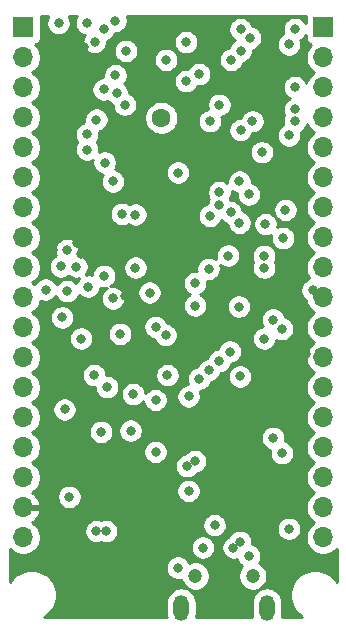
<source format=gbr>
%TF.GenerationSoftware,KiCad,Pcbnew,(5.1.7-0-10_14)*%
%TF.CreationDate,2020-11-04T22:45:55+09:00*%
%TF.ProjectId,mini-esp32,6d696e69-2d65-4737-9033-322e6b696361,rev?*%
%TF.SameCoordinates,Original*%
%TF.FileFunction,Copper,L3,Inr*%
%TF.FilePolarity,Positive*%
%FSLAX46Y46*%
G04 Gerber Fmt 4.6, Leading zero omitted, Abs format (unit mm)*
G04 Created by KiCad (PCBNEW (5.1.7-0-10_14)) date 2020-11-04 22:45:55*
%MOMM*%
%LPD*%
G01*
G04 APERTURE LIST*
%TA.AperFunction,ComponentPad*%
%ADD10O,1.300000X2.200000*%
%TD*%
%TA.AperFunction,ComponentPad*%
%ADD11C,1.200000*%
%TD*%
%TA.AperFunction,ComponentPad*%
%ADD12O,1.700000X1.700000*%
%TD*%
%TA.AperFunction,ComponentPad*%
%ADD13R,1.700000X1.700000*%
%TD*%
%TA.AperFunction,ViaPad*%
%ADD14C,1.600000*%
%TD*%
%TA.AperFunction,ViaPad*%
%ADD15C,0.800000*%
%TD*%
%TA.AperFunction,Conductor*%
%ADD16C,0.254000*%
%TD*%
%TA.AperFunction,Conductor*%
%ADD17C,0.100000*%
%TD*%
G04 APERTURE END LIST*
D10*
%TO.N,N/C*%
%TO.C,J2*%
X141628000Y-118198000D03*
X134389000Y-118198000D03*
D11*
X135584000Y-115498000D03*
X140434000Y-115498000D03*
%TD*%
D12*
%TO.N,VBUS*%
%TO.C,J5*%
X121000000Y-112240000D03*
%TO.N,VDD*%
X121000000Y-109700000D03*
%TO.N,Net-(J5-Pad16)*%
X121000000Y-107160000D03*
%TO.N,GND*%
X121000000Y-104620000D03*
%TO.N,+BATT*%
X121000000Y-102080000D03*
%TO.N,EN*%
X121000000Y-99540000D03*
%TO.N,Net-(J5-Pad12)*%
X121000000Y-97000000D03*
%TO.N,Net-(J5-Pad11)*%
X121000000Y-94460000D03*
%TO.N,IO2*%
X121000000Y-91920000D03*
%TO.N,IO5*%
X121000000Y-89380000D03*
%TO.N,IO13*%
X121000000Y-86840000D03*
%TO.N,IO33*%
X121000000Y-84300000D03*
%TO.N,IO32*%
X121000000Y-81760000D03*
%TO.N,IO27*%
X121000000Y-79220000D03*
%TO.N,IO26_DAC2*%
X121000000Y-76680000D03*
%TO.N,IO25_DAC1*%
X121000000Y-74140000D03*
%TO.N,TXD0*%
X121000000Y-71600000D03*
D13*
%TO.N,RXD0*%
X121000000Y-69060000D03*
%TD*%
%TO.N,I36*%
%TO.C,J6*%
X146400000Y-69060000D03*
D12*
%TO.N,I39*%
X146400000Y-71600000D03*
%TO.N,I34*%
X146400000Y-74140000D03*
%TO.N,I35*%
X146400000Y-76680000D03*
%TO.N,IO15*%
X146400000Y-79220000D03*
%TO.N,Net-(J6-Pad6)*%
X146400000Y-81760000D03*
%TO.N,GPIO0*%
X146400000Y-84300000D03*
%TO.N,IO18*%
X146400000Y-86840000D03*
%TO.N,IO23*%
X146400000Y-89380000D03*
%TO.N,IO19*%
X146400000Y-91920000D03*
%TO.N,IO21*%
X146400000Y-94460000D03*
%TO.N,IO22*%
X146400000Y-97000000D03*
%TO.N,IO14*%
X146400000Y-99540000D03*
%TO.N,IO12*%
X146400000Y-102080000D03*
%TO.N,IO4*%
X146400000Y-104620000D03*
%TO.N,IO16*%
X146400000Y-107160000D03*
%TO.N,IO17*%
X146400000Y-109700000D03*
%TO.N,RESET*%
X146400000Y-112240000D03*
%TD*%
D14*
%TO.N,GND*%
X132700000Y-76700000D03*
D15*
X124900000Y-108800000D03*
X139350000Y-112600000D03*
X138800000Y-113100000D03*
X135000000Y-108300000D03*
X134884312Y-106200001D03*
X135526916Y-105764833D03*
X124500000Y-101400000D03*
X128100000Y-99500000D03*
X130100000Y-103200000D03*
X130300000Y-100100000D03*
X139350000Y-98600000D03*
X133200000Y-98500000D03*
X139250000Y-92700000D03*
X124700000Y-87900000D03*
X125500000Y-89300000D03*
X129350000Y-84850000D03*
X124184207Y-89285786D03*
X140200000Y-69950000D03*
X124000000Y-68700000D03*
X126400000Y-68700000D03*
X129200000Y-95000000D03*
X125900000Y-95400000D03*
X135550000Y-90700000D03*
X122900000Y-91250000D03*
X127600000Y-103300000D03*
X131700000Y-91500000D03*
X128000000Y-111700000D03*
X127200000Y-111700000D03*
X137200000Y-111200000D03*
%TO.N,Net-(C2-Pad1)*%
X132200000Y-105000000D03*
X132200000Y-100600000D03*
X132200000Y-94400000D03*
%TO.N,VDD*%
X130000000Y-90800000D03*
X129600000Y-91800000D03*
X144649999Y-101400000D03*
X139350000Y-105100000D03*
X144972382Y-96746209D03*
X125558943Y-87346058D03*
X123500000Y-87900000D03*
X125900000Y-88200000D03*
X123900000Y-70650000D03*
X126149567Y-70734999D03*
%TO.N,RESET*%
X141400000Y-95400000D03*
X141400000Y-89400000D03*
X133050000Y-95100000D03*
X133100000Y-71800000D03*
%TO.N,Net-(D3-Pad1)*%
X124300000Y-93600000D03*
X124709224Y-91386100D03*
%TO.N,VBUS*%
X135550000Y-92600000D03*
X136200000Y-113100000D03*
%TO.N,IO21*%
X137600000Y-83000000D03*
X137600000Y-75600000D03*
%TO.N,IO17*%
X134100000Y-81350000D03*
X134100000Y-114800000D03*
%TO.N,IO16*%
X140100000Y-113800000D03*
X140100000Y-83200000D03*
%TO.N,GPIO0*%
X141400000Y-88399997D03*
X141500000Y-85700000D03*
%TO.N,DTR*%
X142900000Y-105100000D03*
X142900000Y-94586320D03*
%TO.N,RTS*%
X142150000Y-103800000D03*
X142150000Y-93800000D03*
%TO.N,CH340GND*%
X136700000Y-98100000D03*
X136700000Y-89500000D03*
%TO.N,TXD0*%
X135900000Y-98800000D03*
X135900000Y-73000000D03*
X128900000Y-74600000D03*
%TO.N,RXD0*%
X127050000Y-70300000D03*
X134800000Y-73600000D03*
X134800000Y-70300000D03*
X135000000Y-100300000D03*
%TO.N,IO2*%
X128600000Y-92000000D03*
X128600000Y-82100000D03*
X139300000Y-82100000D03*
X139300000Y-85600000D03*
%TO.N,I35*%
X144000000Y-76000000D03*
X139400000Y-77750000D03*
X127000000Y-98500000D03*
X127189998Y-76865000D03*
%TO.N,I36*%
X128800000Y-68500000D03*
X128800000Y-73100000D03*
%TO.N,I39*%
X144000000Y-69200000D03*
X139400000Y-69200000D03*
X127800000Y-69200000D03*
X127800000Y-74300000D03*
%TO.N,I34*%
X144000000Y-74100000D03*
X139400000Y-71050000D03*
X129700000Y-71050000D03*
X129599998Y-75600000D03*
%TO.N,IO32*%
X126400000Y-78100000D03*
%TO.N,IO33*%
X126400000Y-79400000D03*
%TO.N,IO14*%
X138500000Y-96500000D03*
X138350000Y-88376087D03*
%TO.N,IO12*%
X137600000Y-97300000D03*
X137600000Y-84100000D03*
%TO.N,IO13*%
X130500000Y-84900000D03*
X130500000Y-89400000D03*
X126500000Y-91000000D03*
%TO.N,IO15*%
X144000000Y-77000000D03*
X140400000Y-77000000D03*
X136800000Y-77000000D03*
X136800000Y-85000000D03*
%TO.N,IO4*%
X143500000Y-111500000D03*
X143200000Y-84500000D03*
%TO.N,IO5*%
X127900000Y-80500000D03*
X127850000Y-90100000D03*
%TO.N,IO18*%
X143000000Y-86900000D03*
X141200000Y-79624998D03*
%TO.N,IO19*%
X145500011Y-91300000D03*
X143500000Y-78200000D03*
%TO.N,IO22*%
X138550000Y-84700000D03*
X138600000Y-71800000D03*
%TO.N,IO23*%
X143500000Y-70500000D03*
%TD*%
D16*
%TO.N,VDD*%
X123082795Y-68209744D02*
X123004774Y-68398102D01*
X122965000Y-68598061D01*
X122965000Y-68801939D01*
X123004774Y-69001898D01*
X123082795Y-69190256D01*
X123196063Y-69359774D01*
X123340226Y-69503937D01*
X123509744Y-69617205D01*
X123698102Y-69695226D01*
X123898061Y-69735000D01*
X124101939Y-69735000D01*
X124301898Y-69695226D01*
X124490256Y-69617205D01*
X124659774Y-69503937D01*
X124803937Y-69359774D01*
X124917205Y-69190256D01*
X124995226Y-69001898D01*
X125035000Y-68801939D01*
X125035000Y-68598061D01*
X124995226Y-68398102D01*
X124917205Y-68209744D01*
X124861917Y-68127000D01*
X125538083Y-68127000D01*
X125482795Y-68209744D01*
X125404774Y-68398102D01*
X125365000Y-68598061D01*
X125365000Y-68801939D01*
X125404774Y-69001898D01*
X125482795Y-69190256D01*
X125596063Y-69359774D01*
X125740226Y-69503937D01*
X125909744Y-69617205D01*
X126098102Y-69695226D01*
X126196266Y-69714752D01*
X126132795Y-69809744D01*
X126054774Y-69998102D01*
X126015000Y-70198061D01*
X126015000Y-70401939D01*
X126054774Y-70601898D01*
X126132795Y-70790256D01*
X126246063Y-70959774D01*
X126390226Y-71103937D01*
X126559744Y-71217205D01*
X126748102Y-71295226D01*
X126948061Y-71335000D01*
X127151939Y-71335000D01*
X127351898Y-71295226D01*
X127540256Y-71217205D01*
X127709774Y-71103937D01*
X127853937Y-70959774D01*
X127861763Y-70948061D01*
X128665000Y-70948061D01*
X128665000Y-71151939D01*
X128704774Y-71351898D01*
X128782795Y-71540256D01*
X128896063Y-71709774D01*
X129040226Y-71853937D01*
X129209744Y-71967205D01*
X129398102Y-72045226D01*
X129598061Y-72085000D01*
X129801939Y-72085000D01*
X130001898Y-72045226D01*
X130190256Y-71967205D01*
X130359774Y-71853937D01*
X130503937Y-71709774D01*
X130511763Y-71698061D01*
X132065000Y-71698061D01*
X132065000Y-71901939D01*
X132104774Y-72101898D01*
X132182795Y-72290256D01*
X132296063Y-72459774D01*
X132440226Y-72603937D01*
X132609744Y-72717205D01*
X132798102Y-72795226D01*
X132998061Y-72835000D01*
X133201939Y-72835000D01*
X133401898Y-72795226D01*
X133590256Y-72717205D01*
X133759774Y-72603937D01*
X133903937Y-72459774D01*
X134017205Y-72290256D01*
X134095226Y-72101898D01*
X134135000Y-71901939D01*
X134135000Y-71698061D01*
X137565000Y-71698061D01*
X137565000Y-71901939D01*
X137604774Y-72101898D01*
X137682795Y-72290256D01*
X137796063Y-72459774D01*
X137940226Y-72603937D01*
X138109744Y-72717205D01*
X138298102Y-72795226D01*
X138498061Y-72835000D01*
X138701939Y-72835000D01*
X138901898Y-72795226D01*
X139090256Y-72717205D01*
X139259774Y-72603937D01*
X139403937Y-72459774D01*
X139517205Y-72290256D01*
X139595226Y-72101898D01*
X139602569Y-72064984D01*
X139701898Y-72045226D01*
X139890256Y-71967205D01*
X140059774Y-71853937D01*
X140203937Y-71709774D01*
X140317205Y-71540256D01*
X140395226Y-71351898D01*
X140435000Y-71151939D01*
X140435000Y-70958533D01*
X140501898Y-70945226D01*
X140690256Y-70867205D01*
X140859774Y-70753937D01*
X141003937Y-70609774D01*
X141117205Y-70440256D01*
X141195226Y-70251898D01*
X141235000Y-70051939D01*
X141235000Y-69848061D01*
X141195226Y-69648102D01*
X141117205Y-69459744D01*
X141003937Y-69290226D01*
X140859774Y-69146063D01*
X140690256Y-69032795D01*
X140501898Y-68954774D01*
X140402569Y-68935016D01*
X140395226Y-68898102D01*
X140317205Y-68709744D01*
X140203937Y-68540226D01*
X140059774Y-68396063D01*
X139890256Y-68282795D01*
X139701898Y-68204774D01*
X139501939Y-68165000D01*
X139298061Y-68165000D01*
X139098102Y-68204774D01*
X138909744Y-68282795D01*
X138740226Y-68396063D01*
X138596063Y-68540226D01*
X138482795Y-68709744D01*
X138404774Y-68898102D01*
X138365000Y-69098061D01*
X138365000Y-69301939D01*
X138404774Y-69501898D01*
X138482795Y-69690256D01*
X138596063Y-69859774D01*
X138740226Y-70003937D01*
X138909744Y-70117205D01*
X138928563Y-70125000D01*
X138909744Y-70132795D01*
X138740226Y-70246063D01*
X138596063Y-70390226D01*
X138482795Y-70559744D01*
X138404774Y-70748102D01*
X138397431Y-70785016D01*
X138298102Y-70804774D01*
X138109744Y-70882795D01*
X137940226Y-70996063D01*
X137796063Y-71140226D01*
X137682795Y-71309744D01*
X137604774Y-71498102D01*
X137565000Y-71698061D01*
X134135000Y-71698061D01*
X134095226Y-71498102D01*
X134017205Y-71309744D01*
X133903937Y-71140226D01*
X133759774Y-70996063D01*
X133590256Y-70882795D01*
X133401898Y-70804774D01*
X133201939Y-70765000D01*
X132998061Y-70765000D01*
X132798102Y-70804774D01*
X132609744Y-70882795D01*
X132440226Y-70996063D01*
X132296063Y-71140226D01*
X132182795Y-71309744D01*
X132104774Y-71498102D01*
X132065000Y-71698061D01*
X130511763Y-71698061D01*
X130617205Y-71540256D01*
X130695226Y-71351898D01*
X130735000Y-71151939D01*
X130735000Y-70948061D01*
X130695226Y-70748102D01*
X130617205Y-70559744D01*
X130503937Y-70390226D01*
X130359774Y-70246063D01*
X130287934Y-70198061D01*
X133765000Y-70198061D01*
X133765000Y-70401939D01*
X133804774Y-70601898D01*
X133882795Y-70790256D01*
X133996063Y-70959774D01*
X134140226Y-71103937D01*
X134309744Y-71217205D01*
X134498102Y-71295226D01*
X134698061Y-71335000D01*
X134901939Y-71335000D01*
X135101898Y-71295226D01*
X135290256Y-71217205D01*
X135459774Y-71103937D01*
X135603937Y-70959774D01*
X135717205Y-70790256D01*
X135795226Y-70601898D01*
X135835000Y-70401939D01*
X135835000Y-70198061D01*
X135795226Y-69998102D01*
X135717205Y-69809744D01*
X135603937Y-69640226D01*
X135459774Y-69496063D01*
X135290256Y-69382795D01*
X135101898Y-69304774D01*
X134901939Y-69265000D01*
X134698061Y-69265000D01*
X134498102Y-69304774D01*
X134309744Y-69382795D01*
X134140226Y-69496063D01*
X133996063Y-69640226D01*
X133882795Y-69809744D01*
X133804774Y-69998102D01*
X133765000Y-70198061D01*
X130287934Y-70198061D01*
X130190256Y-70132795D01*
X130001898Y-70054774D01*
X129801939Y-70015000D01*
X129598061Y-70015000D01*
X129398102Y-70054774D01*
X129209744Y-70132795D01*
X129040226Y-70246063D01*
X128896063Y-70390226D01*
X128782795Y-70559744D01*
X128704774Y-70748102D01*
X128665000Y-70948061D01*
X127861763Y-70948061D01*
X127967205Y-70790256D01*
X128045226Y-70601898D01*
X128085000Y-70401939D01*
X128085000Y-70198587D01*
X128101898Y-70195226D01*
X128290256Y-70117205D01*
X128459774Y-70003937D01*
X128603937Y-69859774D01*
X128717205Y-69690256D01*
X128781515Y-69535000D01*
X128901939Y-69535000D01*
X129101898Y-69495226D01*
X129290256Y-69417205D01*
X129459774Y-69303937D01*
X129603937Y-69159774D01*
X129717205Y-68990256D01*
X129795226Y-68801898D01*
X129835000Y-68601939D01*
X129835000Y-68398061D01*
X129795226Y-68198102D01*
X129765774Y-68127000D01*
X144920103Y-68127000D01*
X144911928Y-68210000D01*
X144911928Y-68701846D01*
X144803937Y-68540226D01*
X144659774Y-68396063D01*
X144490256Y-68282795D01*
X144301898Y-68204774D01*
X144101939Y-68165000D01*
X143898061Y-68165000D01*
X143698102Y-68204774D01*
X143509744Y-68282795D01*
X143340226Y-68396063D01*
X143196063Y-68540226D01*
X143082795Y-68709744D01*
X143004774Y-68898102D01*
X142965000Y-69098061D01*
X142965000Y-69301939D01*
X143004774Y-69501898D01*
X143034103Y-69572705D01*
X143009744Y-69582795D01*
X142840226Y-69696063D01*
X142696063Y-69840226D01*
X142582795Y-70009744D01*
X142504774Y-70198102D01*
X142465000Y-70398061D01*
X142465000Y-70601939D01*
X142504774Y-70801898D01*
X142582795Y-70990256D01*
X142696063Y-71159774D01*
X142840226Y-71303937D01*
X143009744Y-71417205D01*
X143198102Y-71495226D01*
X143398061Y-71535000D01*
X143601939Y-71535000D01*
X143801898Y-71495226D01*
X143990256Y-71417205D01*
X144159774Y-71303937D01*
X144303937Y-71159774D01*
X144417205Y-70990256D01*
X144495226Y-70801898D01*
X144535000Y-70601939D01*
X144535000Y-70398061D01*
X144495226Y-70198102D01*
X144465897Y-70127295D01*
X144490256Y-70117205D01*
X144659774Y-70003937D01*
X144803937Y-69859774D01*
X144911928Y-69698154D01*
X144911928Y-69910000D01*
X144924188Y-70034482D01*
X144960498Y-70154180D01*
X145019463Y-70264494D01*
X145098815Y-70361185D01*
X145195506Y-70440537D01*
X145305820Y-70499502D01*
X145378380Y-70521513D01*
X145246525Y-70653368D01*
X145084010Y-70896589D01*
X144972068Y-71166842D01*
X144915000Y-71453740D01*
X144915000Y-71746260D01*
X144972068Y-72033158D01*
X145084010Y-72303411D01*
X145246525Y-72546632D01*
X145453368Y-72753475D01*
X145627760Y-72870000D01*
X145453368Y-72986525D01*
X145246525Y-73193368D01*
X145084010Y-73436589D01*
X144972068Y-73706842D01*
X144967317Y-73730725D01*
X144917205Y-73609744D01*
X144803937Y-73440226D01*
X144659774Y-73296063D01*
X144490256Y-73182795D01*
X144301898Y-73104774D01*
X144101939Y-73065000D01*
X143898061Y-73065000D01*
X143698102Y-73104774D01*
X143509744Y-73182795D01*
X143340226Y-73296063D01*
X143196063Y-73440226D01*
X143082795Y-73609744D01*
X143004774Y-73798102D01*
X142965000Y-73998061D01*
X142965000Y-74201939D01*
X143004774Y-74401898D01*
X143082795Y-74590256D01*
X143196063Y-74759774D01*
X143340226Y-74903937D01*
X143509744Y-75017205D01*
X143588918Y-75050000D01*
X143509744Y-75082795D01*
X143340226Y-75196063D01*
X143196063Y-75340226D01*
X143082795Y-75509744D01*
X143004774Y-75698102D01*
X142965000Y-75898061D01*
X142965000Y-76101939D01*
X143004774Y-76301898D01*
X143082795Y-76490256D01*
X143089306Y-76500000D01*
X143082795Y-76509744D01*
X143004774Y-76698102D01*
X142965000Y-76898061D01*
X142965000Y-77101939D01*
X143002003Y-77287967D01*
X142840226Y-77396063D01*
X142696063Y-77540226D01*
X142582795Y-77709744D01*
X142504774Y-77898102D01*
X142465000Y-78098061D01*
X142465000Y-78301939D01*
X142504774Y-78501898D01*
X142582795Y-78690256D01*
X142696063Y-78859774D01*
X142840226Y-79003937D01*
X143009744Y-79117205D01*
X143198102Y-79195226D01*
X143398061Y-79235000D01*
X143601939Y-79235000D01*
X143801898Y-79195226D01*
X143990256Y-79117205D01*
X144159774Y-79003937D01*
X144303937Y-78859774D01*
X144417205Y-78690256D01*
X144495226Y-78501898D01*
X144535000Y-78301939D01*
X144535000Y-78098061D01*
X144497997Y-77912033D01*
X144659774Y-77803937D01*
X144803937Y-77659774D01*
X144917205Y-77490256D01*
X144995226Y-77301898D01*
X145013076Y-77212160D01*
X145084010Y-77383411D01*
X145246525Y-77626632D01*
X145453368Y-77833475D01*
X145627760Y-77950000D01*
X145453368Y-78066525D01*
X145246525Y-78273368D01*
X145084010Y-78516589D01*
X144972068Y-78786842D01*
X144915000Y-79073740D01*
X144915000Y-79366260D01*
X144972068Y-79653158D01*
X145084010Y-79923411D01*
X145246525Y-80166632D01*
X145453368Y-80373475D01*
X145627760Y-80490000D01*
X145453368Y-80606525D01*
X145246525Y-80813368D01*
X145084010Y-81056589D01*
X144972068Y-81326842D01*
X144915000Y-81613740D01*
X144915000Y-81906260D01*
X144972068Y-82193158D01*
X145084010Y-82463411D01*
X145246525Y-82706632D01*
X145453368Y-82913475D01*
X145627760Y-83030000D01*
X145453368Y-83146525D01*
X145246525Y-83353368D01*
X145084010Y-83596589D01*
X144972068Y-83866842D01*
X144915000Y-84153740D01*
X144915000Y-84446260D01*
X144972068Y-84733158D01*
X145084010Y-85003411D01*
X145246525Y-85246632D01*
X145453368Y-85453475D01*
X145627760Y-85570000D01*
X145453368Y-85686525D01*
X145246525Y-85893368D01*
X145084010Y-86136589D01*
X144972068Y-86406842D01*
X144915000Y-86693740D01*
X144915000Y-86986260D01*
X144972068Y-87273158D01*
X145084010Y-87543411D01*
X145246525Y-87786632D01*
X145453368Y-87993475D01*
X145627760Y-88110000D01*
X145453368Y-88226525D01*
X145246525Y-88433368D01*
X145084010Y-88676589D01*
X144972068Y-88946842D01*
X144915000Y-89233740D01*
X144915000Y-89526260D01*
X144972068Y-89813158D01*
X145084010Y-90083411D01*
X145227954Y-90298838D01*
X145198113Y-90304774D01*
X145009755Y-90382795D01*
X144840237Y-90496063D01*
X144696074Y-90640226D01*
X144582806Y-90809744D01*
X144504785Y-90998102D01*
X144465011Y-91198061D01*
X144465011Y-91401939D01*
X144504785Y-91601898D01*
X144582806Y-91790256D01*
X144696074Y-91959774D01*
X144840237Y-92103937D01*
X144935103Y-92167324D01*
X144972068Y-92353158D01*
X145084010Y-92623411D01*
X145246525Y-92866632D01*
X145453368Y-93073475D01*
X145627760Y-93190000D01*
X145453368Y-93306525D01*
X145246525Y-93513368D01*
X145084010Y-93756589D01*
X144972068Y-94026842D01*
X144915000Y-94313740D01*
X144915000Y-94606260D01*
X144972068Y-94893158D01*
X145084010Y-95163411D01*
X145246525Y-95406632D01*
X145453368Y-95613475D01*
X145627760Y-95730000D01*
X145453368Y-95846525D01*
X145246525Y-96053368D01*
X145084010Y-96296589D01*
X144972068Y-96566842D01*
X144915000Y-96853740D01*
X144915000Y-97146260D01*
X144972068Y-97433158D01*
X145084010Y-97703411D01*
X145246525Y-97946632D01*
X145453368Y-98153475D01*
X145627760Y-98270000D01*
X145453368Y-98386525D01*
X145246525Y-98593368D01*
X145084010Y-98836589D01*
X144972068Y-99106842D01*
X144915000Y-99393740D01*
X144915000Y-99686260D01*
X144972068Y-99973158D01*
X145084010Y-100243411D01*
X145246525Y-100486632D01*
X145453368Y-100693475D01*
X145627760Y-100810000D01*
X145453368Y-100926525D01*
X145246525Y-101133368D01*
X145084010Y-101376589D01*
X144972068Y-101646842D01*
X144915000Y-101933740D01*
X144915000Y-102226260D01*
X144972068Y-102513158D01*
X145084010Y-102783411D01*
X145246525Y-103026632D01*
X145453368Y-103233475D01*
X145627760Y-103350000D01*
X145453368Y-103466525D01*
X145246525Y-103673368D01*
X145084010Y-103916589D01*
X144972068Y-104186842D01*
X144915000Y-104473740D01*
X144915000Y-104766260D01*
X144972068Y-105053158D01*
X145084010Y-105323411D01*
X145246525Y-105566632D01*
X145453368Y-105773475D01*
X145627760Y-105890000D01*
X145453368Y-106006525D01*
X145246525Y-106213368D01*
X145084010Y-106456589D01*
X144972068Y-106726842D01*
X144915000Y-107013740D01*
X144915000Y-107306260D01*
X144972068Y-107593158D01*
X145084010Y-107863411D01*
X145246525Y-108106632D01*
X145453368Y-108313475D01*
X145627760Y-108430000D01*
X145453368Y-108546525D01*
X145246525Y-108753368D01*
X145084010Y-108996589D01*
X144972068Y-109266842D01*
X144915000Y-109553740D01*
X144915000Y-109846260D01*
X144972068Y-110133158D01*
X145084010Y-110403411D01*
X145246525Y-110646632D01*
X145453368Y-110853475D01*
X145627760Y-110970000D01*
X145453368Y-111086525D01*
X145246525Y-111293368D01*
X145084010Y-111536589D01*
X144972068Y-111806842D01*
X144915000Y-112093740D01*
X144915000Y-112386260D01*
X144972068Y-112673158D01*
X145084010Y-112943411D01*
X145246525Y-113186632D01*
X145453368Y-113393475D01*
X145696589Y-113555990D01*
X145966842Y-113667932D01*
X146253740Y-113725000D01*
X146546260Y-113725000D01*
X146833158Y-113667932D01*
X147103411Y-113555990D01*
X147346632Y-113393475D01*
X147540000Y-113200107D01*
X147540000Y-116010856D01*
X147358363Y-115739017D01*
X147060983Y-115441637D01*
X146711302Y-115207988D01*
X146322756Y-115047047D01*
X145910279Y-114965000D01*
X145489721Y-114965000D01*
X145077244Y-115047047D01*
X144688698Y-115207988D01*
X144339017Y-115441637D01*
X144041637Y-115739017D01*
X143807988Y-116088698D01*
X143647047Y-116477244D01*
X143565000Y-116889721D01*
X143565000Y-117310279D01*
X143647047Y-117722756D01*
X143807988Y-118111302D01*
X144041637Y-118460983D01*
X144339017Y-118758363D01*
X144610856Y-118940000D01*
X142882244Y-118940000D01*
X142894407Y-118899904D01*
X142913000Y-118711122D01*
X142913000Y-117684877D01*
X142894407Y-117496096D01*
X142820929Y-117253873D01*
X142701608Y-117030638D01*
X142541028Y-116834972D01*
X142345361Y-116674392D01*
X142122126Y-116555071D01*
X141879903Y-116481593D01*
X141628000Y-116456783D01*
X141376096Y-116481593D01*
X141133873Y-116555071D01*
X140910638Y-116674392D01*
X140714972Y-116834972D01*
X140554392Y-117030639D01*
X140435071Y-117253874D01*
X140361593Y-117496097D01*
X140343000Y-117684878D01*
X140343000Y-118711123D01*
X140361593Y-118899904D01*
X140373756Y-118940000D01*
X135643244Y-118940000D01*
X135655407Y-118899904D01*
X135674000Y-118711122D01*
X135674000Y-117684877D01*
X135655407Y-117496096D01*
X135581929Y-117253873D01*
X135462608Y-117030638D01*
X135302028Y-116834972D01*
X135106361Y-116674392D01*
X134883126Y-116555071D01*
X134640903Y-116481593D01*
X134389000Y-116456783D01*
X134137096Y-116481593D01*
X133894873Y-116555071D01*
X133671638Y-116674392D01*
X133475972Y-116834972D01*
X133315392Y-117030639D01*
X133196071Y-117253874D01*
X133122593Y-117496097D01*
X133104000Y-117684878D01*
X133104000Y-118711123D01*
X133122593Y-118899904D01*
X133134756Y-118940000D01*
X122789144Y-118940000D01*
X123060983Y-118758363D01*
X123358363Y-118460983D01*
X123592012Y-118111302D01*
X123752953Y-117722756D01*
X123835000Y-117310279D01*
X123835000Y-116889721D01*
X123752953Y-116477244D01*
X123592012Y-116088698D01*
X123358363Y-115739017D01*
X123060983Y-115441637D01*
X122711302Y-115207988D01*
X122322756Y-115047047D01*
X121910279Y-114965000D01*
X121489721Y-114965000D01*
X121077244Y-115047047D01*
X120688698Y-115207988D01*
X120339017Y-115441637D01*
X120041637Y-115739017D01*
X119860000Y-116010856D01*
X119860000Y-114698061D01*
X133065000Y-114698061D01*
X133065000Y-114901939D01*
X133104774Y-115101898D01*
X133182795Y-115290256D01*
X133296063Y-115459774D01*
X133440226Y-115603937D01*
X133609744Y-115717205D01*
X133798102Y-115795226D01*
X133998061Y-115835000D01*
X134201939Y-115835000D01*
X134384611Y-115798665D01*
X134396460Y-115858236D01*
X134489557Y-116082992D01*
X134624713Y-116285267D01*
X134796733Y-116457287D01*
X134999008Y-116592443D01*
X135223764Y-116685540D01*
X135462363Y-116733000D01*
X135705637Y-116733000D01*
X135944236Y-116685540D01*
X136168992Y-116592443D01*
X136371267Y-116457287D01*
X136543287Y-116285267D01*
X136678443Y-116082992D01*
X136771540Y-115858236D01*
X136819000Y-115619637D01*
X136819000Y-115376363D01*
X136771540Y-115137764D01*
X136678443Y-114913008D01*
X136543287Y-114710733D01*
X136371267Y-114538713D01*
X136168992Y-114403557D01*
X135944236Y-114310460D01*
X135705637Y-114263000D01*
X135462363Y-114263000D01*
X135223764Y-114310460D01*
X135047708Y-114383385D01*
X135017205Y-114309744D01*
X134903937Y-114140226D01*
X134759774Y-113996063D01*
X134590256Y-113882795D01*
X134401898Y-113804774D01*
X134201939Y-113765000D01*
X133998061Y-113765000D01*
X133798102Y-113804774D01*
X133609744Y-113882795D01*
X133440226Y-113996063D01*
X133296063Y-114140226D01*
X133182795Y-114309744D01*
X133104774Y-114498102D01*
X133065000Y-114698061D01*
X119860000Y-114698061D01*
X119860000Y-113200107D01*
X120053368Y-113393475D01*
X120296589Y-113555990D01*
X120566842Y-113667932D01*
X120853740Y-113725000D01*
X121146260Y-113725000D01*
X121433158Y-113667932D01*
X121703411Y-113555990D01*
X121946632Y-113393475D01*
X122153475Y-113186632D01*
X122279474Y-112998061D01*
X135165000Y-112998061D01*
X135165000Y-113201939D01*
X135204774Y-113401898D01*
X135282795Y-113590256D01*
X135396063Y-113759774D01*
X135540226Y-113903937D01*
X135709744Y-114017205D01*
X135898102Y-114095226D01*
X136098061Y-114135000D01*
X136301939Y-114135000D01*
X136501898Y-114095226D01*
X136690256Y-114017205D01*
X136859774Y-113903937D01*
X137003937Y-113759774D01*
X137117205Y-113590256D01*
X137195226Y-113401898D01*
X137235000Y-113201939D01*
X137235000Y-112998061D01*
X137765000Y-112998061D01*
X137765000Y-113201939D01*
X137804774Y-113401898D01*
X137882795Y-113590256D01*
X137996063Y-113759774D01*
X138140226Y-113903937D01*
X138309744Y-114017205D01*
X138498102Y-114095226D01*
X138698061Y-114135000D01*
X138901939Y-114135000D01*
X139101898Y-114095226D01*
X139103329Y-114094633D01*
X139104774Y-114101898D01*
X139182795Y-114290256D01*
X139296063Y-114459774D01*
X139440226Y-114603937D01*
X139524919Y-114660527D01*
X139474713Y-114710733D01*
X139339557Y-114913008D01*
X139246460Y-115137764D01*
X139199000Y-115376363D01*
X139199000Y-115619637D01*
X139246460Y-115858236D01*
X139339557Y-116082992D01*
X139474713Y-116285267D01*
X139646733Y-116457287D01*
X139849008Y-116592443D01*
X140073764Y-116685540D01*
X140312363Y-116733000D01*
X140555637Y-116733000D01*
X140794236Y-116685540D01*
X141018992Y-116592443D01*
X141221267Y-116457287D01*
X141393287Y-116285267D01*
X141528443Y-116082992D01*
X141621540Y-115858236D01*
X141669000Y-115619637D01*
X141669000Y-115376363D01*
X141621540Y-115137764D01*
X141528443Y-114913008D01*
X141393287Y-114710733D01*
X141221267Y-114538713D01*
X141018992Y-114403557D01*
X140958298Y-114378417D01*
X141017205Y-114290256D01*
X141095226Y-114101898D01*
X141135000Y-113901939D01*
X141135000Y-113698061D01*
X141095226Y-113498102D01*
X141017205Y-113309744D01*
X140903937Y-113140226D01*
X140759774Y-112996063D01*
X140590256Y-112882795D01*
X140401898Y-112804774D01*
X140365967Y-112797627D01*
X140385000Y-112701939D01*
X140385000Y-112498061D01*
X140345226Y-112298102D01*
X140267205Y-112109744D01*
X140153937Y-111940226D01*
X140009774Y-111796063D01*
X139840256Y-111682795D01*
X139651898Y-111604774D01*
X139451939Y-111565000D01*
X139248061Y-111565000D01*
X139048102Y-111604774D01*
X138859744Y-111682795D01*
X138690226Y-111796063D01*
X138546063Y-111940226D01*
X138432795Y-112109744D01*
X138421754Y-112136398D01*
X138309744Y-112182795D01*
X138140226Y-112296063D01*
X137996063Y-112440226D01*
X137882795Y-112609744D01*
X137804774Y-112798102D01*
X137765000Y-112998061D01*
X137235000Y-112998061D01*
X137195226Y-112798102D01*
X137117205Y-112609744D01*
X137003937Y-112440226D01*
X136859774Y-112296063D01*
X136690256Y-112182795D01*
X136501898Y-112104774D01*
X136301939Y-112065000D01*
X136098061Y-112065000D01*
X135898102Y-112104774D01*
X135709744Y-112182795D01*
X135540226Y-112296063D01*
X135396063Y-112440226D01*
X135282795Y-112609744D01*
X135204774Y-112798102D01*
X135165000Y-112998061D01*
X122279474Y-112998061D01*
X122315990Y-112943411D01*
X122427932Y-112673158D01*
X122485000Y-112386260D01*
X122485000Y-112093740D01*
X122427932Y-111806842D01*
X122341453Y-111598061D01*
X126165000Y-111598061D01*
X126165000Y-111801939D01*
X126204774Y-112001898D01*
X126282795Y-112190256D01*
X126396063Y-112359774D01*
X126540226Y-112503937D01*
X126709744Y-112617205D01*
X126898102Y-112695226D01*
X127098061Y-112735000D01*
X127301939Y-112735000D01*
X127501898Y-112695226D01*
X127600000Y-112654591D01*
X127698102Y-112695226D01*
X127898061Y-112735000D01*
X128101939Y-112735000D01*
X128301898Y-112695226D01*
X128490256Y-112617205D01*
X128659774Y-112503937D01*
X128803937Y-112359774D01*
X128917205Y-112190256D01*
X128995226Y-112001898D01*
X129035000Y-111801939D01*
X129035000Y-111598061D01*
X128995226Y-111398102D01*
X128917205Y-111209744D01*
X128842582Y-111098061D01*
X136165000Y-111098061D01*
X136165000Y-111301939D01*
X136204774Y-111501898D01*
X136282795Y-111690256D01*
X136396063Y-111859774D01*
X136540226Y-112003937D01*
X136709744Y-112117205D01*
X136898102Y-112195226D01*
X137098061Y-112235000D01*
X137301939Y-112235000D01*
X137501898Y-112195226D01*
X137690256Y-112117205D01*
X137859774Y-112003937D01*
X138003937Y-111859774D01*
X138117205Y-111690256D01*
X138195226Y-111501898D01*
X138215880Y-111398061D01*
X142465000Y-111398061D01*
X142465000Y-111601939D01*
X142504774Y-111801898D01*
X142582795Y-111990256D01*
X142696063Y-112159774D01*
X142840226Y-112303937D01*
X143009744Y-112417205D01*
X143198102Y-112495226D01*
X143398061Y-112535000D01*
X143601939Y-112535000D01*
X143801898Y-112495226D01*
X143990256Y-112417205D01*
X144159774Y-112303937D01*
X144303937Y-112159774D01*
X144417205Y-111990256D01*
X144495226Y-111801898D01*
X144535000Y-111601939D01*
X144535000Y-111398061D01*
X144495226Y-111198102D01*
X144417205Y-111009744D01*
X144303937Y-110840226D01*
X144159774Y-110696063D01*
X143990256Y-110582795D01*
X143801898Y-110504774D01*
X143601939Y-110465000D01*
X143398061Y-110465000D01*
X143198102Y-110504774D01*
X143009744Y-110582795D01*
X142840226Y-110696063D01*
X142696063Y-110840226D01*
X142582795Y-111009744D01*
X142504774Y-111198102D01*
X142465000Y-111398061D01*
X138215880Y-111398061D01*
X138235000Y-111301939D01*
X138235000Y-111098061D01*
X138195226Y-110898102D01*
X138117205Y-110709744D01*
X138003937Y-110540226D01*
X137859774Y-110396063D01*
X137690256Y-110282795D01*
X137501898Y-110204774D01*
X137301939Y-110165000D01*
X137098061Y-110165000D01*
X136898102Y-110204774D01*
X136709744Y-110282795D01*
X136540226Y-110396063D01*
X136396063Y-110540226D01*
X136282795Y-110709744D01*
X136204774Y-110898102D01*
X136165000Y-111098061D01*
X128842582Y-111098061D01*
X128803937Y-111040226D01*
X128659774Y-110896063D01*
X128490256Y-110782795D01*
X128301898Y-110704774D01*
X128101939Y-110665000D01*
X127898061Y-110665000D01*
X127698102Y-110704774D01*
X127600000Y-110745409D01*
X127501898Y-110704774D01*
X127301939Y-110665000D01*
X127098061Y-110665000D01*
X126898102Y-110704774D01*
X126709744Y-110782795D01*
X126540226Y-110896063D01*
X126396063Y-111040226D01*
X126282795Y-111209744D01*
X126204774Y-111398102D01*
X126165000Y-111598061D01*
X122341453Y-111598061D01*
X122315990Y-111536589D01*
X122153475Y-111293368D01*
X121946632Y-111086525D01*
X121764466Y-110964805D01*
X121881355Y-110895178D01*
X122097588Y-110700269D01*
X122271641Y-110466920D01*
X122396825Y-110204099D01*
X122441476Y-110056890D01*
X122320155Y-109827000D01*
X121127000Y-109827000D01*
X121127000Y-109847000D01*
X120873000Y-109847000D01*
X120873000Y-109827000D01*
X120853000Y-109827000D01*
X120853000Y-109573000D01*
X120873000Y-109573000D01*
X120873000Y-109553000D01*
X121127000Y-109553000D01*
X121127000Y-109573000D01*
X122320155Y-109573000D01*
X122441476Y-109343110D01*
X122396825Y-109195901D01*
X122271641Y-108933080D01*
X122097588Y-108699731D01*
X122095736Y-108698061D01*
X123865000Y-108698061D01*
X123865000Y-108901939D01*
X123904774Y-109101898D01*
X123982795Y-109290256D01*
X124096063Y-109459774D01*
X124240226Y-109603937D01*
X124409744Y-109717205D01*
X124598102Y-109795226D01*
X124798061Y-109835000D01*
X125001939Y-109835000D01*
X125201898Y-109795226D01*
X125390256Y-109717205D01*
X125559774Y-109603937D01*
X125703937Y-109459774D01*
X125817205Y-109290256D01*
X125895226Y-109101898D01*
X125935000Y-108901939D01*
X125935000Y-108698061D01*
X125895226Y-108498102D01*
X125817205Y-108309744D01*
X125742582Y-108198061D01*
X133965000Y-108198061D01*
X133965000Y-108401939D01*
X134004774Y-108601898D01*
X134082795Y-108790256D01*
X134196063Y-108959774D01*
X134340226Y-109103937D01*
X134509744Y-109217205D01*
X134698102Y-109295226D01*
X134898061Y-109335000D01*
X135101939Y-109335000D01*
X135301898Y-109295226D01*
X135490256Y-109217205D01*
X135659774Y-109103937D01*
X135803937Y-108959774D01*
X135917205Y-108790256D01*
X135995226Y-108601898D01*
X136035000Y-108401939D01*
X136035000Y-108198061D01*
X135995226Y-107998102D01*
X135917205Y-107809744D01*
X135803937Y-107640226D01*
X135659774Y-107496063D01*
X135490256Y-107382795D01*
X135301898Y-107304774D01*
X135101939Y-107265000D01*
X134898061Y-107265000D01*
X134698102Y-107304774D01*
X134509744Y-107382795D01*
X134340226Y-107496063D01*
X134196063Y-107640226D01*
X134082795Y-107809744D01*
X134004774Y-107998102D01*
X133965000Y-108198061D01*
X125742582Y-108198061D01*
X125703937Y-108140226D01*
X125559774Y-107996063D01*
X125390256Y-107882795D01*
X125201898Y-107804774D01*
X125001939Y-107765000D01*
X124798061Y-107765000D01*
X124598102Y-107804774D01*
X124409744Y-107882795D01*
X124240226Y-107996063D01*
X124096063Y-108140226D01*
X123982795Y-108309744D01*
X123904774Y-108498102D01*
X123865000Y-108698061D01*
X122095736Y-108698061D01*
X121881355Y-108504822D01*
X121764466Y-108435195D01*
X121946632Y-108313475D01*
X122153475Y-108106632D01*
X122315990Y-107863411D01*
X122427932Y-107593158D01*
X122485000Y-107306260D01*
X122485000Y-107013740D01*
X122427932Y-106726842D01*
X122315990Y-106456589D01*
X122153475Y-106213368D01*
X122038169Y-106098062D01*
X133849312Y-106098062D01*
X133849312Y-106301940D01*
X133889086Y-106501899D01*
X133967107Y-106690257D01*
X134080375Y-106859775D01*
X134224538Y-107003938D01*
X134394056Y-107117206D01*
X134582414Y-107195227D01*
X134782373Y-107235001D01*
X134986251Y-107235001D01*
X135186210Y-107195227D01*
X135374568Y-107117206D01*
X135544086Y-107003938D01*
X135688249Y-106859775D01*
X135743544Y-106777020D01*
X135828814Y-106760059D01*
X136017172Y-106682038D01*
X136186690Y-106568770D01*
X136330853Y-106424607D01*
X136444121Y-106255089D01*
X136522142Y-106066731D01*
X136561916Y-105866772D01*
X136561916Y-105662894D01*
X136522142Y-105462935D01*
X136444121Y-105274577D01*
X136330853Y-105105059D01*
X136186690Y-104960896D01*
X136017172Y-104847628D01*
X135828814Y-104769607D01*
X135628855Y-104729833D01*
X135424977Y-104729833D01*
X135225018Y-104769607D01*
X135036660Y-104847628D01*
X134867142Y-104960896D01*
X134722979Y-105105059D01*
X134667684Y-105187814D01*
X134582414Y-105204775D01*
X134394056Y-105282796D01*
X134224538Y-105396064D01*
X134080375Y-105540227D01*
X133967107Y-105709745D01*
X133889086Y-105898103D01*
X133849312Y-106098062D01*
X122038169Y-106098062D01*
X121946632Y-106006525D01*
X121772240Y-105890000D01*
X121946632Y-105773475D01*
X122153475Y-105566632D01*
X122315990Y-105323411D01*
X122427932Y-105053158D01*
X122458782Y-104898061D01*
X131165000Y-104898061D01*
X131165000Y-105101939D01*
X131204774Y-105301898D01*
X131282795Y-105490256D01*
X131396063Y-105659774D01*
X131540226Y-105803937D01*
X131709744Y-105917205D01*
X131898102Y-105995226D01*
X132098061Y-106035000D01*
X132301939Y-106035000D01*
X132501898Y-105995226D01*
X132690256Y-105917205D01*
X132859774Y-105803937D01*
X133003937Y-105659774D01*
X133117205Y-105490256D01*
X133195226Y-105301898D01*
X133235000Y-105101939D01*
X133235000Y-104898061D01*
X133195226Y-104698102D01*
X133117205Y-104509744D01*
X133003937Y-104340226D01*
X132859774Y-104196063D01*
X132690256Y-104082795D01*
X132501898Y-104004774D01*
X132301939Y-103965000D01*
X132098061Y-103965000D01*
X131898102Y-104004774D01*
X131709744Y-104082795D01*
X131540226Y-104196063D01*
X131396063Y-104340226D01*
X131282795Y-104509744D01*
X131204774Y-104698102D01*
X131165000Y-104898061D01*
X122458782Y-104898061D01*
X122485000Y-104766260D01*
X122485000Y-104473740D01*
X122427932Y-104186842D01*
X122315990Y-103916589D01*
X122153475Y-103673368D01*
X121946632Y-103466525D01*
X121772240Y-103350000D01*
X121946632Y-103233475D01*
X121982046Y-103198061D01*
X126565000Y-103198061D01*
X126565000Y-103401939D01*
X126604774Y-103601898D01*
X126682795Y-103790256D01*
X126796063Y-103959774D01*
X126940226Y-104103937D01*
X127109744Y-104217205D01*
X127298102Y-104295226D01*
X127498061Y-104335000D01*
X127701939Y-104335000D01*
X127901898Y-104295226D01*
X128090256Y-104217205D01*
X128259774Y-104103937D01*
X128403937Y-103959774D01*
X128517205Y-103790256D01*
X128595226Y-103601898D01*
X128635000Y-103401939D01*
X128635000Y-103198061D01*
X128615109Y-103098061D01*
X129065000Y-103098061D01*
X129065000Y-103301939D01*
X129104774Y-103501898D01*
X129182795Y-103690256D01*
X129296063Y-103859774D01*
X129440226Y-104003937D01*
X129609744Y-104117205D01*
X129798102Y-104195226D01*
X129998061Y-104235000D01*
X130201939Y-104235000D01*
X130401898Y-104195226D01*
X130590256Y-104117205D01*
X130759774Y-104003937D01*
X130903937Y-103859774D01*
X131011989Y-103698061D01*
X141115000Y-103698061D01*
X141115000Y-103901939D01*
X141154774Y-104101898D01*
X141232795Y-104290256D01*
X141346063Y-104459774D01*
X141490226Y-104603937D01*
X141659744Y-104717205D01*
X141848102Y-104795226D01*
X141903167Y-104806179D01*
X141865000Y-104998061D01*
X141865000Y-105201939D01*
X141904774Y-105401898D01*
X141982795Y-105590256D01*
X142096063Y-105759774D01*
X142240226Y-105903937D01*
X142409744Y-106017205D01*
X142598102Y-106095226D01*
X142798061Y-106135000D01*
X143001939Y-106135000D01*
X143201898Y-106095226D01*
X143390256Y-106017205D01*
X143559774Y-105903937D01*
X143703937Y-105759774D01*
X143817205Y-105590256D01*
X143895226Y-105401898D01*
X143935000Y-105201939D01*
X143935000Y-104998061D01*
X143895226Y-104798102D01*
X143817205Y-104609744D01*
X143703937Y-104440226D01*
X143559774Y-104296063D01*
X143390256Y-104182795D01*
X143201898Y-104104774D01*
X143146833Y-104093821D01*
X143185000Y-103901939D01*
X143185000Y-103698061D01*
X143145226Y-103498102D01*
X143067205Y-103309744D01*
X142953937Y-103140226D01*
X142809774Y-102996063D01*
X142640256Y-102882795D01*
X142451898Y-102804774D01*
X142251939Y-102765000D01*
X142048061Y-102765000D01*
X141848102Y-102804774D01*
X141659744Y-102882795D01*
X141490226Y-102996063D01*
X141346063Y-103140226D01*
X141232795Y-103309744D01*
X141154774Y-103498102D01*
X141115000Y-103698061D01*
X131011989Y-103698061D01*
X131017205Y-103690256D01*
X131095226Y-103501898D01*
X131135000Y-103301939D01*
X131135000Y-103098061D01*
X131095226Y-102898102D01*
X131017205Y-102709744D01*
X130903937Y-102540226D01*
X130759774Y-102396063D01*
X130590256Y-102282795D01*
X130401898Y-102204774D01*
X130201939Y-102165000D01*
X129998061Y-102165000D01*
X129798102Y-102204774D01*
X129609744Y-102282795D01*
X129440226Y-102396063D01*
X129296063Y-102540226D01*
X129182795Y-102709744D01*
X129104774Y-102898102D01*
X129065000Y-103098061D01*
X128615109Y-103098061D01*
X128595226Y-102998102D01*
X128517205Y-102809744D01*
X128403937Y-102640226D01*
X128259774Y-102496063D01*
X128090256Y-102382795D01*
X127901898Y-102304774D01*
X127701939Y-102265000D01*
X127498061Y-102265000D01*
X127298102Y-102304774D01*
X127109744Y-102382795D01*
X126940226Y-102496063D01*
X126796063Y-102640226D01*
X126682795Y-102809744D01*
X126604774Y-102998102D01*
X126565000Y-103198061D01*
X121982046Y-103198061D01*
X122153475Y-103026632D01*
X122315990Y-102783411D01*
X122427932Y-102513158D01*
X122485000Y-102226260D01*
X122485000Y-101933740D01*
X122427932Y-101646842D01*
X122315990Y-101376589D01*
X122263520Y-101298061D01*
X123465000Y-101298061D01*
X123465000Y-101501939D01*
X123504774Y-101701898D01*
X123582795Y-101890256D01*
X123696063Y-102059774D01*
X123840226Y-102203937D01*
X124009744Y-102317205D01*
X124198102Y-102395226D01*
X124398061Y-102435000D01*
X124601939Y-102435000D01*
X124801898Y-102395226D01*
X124990256Y-102317205D01*
X125159774Y-102203937D01*
X125303937Y-102059774D01*
X125417205Y-101890256D01*
X125495226Y-101701898D01*
X125535000Y-101501939D01*
X125535000Y-101298061D01*
X125495226Y-101098102D01*
X125417205Y-100909744D01*
X125303937Y-100740226D01*
X125159774Y-100596063D01*
X124990256Y-100482795D01*
X124801898Y-100404774D01*
X124601939Y-100365000D01*
X124398061Y-100365000D01*
X124198102Y-100404774D01*
X124009744Y-100482795D01*
X123840226Y-100596063D01*
X123696063Y-100740226D01*
X123582795Y-100909744D01*
X123504774Y-101098102D01*
X123465000Y-101298061D01*
X122263520Y-101298061D01*
X122153475Y-101133368D01*
X121946632Y-100926525D01*
X121772240Y-100810000D01*
X121946632Y-100693475D01*
X122153475Y-100486632D01*
X122315990Y-100243411D01*
X122427932Y-99973158D01*
X122485000Y-99686260D01*
X122485000Y-99393740D01*
X122427932Y-99106842D01*
X122315990Y-98836589D01*
X122153475Y-98593368D01*
X121958168Y-98398061D01*
X125965000Y-98398061D01*
X125965000Y-98601939D01*
X126004774Y-98801898D01*
X126082795Y-98990256D01*
X126196063Y-99159774D01*
X126340226Y-99303937D01*
X126509744Y-99417205D01*
X126698102Y-99495226D01*
X126898061Y-99535000D01*
X127065000Y-99535000D01*
X127065000Y-99601939D01*
X127104774Y-99801898D01*
X127182795Y-99990256D01*
X127296063Y-100159774D01*
X127440226Y-100303937D01*
X127609744Y-100417205D01*
X127798102Y-100495226D01*
X127998061Y-100535000D01*
X128201939Y-100535000D01*
X128401898Y-100495226D01*
X128590256Y-100417205D01*
X128759774Y-100303937D01*
X128903937Y-100159774D01*
X129011989Y-99998061D01*
X129265000Y-99998061D01*
X129265000Y-100201939D01*
X129304774Y-100401898D01*
X129382795Y-100590256D01*
X129496063Y-100759774D01*
X129640226Y-100903937D01*
X129809744Y-101017205D01*
X129998102Y-101095226D01*
X130198061Y-101135000D01*
X130401939Y-101135000D01*
X130601898Y-101095226D01*
X130790256Y-101017205D01*
X130959774Y-100903937D01*
X131103937Y-100759774D01*
X131165000Y-100668387D01*
X131165000Y-100701939D01*
X131204774Y-100901898D01*
X131282795Y-101090256D01*
X131396063Y-101259774D01*
X131540226Y-101403937D01*
X131709744Y-101517205D01*
X131898102Y-101595226D01*
X132098061Y-101635000D01*
X132301939Y-101635000D01*
X132501898Y-101595226D01*
X132690256Y-101517205D01*
X132859774Y-101403937D01*
X133003937Y-101259774D01*
X133117205Y-101090256D01*
X133195226Y-100901898D01*
X133235000Y-100701939D01*
X133235000Y-100498061D01*
X133195226Y-100298102D01*
X133153788Y-100198061D01*
X133965000Y-100198061D01*
X133965000Y-100401939D01*
X134004774Y-100601898D01*
X134082795Y-100790256D01*
X134196063Y-100959774D01*
X134340226Y-101103937D01*
X134509744Y-101217205D01*
X134698102Y-101295226D01*
X134898061Y-101335000D01*
X135101939Y-101335000D01*
X135301898Y-101295226D01*
X135490256Y-101217205D01*
X135659774Y-101103937D01*
X135803937Y-100959774D01*
X135917205Y-100790256D01*
X135995226Y-100601898D01*
X136035000Y-100401939D01*
X136035000Y-100198061D01*
X135995226Y-99998102D01*
X135927666Y-99835000D01*
X136001939Y-99835000D01*
X136201898Y-99795226D01*
X136390256Y-99717205D01*
X136559774Y-99603937D01*
X136703937Y-99459774D01*
X136817205Y-99290256D01*
X136888660Y-99117750D01*
X137001898Y-99095226D01*
X137190256Y-99017205D01*
X137359774Y-98903937D01*
X137503937Y-98759774D01*
X137617205Y-98590256D01*
X137655393Y-98498061D01*
X138315000Y-98498061D01*
X138315000Y-98701939D01*
X138354774Y-98901898D01*
X138432795Y-99090256D01*
X138546063Y-99259774D01*
X138690226Y-99403937D01*
X138859744Y-99517205D01*
X139048102Y-99595226D01*
X139248061Y-99635000D01*
X139451939Y-99635000D01*
X139651898Y-99595226D01*
X139840256Y-99517205D01*
X140009774Y-99403937D01*
X140153937Y-99259774D01*
X140267205Y-99090256D01*
X140345226Y-98901898D01*
X140385000Y-98701939D01*
X140385000Y-98498061D01*
X140345226Y-98298102D01*
X140267205Y-98109744D01*
X140153937Y-97940226D01*
X140009774Y-97796063D01*
X139840256Y-97682795D01*
X139651898Y-97604774D01*
X139451939Y-97565000D01*
X139248061Y-97565000D01*
X139048102Y-97604774D01*
X138859744Y-97682795D01*
X138690226Y-97796063D01*
X138546063Y-97940226D01*
X138432795Y-98109744D01*
X138354774Y-98298102D01*
X138315000Y-98498061D01*
X137655393Y-98498061D01*
X137695226Y-98401898D01*
X137708804Y-98333634D01*
X137901898Y-98295226D01*
X138090256Y-98217205D01*
X138259774Y-98103937D01*
X138403937Y-97959774D01*
X138517205Y-97790256D01*
X138595226Y-97601898D01*
X138608804Y-97533634D01*
X138801898Y-97495226D01*
X138990256Y-97417205D01*
X139159774Y-97303937D01*
X139303937Y-97159774D01*
X139417205Y-96990256D01*
X139495226Y-96801898D01*
X139535000Y-96601939D01*
X139535000Y-96398061D01*
X139495226Y-96198102D01*
X139417205Y-96009744D01*
X139303937Y-95840226D01*
X139159774Y-95696063D01*
X138990256Y-95582795D01*
X138801898Y-95504774D01*
X138601939Y-95465000D01*
X138398061Y-95465000D01*
X138198102Y-95504774D01*
X138009744Y-95582795D01*
X137840226Y-95696063D01*
X137696063Y-95840226D01*
X137582795Y-96009744D01*
X137504774Y-96198102D01*
X137491196Y-96266366D01*
X137298102Y-96304774D01*
X137109744Y-96382795D01*
X136940226Y-96496063D01*
X136796063Y-96640226D01*
X136682795Y-96809744D01*
X136604774Y-96998102D01*
X136591196Y-97066366D01*
X136398102Y-97104774D01*
X136209744Y-97182795D01*
X136040226Y-97296063D01*
X135896063Y-97440226D01*
X135782795Y-97609744D01*
X135711340Y-97782250D01*
X135598102Y-97804774D01*
X135409744Y-97882795D01*
X135240226Y-97996063D01*
X135096063Y-98140226D01*
X134982795Y-98309744D01*
X134904774Y-98498102D01*
X134865000Y-98698061D01*
X134865000Y-98901939D01*
X134904774Y-99101898D01*
X134972334Y-99265000D01*
X134898061Y-99265000D01*
X134698102Y-99304774D01*
X134509744Y-99382795D01*
X134340226Y-99496063D01*
X134196063Y-99640226D01*
X134082795Y-99809744D01*
X134004774Y-99998102D01*
X133965000Y-100198061D01*
X133153788Y-100198061D01*
X133117205Y-100109744D01*
X133003937Y-99940226D01*
X132859774Y-99796063D01*
X132690256Y-99682795D01*
X132501898Y-99604774D01*
X132301939Y-99565000D01*
X132098061Y-99565000D01*
X131898102Y-99604774D01*
X131709744Y-99682795D01*
X131540226Y-99796063D01*
X131396063Y-99940226D01*
X131335000Y-100031613D01*
X131335000Y-99998061D01*
X131295226Y-99798102D01*
X131217205Y-99609744D01*
X131103937Y-99440226D01*
X130959774Y-99296063D01*
X130790256Y-99182795D01*
X130601898Y-99104774D01*
X130401939Y-99065000D01*
X130198061Y-99065000D01*
X129998102Y-99104774D01*
X129809744Y-99182795D01*
X129640226Y-99296063D01*
X129496063Y-99440226D01*
X129382795Y-99609744D01*
X129304774Y-99798102D01*
X129265000Y-99998061D01*
X129011989Y-99998061D01*
X129017205Y-99990256D01*
X129095226Y-99801898D01*
X129135000Y-99601939D01*
X129135000Y-99398061D01*
X129095226Y-99198102D01*
X129017205Y-99009744D01*
X128903937Y-98840226D01*
X128759774Y-98696063D01*
X128590256Y-98582795D01*
X128401898Y-98504774D01*
X128201939Y-98465000D01*
X128035000Y-98465000D01*
X128035000Y-98398061D01*
X132165000Y-98398061D01*
X132165000Y-98601939D01*
X132204774Y-98801898D01*
X132282795Y-98990256D01*
X132396063Y-99159774D01*
X132540226Y-99303937D01*
X132709744Y-99417205D01*
X132898102Y-99495226D01*
X133098061Y-99535000D01*
X133301939Y-99535000D01*
X133501898Y-99495226D01*
X133690256Y-99417205D01*
X133859774Y-99303937D01*
X134003937Y-99159774D01*
X134117205Y-98990256D01*
X134195226Y-98801898D01*
X134235000Y-98601939D01*
X134235000Y-98398061D01*
X134195226Y-98198102D01*
X134117205Y-98009744D01*
X134003937Y-97840226D01*
X133859774Y-97696063D01*
X133690256Y-97582795D01*
X133501898Y-97504774D01*
X133301939Y-97465000D01*
X133098061Y-97465000D01*
X132898102Y-97504774D01*
X132709744Y-97582795D01*
X132540226Y-97696063D01*
X132396063Y-97840226D01*
X132282795Y-98009744D01*
X132204774Y-98198102D01*
X132165000Y-98398061D01*
X128035000Y-98398061D01*
X127995226Y-98198102D01*
X127917205Y-98009744D01*
X127803937Y-97840226D01*
X127659774Y-97696063D01*
X127490256Y-97582795D01*
X127301898Y-97504774D01*
X127101939Y-97465000D01*
X126898061Y-97465000D01*
X126698102Y-97504774D01*
X126509744Y-97582795D01*
X126340226Y-97696063D01*
X126196063Y-97840226D01*
X126082795Y-98009744D01*
X126004774Y-98198102D01*
X125965000Y-98398061D01*
X121958168Y-98398061D01*
X121946632Y-98386525D01*
X121772240Y-98270000D01*
X121946632Y-98153475D01*
X122153475Y-97946632D01*
X122315990Y-97703411D01*
X122427932Y-97433158D01*
X122485000Y-97146260D01*
X122485000Y-96853740D01*
X122427932Y-96566842D01*
X122315990Y-96296589D01*
X122153475Y-96053368D01*
X121946632Y-95846525D01*
X121772240Y-95730000D01*
X121946632Y-95613475D01*
X122153475Y-95406632D01*
X122226019Y-95298061D01*
X124865000Y-95298061D01*
X124865000Y-95501939D01*
X124904774Y-95701898D01*
X124982795Y-95890256D01*
X125096063Y-96059774D01*
X125240226Y-96203937D01*
X125409744Y-96317205D01*
X125598102Y-96395226D01*
X125798061Y-96435000D01*
X126001939Y-96435000D01*
X126201898Y-96395226D01*
X126390256Y-96317205D01*
X126559774Y-96203937D01*
X126703937Y-96059774D01*
X126817205Y-95890256D01*
X126895226Y-95701898D01*
X126935000Y-95501939D01*
X126935000Y-95298061D01*
X126895226Y-95098102D01*
X126817205Y-94909744D01*
X126809399Y-94898061D01*
X128165000Y-94898061D01*
X128165000Y-95101939D01*
X128204774Y-95301898D01*
X128282795Y-95490256D01*
X128396063Y-95659774D01*
X128540226Y-95803937D01*
X128709744Y-95917205D01*
X128898102Y-95995226D01*
X129098061Y-96035000D01*
X129301939Y-96035000D01*
X129501898Y-95995226D01*
X129690256Y-95917205D01*
X129859774Y-95803937D01*
X130003937Y-95659774D01*
X130117205Y-95490256D01*
X130195226Y-95301898D01*
X130235000Y-95101939D01*
X130235000Y-94898061D01*
X130195226Y-94698102D01*
X130117205Y-94509744D01*
X130003937Y-94340226D01*
X129961772Y-94298061D01*
X131165000Y-94298061D01*
X131165000Y-94501939D01*
X131204774Y-94701898D01*
X131282795Y-94890256D01*
X131396063Y-95059774D01*
X131540226Y-95203937D01*
X131709744Y-95317205D01*
X131898102Y-95395226D01*
X132065830Y-95428589D01*
X132132795Y-95590256D01*
X132246063Y-95759774D01*
X132390226Y-95903937D01*
X132559744Y-96017205D01*
X132748102Y-96095226D01*
X132948061Y-96135000D01*
X133151939Y-96135000D01*
X133351898Y-96095226D01*
X133540256Y-96017205D01*
X133709774Y-95903937D01*
X133853937Y-95759774D01*
X133967205Y-95590256D01*
X134045226Y-95401898D01*
X134065880Y-95298061D01*
X140365000Y-95298061D01*
X140365000Y-95501939D01*
X140404774Y-95701898D01*
X140482795Y-95890256D01*
X140596063Y-96059774D01*
X140740226Y-96203937D01*
X140909744Y-96317205D01*
X141098102Y-96395226D01*
X141298061Y-96435000D01*
X141501939Y-96435000D01*
X141701898Y-96395226D01*
X141890256Y-96317205D01*
X142059774Y-96203937D01*
X142203937Y-96059774D01*
X142317205Y-95890256D01*
X142395226Y-95701898D01*
X142432786Y-95513069D01*
X142598102Y-95581546D01*
X142798061Y-95621320D01*
X143001939Y-95621320D01*
X143201898Y-95581546D01*
X143390256Y-95503525D01*
X143559774Y-95390257D01*
X143703937Y-95246094D01*
X143817205Y-95076576D01*
X143895226Y-94888218D01*
X143935000Y-94688259D01*
X143935000Y-94484381D01*
X143895226Y-94284422D01*
X143817205Y-94096064D01*
X143703937Y-93926546D01*
X143559774Y-93782383D01*
X143390256Y-93669115D01*
X143201898Y-93591094D01*
X143162150Y-93583188D01*
X143145226Y-93498102D01*
X143067205Y-93309744D01*
X142953937Y-93140226D01*
X142809774Y-92996063D01*
X142640256Y-92882795D01*
X142451898Y-92804774D01*
X142251939Y-92765000D01*
X142048061Y-92765000D01*
X141848102Y-92804774D01*
X141659744Y-92882795D01*
X141490226Y-92996063D01*
X141346063Y-93140226D01*
X141232795Y-93309744D01*
X141154774Y-93498102D01*
X141115000Y-93698061D01*
X141115000Y-93901939D01*
X141154774Y-94101898D01*
X141232795Y-94290256D01*
X141284535Y-94367690D01*
X141098102Y-94404774D01*
X140909744Y-94482795D01*
X140740226Y-94596063D01*
X140596063Y-94740226D01*
X140482795Y-94909744D01*
X140404774Y-95098102D01*
X140365000Y-95298061D01*
X134065880Y-95298061D01*
X134085000Y-95201939D01*
X134085000Y-94998061D01*
X134045226Y-94798102D01*
X133967205Y-94609744D01*
X133853937Y-94440226D01*
X133709774Y-94296063D01*
X133540256Y-94182795D01*
X133351898Y-94104774D01*
X133184170Y-94071411D01*
X133117205Y-93909744D01*
X133003937Y-93740226D01*
X132859774Y-93596063D01*
X132690256Y-93482795D01*
X132501898Y-93404774D01*
X132301939Y-93365000D01*
X132098061Y-93365000D01*
X131898102Y-93404774D01*
X131709744Y-93482795D01*
X131540226Y-93596063D01*
X131396063Y-93740226D01*
X131282795Y-93909744D01*
X131204774Y-94098102D01*
X131165000Y-94298061D01*
X129961772Y-94298061D01*
X129859774Y-94196063D01*
X129690256Y-94082795D01*
X129501898Y-94004774D01*
X129301939Y-93965000D01*
X129098061Y-93965000D01*
X128898102Y-94004774D01*
X128709744Y-94082795D01*
X128540226Y-94196063D01*
X128396063Y-94340226D01*
X128282795Y-94509744D01*
X128204774Y-94698102D01*
X128165000Y-94898061D01*
X126809399Y-94898061D01*
X126703937Y-94740226D01*
X126559774Y-94596063D01*
X126390256Y-94482795D01*
X126201898Y-94404774D01*
X126001939Y-94365000D01*
X125798061Y-94365000D01*
X125598102Y-94404774D01*
X125409744Y-94482795D01*
X125240226Y-94596063D01*
X125096063Y-94740226D01*
X124982795Y-94909744D01*
X124904774Y-95098102D01*
X124865000Y-95298061D01*
X122226019Y-95298061D01*
X122315990Y-95163411D01*
X122427932Y-94893158D01*
X122485000Y-94606260D01*
X122485000Y-94313740D01*
X122427932Y-94026842D01*
X122315990Y-93756589D01*
X122153475Y-93513368D01*
X122138168Y-93498061D01*
X123265000Y-93498061D01*
X123265000Y-93701939D01*
X123304774Y-93901898D01*
X123382795Y-94090256D01*
X123496063Y-94259774D01*
X123640226Y-94403937D01*
X123809744Y-94517205D01*
X123998102Y-94595226D01*
X124198061Y-94635000D01*
X124401939Y-94635000D01*
X124601898Y-94595226D01*
X124790256Y-94517205D01*
X124959774Y-94403937D01*
X125103937Y-94259774D01*
X125217205Y-94090256D01*
X125295226Y-93901898D01*
X125335000Y-93701939D01*
X125335000Y-93498061D01*
X125295226Y-93298102D01*
X125217205Y-93109744D01*
X125103937Y-92940226D01*
X124959774Y-92796063D01*
X124790256Y-92682795D01*
X124601898Y-92604774D01*
X124401939Y-92565000D01*
X124198061Y-92565000D01*
X123998102Y-92604774D01*
X123809744Y-92682795D01*
X123640226Y-92796063D01*
X123496063Y-92940226D01*
X123382795Y-93109744D01*
X123304774Y-93298102D01*
X123265000Y-93498061D01*
X122138168Y-93498061D01*
X121946632Y-93306525D01*
X121772240Y-93190000D01*
X121946632Y-93073475D01*
X122153475Y-92866632D01*
X122315990Y-92623411D01*
X122427932Y-92353158D01*
X122460721Y-92188320D01*
X122598102Y-92245226D01*
X122798061Y-92285000D01*
X123001939Y-92285000D01*
X123201898Y-92245226D01*
X123390256Y-92167205D01*
X123559774Y-92053937D01*
X123703937Y-91909774D01*
X123766856Y-91815608D01*
X123792019Y-91876356D01*
X123905287Y-92045874D01*
X124049450Y-92190037D01*
X124218968Y-92303305D01*
X124407326Y-92381326D01*
X124607285Y-92421100D01*
X124811163Y-92421100D01*
X125011122Y-92381326D01*
X125199480Y-92303305D01*
X125368998Y-92190037D01*
X125513161Y-92045874D01*
X125626429Y-91876356D01*
X125704450Y-91687998D01*
X125707741Y-91671452D01*
X125840226Y-91803937D01*
X126009744Y-91917205D01*
X126198102Y-91995226D01*
X126398061Y-92035000D01*
X126601939Y-92035000D01*
X126801898Y-91995226D01*
X126990256Y-91917205D01*
X127159774Y-91803937D01*
X127303937Y-91659774D01*
X127417205Y-91490256D01*
X127495226Y-91301898D01*
X127535000Y-91101939D01*
X127535000Y-91089799D01*
X127548102Y-91095226D01*
X127748061Y-91135000D01*
X127951939Y-91135000D01*
X128065386Y-91112434D01*
X127940226Y-91196063D01*
X127796063Y-91340226D01*
X127682795Y-91509744D01*
X127604774Y-91698102D01*
X127565000Y-91898061D01*
X127565000Y-92101939D01*
X127604774Y-92301898D01*
X127682795Y-92490256D01*
X127796063Y-92659774D01*
X127940226Y-92803937D01*
X128109744Y-92917205D01*
X128298102Y-92995226D01*
X128498061Y-93035000D01*
X128701939Y-93035000D01*
X128901898Y-92995226D01*
X129090256Y-92917205D01*
X129259774Y-92803937D01*
X129403937Y-92659774D01*
X129517205Y-92490256D01*
X129595226Y-92301898D01*
X129635000Y-92101939D01*
X129635000Y-91898061D01*
X129595226Y-91698102D01*
X129517205Y-91509744D01*
X129442582Y-91398061D01*
X130665000Y-91398061D01*
X130665000Y-91601939D01*
X130704774Y-91801898D01*
X130782795Y-91990256D01*
X130896063Y-92159774D01*
X131040226Y-92303937D01*
X131209744Y-92417205D01*
X131398102Y-92495226D01*
X131598061Y-92535000D01*
X131801939Y-92535000D01*
X132001898Y-92495226D01*
X132190256Y-92417205D01*
X132359774Y-92303937D01*
X132503937Y-92159774D01*
X132617205Y-91990256D01*
X132695226Y-91801898D01*
X132735000Y-91601939D01*
X132735000Y-91398061D01*
X132695226Y-91198102D01*
X132617205Y-91009744D01*
X132503937Y-90840226D01*
X132359774Y-90696063D01*
X132213104Y-90598061D01*
X134515000Y-90598061D01*
X134515000Y-90801939D01*
X134554774Y-91001898D01*
X134632795Y-91190256D01*
X134746063Y-91359774D01*
X134890226Y-91503937D01*
X135059744Y-91617205D01*
X135138918Y-91650000D01*
X135059744Y-91682795D01*
X134890226Y-91796063D01*
X134746063Y-91940226D01*
X134632795Y-92109744D01*
X134554774Y-92298102D01*
X134515000Y-92498061D01*
X134515000Y-92701939D01*
X134554774Y-92901898D01*
X134632795Y-93090256D01*
X134746063Y-93259774D01*
X134890226Y-93403937D01*
X135059744Y-93517205D01*
X135248102Y-93595226D01*
X135448061Y-93635000D01*
X135651939Y-93635000D01*
X135851898Y-93595226D01*
X136040256Y-93517205D01*
X136209774Y-93403937D01*
X136353937Y-93259774D01*
X136467205Y-93090256D01*
X136545226Y-92901898D01*
X136585000Y-92701939D01*
X136585000Y-92598061D01*
X138215000Y-92598061D01*
X138215000Y-92801939D01*
X138254774Y-93001898D01*
X138332795Y-93190256D01*
X138446063Y-93359774D01*
X138590226Y-93503937D01*
X138759744Y-93617205D01*
X138948102Y-93695226D01*
X139148061Y-93735000D01*
X139351939Y-93735000D01*
X139551898Y-93695226D01*
X139740256Y-93617205D01*
X139909774Y-93503937D01*
X140053937Y-93359774D01*
X140167205Y-93190256D01*
X140245226Y-93001898D01*
X140285000Y-92801939D01*
X140285000Y-92598061D01*
X140245226Y-92398102D01*
X140167205Y-92209744D01*
X140053937Y-92040226D01*
X139909774Y-91896063D01*
X139740256Y-91782795D01*
X139551898Y-91704774D01*
X139351939Y-91665000D01*
X139148061Y-91665000D01*
X138948102Y-91704774D01*
X138759744Y-91782795D01*
X138590226Y-91896063D01*
X138446063Y-92040226D01*
X138332795Y-92209744D01*
X138254774Y-92398102D01*
X138215000Y-92598061D01*
X136585000Y-92598061D01*
X136585000Y-92498061D01*
X136545226Y-92298102D01*
X136467205Y-92109744D01*
X136353937Y-91940226D01*
X136209774Y-91796063D01*
X136040256Y-91682795D01*
X135961082Y-91650000D01*
X136040256Y-91617205D01*
X136209774Y-91503937D01*
X136353937Y-91359774D01*
X136467205Y-91190256D01*
X136545226Y-91001898D01*
X136585000Y-90801939D01*
X136585000Y-90598061D01*
X136571402Y-90529697D01*
X136598061Y-90535000D01*
X136801939Y-90535000D01*
X137001898Y-90495226D01*
X137190256Y-90417205D01*
X137359774Y-90303937D01*
X137503937Y-90159774D01*
X137617205Y-89990256D01*
X137695226Y-89801898D01*
X137735000Y-89601939D01*
X137735000Y-89398061D01*
X137695226Y-89198102D01*
X137685978Y-89175776D01*
X137690226Y-89180024D01*
X137859744Y-89293292D01*
X138048102Y-89371313D01*
X138248061Y-89411087D01*
X138451939Y-89411087D01*
X138651898Y-89371313D01*
X138840256Y-89293292D01*
X139009774Y-89180024D01*
X139153937Y-89035861D01*
X139267205Y-88866343D01*
X139345226Y-88677985D01*
X139385000Y-88478026D01*
X139385000Y-88298058D01*
X140365000Y-88298058D01*
X140365000Y-88501936D01*
X140404774Y-88701895D01*
X140482795Y-88890253D01*
X140489307Y-88899999D01*
X140482795Y-88909744D01*
X140404774Y-89098102D01*
X140365000Y-89298061D01*
X140365000Y-89501939D01*
X140404774Y-89701898D01*
X140482795Y-89890256D01*
X140596063Y-90059774D01*
X140740226Y-90203937D01*
X140909744Y-90317205D01*
X141098102Y-90395226D01*
X141298061Y-90435000D01*
X141501939Y-90435000D01*
X141701898Y-90395226D01*
X141890256Y-90317205D01*
X142059774Y-90203937D01*
X142203937Y-90059774D01*
X142317205Y-89890256D01*
X142395226Y-89701898D01*
X142435000Y-89501939D01*
X142435000Y-89298061D01*
X142395226Y-89098102D01*
X142317205Y-88909744D01*
X142310693Y-88899999D01*
X142317205Y-88890253D01*
X142395226Y-88701895D01*
X142435000Y-88501936D01*
X142435000Y-88298058D01*
X142395226Y-88098099D01*
X142317205Y-87909741D01*
X142203937Y-87740223D01*
X142059774Y-87596060D01*
X141890256Y-87482792D01*
X141701898Y-87404771D01*
X141501939Y-87364997D01*
X141298061Y-87364997D01*
X141098102Y-87404771D01*
X140909744Y-87482792D01*
X140740226Y-87596060D01*
X140596063Y-87740223D01*
X140482795Y-87909741D01*
X140404774Y-88098099D01*
X140365000Y-88298058D01*
X139385000Y-88298058D01*
X139385000Y-88274148D01*
X139345226Y-88074189D01*
X139267205Y-87885831D01*
X139153937Y-87716313D01*
X139009774Y-87572150D01*
X138840256Y-87458882D01*
X138651898Y-87380861D01*
X138451939Y-87341087D01*
X138248061Y-87341087D01*
X138048102Y-87380861D01*
X137859744Y-87458882D01*
X137690226Y-87572150D01*
X137546063Y-87716313D01*
X137432795Y-87885831D01*
X137354774Y-88074189D01*
X137315000Y-88274148D01*
X137315000Y-88478026D01*
X137354774Y-88677985D01*
X137364022Y-88700311D01*
X137359774Y-88696063D01*
X137190256Y-88582795D01*
X137001898Y-88504774D01*
X136801939Y-88465000D01*
X136598061Y-88465000D01*
X136398102Y-88504774D01*
X136209744Y-88582795D01*
X136040226Y-88696063D01*
X135896063Y-88840226D01*
X135782795Y-89009744D01*
X135704774Y-89198102D01*
X135665000Y-89398061D01*
X135665000Y-89601939D01*
X135678598Y-89670303D01*
X135651939Y-89665000D01*
X135448061Y-89665000D01*
X135248102Y-89704774D01*
X135059744Y-89782795D01*
X134890226Y-89896063D01*
X134746063Y-90040226D01*
X134632795Y-90209744D01*
X134554774Y-90398102D01*
X134515000Y-90598061D01*
X132213104Y-90598061D01*
X132190256Y-90582795D01*
X132001898Y-90504774D01*
X131801939Y-90465000D01*
X131598061Y-90465000D01*
X131398102Y-90504774D01*
X131209744Y-90582795D01*
X131040226Y-90696063D01*
X130896063Y-90840226D01*
X130782795Y-91009744D01*
X130704774Y-91198102D01*
X130665000Y-91398061D01*
X129442582Y-91398061D01*
X129403937Y-91340226D01*
X129259774Y-91196063D01*
X129090256Y-91082795D01*
X128901898Y-91004774D01*
X128701939Y-90965000D01*
X128498061Y-90965000D01*
X128384614Y-90987566D01*
X128509774Y-90903937D01*
X128653937Y-90759774D01*
X128767205Y-90590256D01*
X128845226Y-90401898D01*
X128885000Y-90201939D01*
X128885000Y-89998061D01*
X128845226Y-89798102D01*
X128767205Y-89609744D01*
X128653937Y-89440226D01*
X128511772Y-89298061D01*
X129465000Y-89298061D01*
X129465000Y-89501939D01*
X129504774Y-89701898D01*
X129582795Y-89890256D01*
X129696063Y-90059774D01*
X129840226Y-90203937D01*
X130009744Y-90317205D01*
X130198102Y-90395226D01*
X130398061Y-90435000D01*
X130601939Y-90435000D01*
X130801898Y-90395226D01*
X130990256Y-90317205D01*
X131159774Y-90203937D01*
X131303937Y-90059774D01*
X131417205Y-89890256D01*
X131495226Y-89701898D01*
X131535000Y-89501939D01*
X131535000Y-89298061D01*
X131495226Y-89098102D01*
X131417205Y-88909744D01*
X131303937Y-88740226D01*
X131159774Y-88596063D01*
X130990256Y-88482795D01*
X130801898Y-88404774D01*
X130601939Y-88365000D01*
X130398061Y-88365000D01*
X130198102Y-88404774D01*
X130009744Y-88482795D01*
X129840226Y-88596063D01*
X129696063Y-88740226D01*
X129582795Y-88909744D01*
X129504774Y-89098102D01*
X129465000Y-89298061D01*
X128511772Y-89298061D01*
X128509774Y-89296063D01*
X128340256Y-89182795D01*
X128151898Y-89104774D01*
X127951939Y-89065000D01*
X127748061Y-89065000D01*
X127548102Y-89104774D01*
X127359744Y-89182795D01*
X127190226Y-89296063D01*
X127046063Y-89440226D01*
X126932795Y-89609744D01*
X126854774Y-89798102D01*
X126815000Y-89998061D01*
X126815000Y-90010201D01*
X126801898Y-90004774D01*
X126601939Y-89965000D01*
X126398061Y-89965000D01*
X126274042Y-89989669D01*
X126303937Y-89959774D01*
X126417205Y-89790256D01*
X126495226Y-89601898D01*
X126535000Y-89401939D01*
X126535000Y-89198061D01*
X126495226Y-88998102D01*
X126417205Y-88809744D01*
X126303937Y-88640226D01*
X126159774Y-88496063D01*
X125990256Y-88382795D01*
X125801898Y-88304774D01*
X125663977Y-88277340D01*
X125695226Y-88201898D01*
X125735000Y-88001939D01*
X125735000Y-87798061D01*
X125695226Y-87598102D01*
X125617205Y-87409744D01*
X125503937Y-87240226D01*
X125359774Y-87096063D01*
X125190256Y-86982795D01*
X125001898Y-86904774D01*
X124801939Y-86865000D01*
X124598061Y-86865000D01*
X124398102Y-86904774D01*
X124209744Y-86982795D01*
X124040226Y-87096063D01*
X123896063Y-87240226D01*
X123782795Y-87409744D01*
X123704774Y-87598102D01*
X123665000Y-87798061D01*
X123665000Y-88001939D01*
X123704774Y-88201898D01*
X123762121Y-88340344D01*
X123693951Y-88368581D01*
X123524433Y-88481849D01*
X123380270Y-88626012D01*
X123267002Y-88795530D01*
X123188981Y-88983888D01*
X123149207Y-89183847D01*
X123149207Y-89387725D01*
X123188981Y-89587684D01*
X123267002Y-89776042D01*
X123380270Y-89945560D01*
X123524433Y-90089723D01*
X123693951Y-90202991D01*
X123882309Y-90281012D01*
X124082268Y-90320786D01*
X124286146Y-90320786D01*
X124486105Y-90281012D01*
X124674463Y-90202991D01*
X124833209Y-90096920D01*
X124840226Y-90103937D01*
X125009744Y-90217205D01*
X125198102Y-90295226D01*
X125398061Y-90335000D01*
X125601939Y-90335000D01*
X125725958Y-90310331D01*
X125696063Y-90340226D01*
X125582795Y-90509744D01*
X125504774Y-90698102D01*
X125501483Y-90714648D01*
X125368998Y-90582163D01*
X125199480Y-90468895D01*
X125011122Y-90390874D01*
X124811163Y-90351100D01*
X124607285Y-90351100D01*
X124407326Y-90390874D01*
X124218968Y-90468895D01*
X124049450Y-90582163D01*
X123905287Y-90726326D01*
X123842368Y-90820492D01*
X123817205Y-90759744D01*
X123703937Y-90590226D01*
X123559774Y-90446063D01*
X123390256Y-90332795D01*
X123201898Y-90254774D01*
X123001939Y-90215000D01*
X122798061Y-90215000D01*
X122598102Y-90254774D01*
X122409744Y-90332795D01*
X122240226Y-90446063D01*
X122096063Y-90590226D01*
X121982795Y-90759744D01*
X121970217Y-90790110D01*
X121946632Y-90766525D01*
X121772240Y-90650000D01*
X121946632Y-90533475D01*
X122153475Y-90326632D01*
X122315990Y-90083411D01*
X122427932Y-89813158D01*
X122485000Y-89526260D01*
X122485000Y-89233740D01*
X122427932Y-88946842D01*
X122315990Y-88676589D01*
X122153475Y-88433368D01*
X121946632Y-88226525D01*
X121772240Y-88110000D01*
X121946632Y-87993475D01*
X122153475Y-87786632D01*
X122315990Y-87543411D01*
X122427932Y-87273158D01*
X122485000Y-86986260D01*
X122485000Y-86693740D01*
X122427932Y-86406842D01*
X122315990Y-86136589D01*
X122153475Y-85893368D01*
X121946632Y-85686525D01*
X121772240Y-85570000D01*
X121946632Y-85453475D01*
X122153475Y-85246632D01*
X122315990Y-85003411D01*
X122421759Y-84748061D01*
X128315000Y-84748061D01*
X128315000Y-84951939D01*
X128354774Y-85151898D01*
X128432795Y-85340256D01*
X128546063Y-85509774D01*
X128690226Y-85653937D01*
X128859744Y-85767205D01*
X129048102Y-85845226D01*
X129248061Y-85885000D01*
X129451939Y-85885000D01*
X129651898Y-85845226D01*
X129840256Y-85767205D01*
X129887585Y-85735581D01*
X130009744Y-85817205D01*
X130198102Y-85895226D01*
X130398061Y-85935000D01*
X130601939Y-85935000D01*
X130801898Y-85895226D01*
X130990256Y-85817205D01*
X131159774Y-85703937D01*
X131303937Y-85559774D01*
X131417205Y-85390256D01*
X131495226Y-85201898D01*
X131535000Y-85001939D01*
X131535000Y-84898061D01*
X135765000Y-84898061D01*
X135765000Y-85101939D01*
X135804774Y-85301898D01*
X135882795Y-85490256D01*
X135996063Y-85659774D01*
X136140226Y-85803937D01*
X136309744Y-85917205D01*
X136498102Y-85995226D01*
X136698061Y-86035000D01*
X136901939Y-86035000D01*
X137101898Y-85995226D01*
X137290256Y-85917205D01*
X137459774Y-85803937D01*
X137603937Y-85659774D01*
X137717205Y-85490256D01*
X137763875Y-85377586D01*
X137890226Y-85503937D01*
X138059744Y-85617205D01*
X138248102Y-85695226D01*
X138265000Y-85698587D01*
X138265000Y-85701939D01*
X138304774Y-85901898D01*
X138382795Y-86090256D01*
X138496063Y-86259774D01*
X138640226Y-86403937D01*
X138809744Y-86517205D01*
X138998102Y-86595226D01*
X139198061Y-86635000D01*
X139401939Y-86635000D01*
X139601898Y-86595226D01*
X139790256Y-86517205D01*
X139959774Y-86403937D01*
X140103937Y-86259774D01*
X140217205Y-86090256D01*
X140295226Y-85901898D01*
X140335000Y-85701939D01*
X140335000Y-85598061D01*
X140465000Y-85598061D01*
X140465000Y-85801939D01*
X140504774Y-86001898D01*
X140582795Y-86190256D01*
X140696063Y-86359774D01*
X140840226Y-86503937D01*
X141009744Y-86617205D01*
X141198102Y-86695226D01*
X141398061Y-86735000D01*
X141601939Y-86735000D01*
X141801898Y-86695226D01*
X141990256Y-86617205D01*
X142002617Y-86608946D01*
X141965000Y-86798061D01*
X141965000Y-87001939D01*
X142004774Y-87201898D01*
X142082795Y-87390256D01*
X142196063Y-87559774D01*
X142340226Y-87703937D01*
X142509744Y-87817205D01*
X142698102Y-87895226D01*
X142898061Y-87935000D01*
X143101939Y-87935000D01*
X143301898Y-87895226D01*
X143490256Y-87817205D01*
X143659774Y-87703937D01*
X143803937Y-87559774D01*
X143917205Y-87390256D01*
X143995226Y-87201898D01*
X144035000Y-87001939D01*
X144035000Y-86798061D01*
X143995226Y-86598102D01*
X143917205Y-86409744D01*
X143803937Y-86240226D01*
X143659774Y-86096063D01*
X143490256Y-85982795D01*
X143301898Y-85904774D01*
X143101939Y-85865000D01*
X142898061Y-85865000D01*
X142698102Y-85904774D01*
X142509744Y-85982795D01*
X142497383Y-85991054D01*
X142535000Y-85801939D01*
X142535000Y-85598061D01*
X142495226Y-85398102D01*
X142417205Y-85209744D01*
X142303937Y-85040226D01*
X142159774Y-84896063D01*
X141990256Y-84782795D01*
X141801898Y-84704774D01*
X141601939Y-84665000D01*
X141398061Y-84665000D01*
X141198102Y-84704774D01*
X141009744Y-84782795D01*
X140840226Y-84896063D01*
X140696063Y-85040226D01*
X140582795Y-85209744D01*
X140504774Y-85398102D01*
X140465000Y-85598061D01*
X140335000Y-85598061D01*
X140335000Y-85498061D01*
X140295226Y-85298102D01*
X140217205Y-85109744D01*
X140103937Y-84940226D01*
X139959774Y-84796063D01*
X139790256Y-84682795D01*
X139601898Y-84604774D01*
X139585000Y-84601413D01*
X139585000Y-84598061D01*
X139545226Y-84398102D01*
X139545210Y-84398061D01*
X142165000Y-84398061D01*
X142165000Y-84601939D01*
X142204774Y-84801898D01*
X142282795Y-84990256D01*
X142396063Y-85159774D01*
X142540226Y-85303937D01*
X142709744Y-85417205D01*
X142898102Y-85495226D01*
X143098061Y-85535000D01*
X143301939Y-85535000D01*
X143501898Y-85495226D01*
X143690256Y-85417205D01*
X143859774Y-85303937D01*
X144003937Y-85159774D01*
X144117205Y-84990256D01*
X144195226Y-84801898D01*
X144235000Y-84601939D01*
X144235000Y-84398061D01*
X144195226Y-84198102D01*
X144117205Y-84009744D01*
X144003937Y-83840226D01*
X143859774Y-83696063D01*
X143690256Y-83582795D01*
X143501898Y-83504774D01*
X143301939Y-83465000D01*
X143098061Y-83465000D01*
X142898102Y-83504774D01*
X142709744Y-83582795D01*
X142540226Y-83696063D01*
X142396063Y-83840226D01*
X142282795Y-84009744D01*
X142204774Y-84198102D01*
X142165000Y-84398061D01*
X139545210Y-84398061D01*
X139467205Y-84209744D01*
X139353937Y-84040226D01*
X139209774Y-83896063D01*
X139040256Y-83782795D01*
X138851898Y-83704774D01*
X138651939Y-83665000D01*
X138540093Y-83665000D01*
X138517205Y-83609744D01*
X138477285Y-83550000D01*
X138517205Y-83490256D01*
X138595226Y-83301898D01*
X138635000Y-83101939D01*
X138635000Y-82898711D01*
X138640226Y-82903937D01*
X138809744Y-83017205D01*
X138998102Y-83095226D01*
X139065000Y-83108533D01*
X139065000Y-83301939D01*
X139104774Y-83501898D01*
X139182795Y-83690256D01*
X139296063Y-83859774D01*
X139440226Y-84003937D01*
X139609744Y-84117205D01*
X139798102Y-84195226D01*
X139998061Y-84235000D01*
X140201939Y-84235000D01*
X140401898Y-84195226D01*
X140590256Y-84117205D01*
X140759774Y-84003937D01*
X140903937Y-83859774D01*
X141017205Y-83690256D01*
X141095226Y-83501898D01*
X141135000Y-83301939D01*
X141135000Y-83098061D01*
X141095226Y-82898102D01*
X141017205Y-82709744D01*
X140903937Y-82540226D01*
X140759774Y-82396063D01*
X140590256Y-82282795D01*
X140401898Y-82204774D01*
X140335000Y-82191467D01*
X140335000Y-81998061D01*
X140295226Y-81798102D01*
X140217205Y-81609744D01*
X140103937Y-81440226D01*
X139959774Y-81296063D01*
X139790256Y-81182795D01*
X139601898Y-81104774D01*
X139401939Y-81065000D01*
X139198061Y-81065000D01*
X138998102Y-81104774D01*
X138809744Y-81182795D01*
X138640226Y-81296063D01*
X138496063Y-81440226D01*
X138382795Y-81609744D01*
X138304774Y-81798102D01*
X138265000Y-81998061D01*
X138265000Y-82201289D01*
X138259774Y-82196063D01*
X138090256Y-82082795D01*
X137901898Y-82004774D01*
X137701939Y-81965000D01*
X137498061Y-81965000D01*
X137298102Y-82004774D01*
X137109744Y-82082795D01*
X136940226Y-82196063D01*
X136796063Y-82340226D01*
X136682795Y-82509744D01*
X136604774Y-82698102D01*
X136565000Y-82898061D01*
X136565000Y-83101939D01*
X136604774Y-83301898D01*
X136682795Y-83490256D01*
X136722715Y-83550000D01*
X136682795Y-83609744D01*
X136604774Y-83798102D01*
X136566366Y-83991196D01*
X136498102Y-84004774D01*
X136309744Y-84082795D01*
X136140226Y-84196063D01*
X135996063Y-84340226D01*
X135882795Y-84509744D01*
X135804774Y-84698102D01*
X135765000Y-84898061D01*
X131535000Y-84898061D01*
X131535000Y-84798061D01*
X131495226Y-84598102D01*
X131417205Y-84409744D01*
X131303937Y-84240226D01*
X131159774Y-84096063D01*
X130990256Y-83982795D01*
X130801898Y-83904774D01*
X130601939Y-83865000D01*
X130398061Y-83865000D01*
X130198102Y-83904774D01*
X130009744Y-83982795D01*
X129962415Y-84014419D01*
X129840256Y-83932795D01*
X129651898Y-83854774D01*
X129451939Y-83815000D01*
X129248061Y-83815000D01*
X129048102Y-83854774D01*
X128859744Y-83932795D01*
X128690226Y-84046063D01*
X128546063Y-84190226D01*
X128432795Y-84359744D01*
X128354774Y-84548102D01*
X128315000Y-84748061D01*
X122421759Y-84748061D01*
X122427932Y-84733158D01*
X122485000Y-84446260D01*
X122485000Y-84153740D01*
X122427932Y-83866842D01*
X122315990Y-83596589D01*
X122153475Y-83353368D01*
X121946632Y-83146525D01*
X121772240Y-83030000D01*
X121946632Y-82913475D01*
X122153475Y-82706632D01*
X122315990Y-82463411D01*
X122427932Y-82193158D01*
X122485000Y-81906260D01*
X122485000Y-81613740D01*
X122427932Y-81326842D01*
X122315990Y-81056589D01*
X122153475Y-80813368D01*
X121946632Y-80606525D01*
X121772240Y-80490000D01*
X121946632Y-80373475D01*
X122153475Y-80166632D01*
X122315990Y-79923411D01*
X122427932Y-79653158D01*
X122485000Y-79366260D01*
X122485000Y-79073740D01*
X122427932Y-78786842D01*
X122315990Y-78516589D01*
X122153475Y-78273368D01*
X121946632Y-78066525D01*
X121844169Y-77998061D01*
X125365000Y-77998061D01*
X125365000Y-78201939D01*
X125404774Y-78401898D01*
X125482795Y-78590256D01*
X125589532Y-78750000D01*
X125482795Y-78909744D01*
X125404774Y-79098102D01*
X125365000Y-79298061D01*
X125365000Y-79501939D01*
X125404774Y-79701898D01*
X125482795Y-79890256D01*
X125596063Y-80059774D01*
X125740226Y-80203937D01*
X125909744Y-80317205D01*
X126098102Y-80395226D01*
X126298061Y-80435000D01*
X126501939Y-80435000D01*
X126701898Y-80395226D01*
X126880259Y-80321346D01*
X126865000Y-80398061D01*
X126865000Y-80601939D01*
X126904774Y-80801898D01*
X126982795Y-80990256D01*
X127096063Y-81159774D01*
X127240226Y-81303937D01*
X127409744Y-81417205D01*
X127598102Y-81495226D01*
X127740401Y-81523531D01*
X127682795Y-81609744D01*
X127604774Y-81798102D01*
X127565000Y-81998061D01*
X127565000Y-82201939D01*
X127604774Y-82401898D01*
X127682795Y-82590256D01*
X127796063Y-82759774D01*
X127940226Y-82903937D01*
X128109744Y-83017205D01*
X128298102Y-83095226D01*
X128498061Y-83135000D01*
X128701939Y-83135000D01*
X128901898Y-83095226D01*
X129090256Y-83017205D01*
X129259774Y-82903937D01*
X129403937Y-82759774D01*
X129517205Y-82590256D01*
X129595226Y-82401898D01*
X129635000Y-82201939D01*
X129635000Y-81998061D01*
X129595226Y-81798102D01*
X129517205Y-81609744D01*
X129403937Y-81440226D01*
X129259774Y-81296063D01*
X129187934Y-81248061D01*
X133065000Y-81248061D01*
X133065000Y-81451939D01*
X133104774Y-81651898D01*
X133182795Y-81840256D01*
X133296063Y-82009774D01*
X133440226Y-82153937D01*
X133609744Y-82267205D01*
X133798102Y-82345226D01*
X133998061Y-82385000D01*
X134201939Y-82385000D01*
X134401898Y-82345226D01*
X134590256Y-82267205D01*
X134759774Y-82153937D01*
X134903937Y-82009774D01*
X135017205Y-81840256D01*
X135095226Y-81651898D01*
X135135000Y-81451939D01*
X135135000Y-81248061D01*
X135095226Y-81048102D01*
X135017205Y-80859744D01*
X134903937Y-80690226D01*
X134759774Y-80546063D01*
X134590256Y-80432795D01*
X134401898Y-80354774D01*
X134201939Y-80315000D01*
X133998061Y-80315000D01*
X133798102Y-80354774D01*
X133609744Y-80432795D01*
X133440226Y-80546063D01*
X133296063Y-80690226D01*
X133182795Y-80859744D01*
X133104774Y-81048102D01*
X133065000Y-81248061D01*
X129187934Y-81248061D01*
X129090256Y-81182795D01*
X128901898Y-81104774D01*
X128759599Y-81076469D01*
X128817205Y-80990256D01*
X128895226Y-80801898D01*
X128935000Y-80601939D01*
X128935000Y-80398061D01*
X128895226Y-80198102D01*
X128817205Y-80009744D01*
X128703937Y-79840226D01*
X128559774Y-79696063D01*
X128390256Y-79582795D01*
X128246042Y-79523059D01*
X140165000Y-79523059D01*
X140165000Y-79726937D01*
X140204774Y-79926896D01*
X140282795Y-80115254D01*
X140396063Y-80284772D01*
X140540226Y-80428935D01*
X140709744Y-80542203D01*
X140898102Y-80620224D01*
X141098061Y-80659998D01*
X141301939Y-80659998D01*
X141501898Y-80620224D01*
X141690256Y-80542203D01*
X141859774Y-80428935D01*
X142003937Y-80284772D01*
X142117205Y-80115254D01*
X142195226Y-79926896D01*
X142235000Y-79726937D01*
X142235000Y-79523059D01*
X142195226Y-79323100D01*
X142117205Y-79134742D01*
X142003937Y-78965224D01*
X141859774Y-78821061D01*
X141690256Y-78707793D01*
X141501898Y-78629772D01*
X141301939Y-78589998D01*
X141098061Y-78589998D01*
X140898102Y-78629772D01*
X140709744Y-78707793D01*
X140540226Y-78821061D01*
X140396063Y-78965224D01*
X140282795Y-79134742D01*
X140204774Y-79323100D01*
X140165000Y-79523059D01*
X128246042Y-79523059D01*
X128201898Y-79504774D01*
X128001939Y-79465000D01*
X127798061Y-79465000D01*
X127598102Y-79504774D01*
X127419741Y-79578654D01*
X127435000Y-79501939D01*
X127435000Y-79298061D01*
X127395226Y-79098102D01*
X127317205Y-78909744D01*
X127210468Y-78750000D01*
X127317205Y-78590256D01*
X127395226Y-78401898D01*
X127435000Y-78201939D01*
X127435000Y-77998061D01*
X127410792Y-77876358D01*
X127491896Y-77860226D01*
X127680254Y-77782205D01*
X127849772Y-77668937D01*
X127993935Y-77524774D01*
X128107203Y-77355256D01*
X128185224Y-77166898D01*
X128224998Y-76966939D01*
X128224998Y-76763061D01*
X128185224Y-76563102D01*
X128107203Y-76374744D01*
X127993935Y-76205226D01*
X127849772Y-76061063D01*
X127680254Y-75947795D01*
X127491896Y-75869774D01*
X127291937Y-75830000D01*
X127088059Y-75830000D01*
X126888100Y-75869774D01*
X126699742Y-75947795D01*
X126530224Y-76061063D01*
X126386061Y-76205226D01*
X126272793Y-76374744D01*
X126194772Y-76563102D01*
X126154998Y-76763061D01*
X126154998Y-76966939D01*
X126179206Y-77088642D01*
X126098102Y-77104774D01*
X125909744Y-77182795D01*
X125740226Y-77296063D01*
X125596063Y-77440226D01*
X125482795Y-77609744D01*
X125404774Y-77798102D01*
X125365000Y-77998061D01*
X121844169Y-77998061D01*
X121772240Y-77950000D01*
X121946632Y-77833475D01*
X122153475Y-77626632D01*
X122315990Y-77383411D01*
X122427932Y-77113158D01*
X122485000Y-76826260D01*
X122485000Y-76533740D01*
X122427932Y-76246842D01*
X122315990Y-75976589D01*
X122153475Y-75733368D01*
X121946632Y-75526525D01*
X121772240Y-75410000D01*
X121946632Y-75293475D01*
X122153475Y-75086632D01*
X122315990Y-74843411D01*
X122427932Y-74573158D01*
X122485000Y-74286260D01*
X122485000Y-74198061D01*
X126765000Y-74198061D01*
X126765000Y-74401939D01*
X126804774Y-74601898D01*
X126882795Y-74790256D01*
X126996063Y-74959774D01*
X127140226Y-75103937D01*
X127309744Y-75217205D01*
X127498102Y-75295226D01*
X127698061Y-75335000D01*
X127901939Y-75335000D01*
X128101898Y-75295226D01*
X128122840Y-75286551D01*
X128240226Y-75403937D01*
X128409744Y-75517205D01*
X128564998Y-75581514D01*
X128564998Y-75701939D01*
X128604772Y-75901898D01*
X128682793Y-76090256D01*
X128796061Y-76259774D01*
X128940224Y-76403937D01*
X129109742Y-76517205D01*
X129298100Y-76595226D01*
X129498059Y-76635000D01*
X129701937Y-76635000D01*
X129901896Y-76595226D01*
X129990161Y-76558665D01*
X131265000Y-76558665D01*
X131265000Y-76841335D01*
X131320147Y-77118574D01*
X131428320Y-77379727D01*
X131585363Y-77614759D01*
X131785241Y-77814637D01*
X132020273Y-77971680D01*
X132281426Y-78079853D01*
X132558665Y-78135000D01*
X132841335Y-78135000D01*
X133118574Y-78079853D01*
X133379727Y-77971680D01*
X133614759Y-77814637D01*
X133814637Y-77614759D01*
X133971680Y-77379727D01*
X134079853Y-77118574D01*
X134123716Y-76898061D01*
X135765000Y-76898061D01*
X135765000Y-77101939D01*
X135804774Y-77301898D01*
X135882795Y-77490256D01*
X135996063Y-77659774D01*
X136140226Y-77803937D01*
X136309744Y-77917205D01*
X136498102Y-77995226D01*
X136698061Y-78035000D01*
X136901939Y-78035000D01*
X137101898Y-77995226D01*
X137290256Y-77917205D01*
X137459774Y-77803937D01*
X137603937Y-77659774D01*
X137611763Y-77648061D01*
X138365000Y-77648061D01*
X138365000Y-77851939D01*
X138404774Y-78051898D01*
X138482795Y-78240256D01*
X138596063Y-78409774D01*
X138740226Y-78553937D01*
X138909744Y-78667205D01*
X139098102Y-78745226D01*
X139298061Y-78785000D01*
X139501939Y-78785000D01*
X139701898Y-78745226D01*
X139890256Y-78667205D01*
X140059774Y-78553937D01*
X140203937Y-78409774D01*
X140317205Y-78240256D01*
X140395226Y-78051898D01*
X140398587Y-78035000D01*
X140501939Y-78035000D01*
X140701898Y-77995226D01*
X140890256Y-77917205D01*
X141059774Y-77803937D01*
X141203937Y-77659774D01*
X141317205Y-77490256D01*
X141395226Y-77301898D01*
X141435000Y-77101939D01*
X141435000Y-76898061D01*
X141395226Y-76698102D01*
X141317205Y-76509744D01*
X141203937Y-76340226D01*
X141059774Y-76196063D01*
X140890256Y-76082795D01*
X140701898Y-76004774D01*
X140501939Y-75965000D01*
X140298061Y-75965000D01*
X140098102Y-76004774D01*
X139909744Y-76082795D01*
X139740226Y-76196063D01*
X139596063Y-76340226D01*
X139482795Y-76509744D01*
X139404774Y-76698102D01*
X139401413Y-76715000D01*
X139298061Y-76715000D01*
X139098102Y-76754774D01*
X138909744Y-76832795D01*
X138740226Y-76946063D01*
X138596063Y-77090226D01*
X138482795Y-77259744D01*
X138404774Y-77448102D01*
X138365000Y-77648061D01*
X137611763Y-77648061D01*
X137717205Y-77490256D01*
X137795226Y-77301898D01*
X137835000Y-77101939D01*
X137835000Y-76898061D01*
X137795226Y-76698102D01*
X137763977Y-76622660D01*
X137901898Y-76595226D01*
X138090256Y-76517205D01*
X138259774Y-76403937D01*
X138403937Y-76259774D01*
X138517205Y-76090256D01*
X138595226Y-75901898D01*
X138635000Y-75701939D01*
X138635000Y-75498061D01*
X138595226Y-75298102D01*
X138517205Y-75109744D01*
X138403937Y-74940226D01*
X138259774Y-74796063D01*
X138090256Y-74682795D01*
X137901898Y-74604774D01*
X137701939Y-74565000D01*
X137498061Y-74565000D01*
X137298102Y-74604774D01*
X137109744Y-74682795D01*
X136940226Y-74796063D01*
X136796063Y-74940226D01*
X136682795Y-75109744D01*
X136604774Y-75298102D01*
X136565000Y-75498061D01*
X136565000Y-75701939D01*
X136604774Y-75901898D01*
X136636023Y-75977340D01*
X136498102Y-76004774D01*
X136309744Y-76082795D01*
X136140226Y-76196063D01*
X135996063Y-76340226D01*
X135882795Y-76509744D01*
X135804774Y-76698102D01*
X135765000Y-76898061D01*
X134123716Y-76898061D01*
X134135000Y-76841335D01*
X134135000Y-76558665D01*
X134079853Y-76281426D01*
X133971680Y-76020273D01*
X133814637Y-75785241D01*
X133614759Y-75585363D01*
X133379727Y-75428320D01*
X133118574Y-75320147D01*
X132841335Y-75265000D01*
X132558665Y-75265000D01*
X132281426Y-75320147D01*
X132020273Y-75428320D01*
X131785241Y-75585363D01*
X131585363Y-75785241D01*
X131428320Y-76020273D01*
X131320147Y-76281426D01*
X131265000Y-76558665D01*
X129990161Y-76558665D01*
X130090254Y-76517205D01*
X130259772Y-76403937D01*
X130403935Y-76259774D01*
X130517203Y-76090256D01*
X130595224Y-75901898D01*
X130634998Y-75701939D01*
X130634998Y-75498061D01*
X130595224Y-75298102D01*
X130517203Y-75109744D01*
X130403935Y-74940226D01*
X130259772Y-74796063D01*
X130090254Y-74682795D01*
X129935000Y-74618486D01*
X129935000Y-74498061D01*
X129895226Y-74298102D01*
X129817205Y-74109744D01*
X129703937Y-73940226D01*
X129563711Y-73800000D01*
X129603937Y-73759774D01*
X129717205Y-73590256D01*
X129755393Y-73498061D01*
X133765000Y-73498061D01*
X133765000Y-73701939D01*
X133804774Y-73901898D01*
X133882795Y-74090256D01*
X133996063Y-74259774D01*
X134140226Y-74403937D01*
X134309744Y-74517205D01*
X134498102Y-74595226D01*
X134698061Y-74635000D01*
X134901939Y-74635000D01*
X135101898Y-74595226D01*
X135290256Y-74517205D01*
X135459774Y-74403937D01*
X135603937Y-74259774D01*
X135717205Y-74090256D01*
X135744506Y-74024347D01*
X135798061Y-74035000D01*
X136001939Y-74035000D01*
X136201898Y-73995226D01*
X136390256Y-73917205D01*
X136559774Y-73803937D01*
X136703937Y-73659774D01*
X136817205Y-73490256D01*
X136895226Y-73301898D01*
X136935000Y-73101939D01*
X136935000Y-72898061D01*
X136895226Y-72698102D01*
X136817205Y-72509744D01*
X136703937Y-72340226D01*
X136559774Y-72196063D01*
X136390256Y-72082795D01*
X136201898Y-72004774D01*
X136001939Y-71965000D01*
X135798061Y-71965000D01*
X135598102Y-72004774D01*
X135409744Y-72082795D01*
X135240226Y-72196063D01*
X135096063Y-72340226D01*
X134982795Y-72509744D01*
X134955494Y-72575653D01*
X134901939Y-72565000D01*
X134698061Y-72565000D01*
X134498102Y-72604774D01*
X134309744Y-72682795D01*
X134140226Y-72796063D01*
X133996063Y-72940226D01*
X133882795Y-73109744D01*
X133804774Y-73298102D01*
X133765000Y-73498061D01*
X129755393Y-73498061D01*
X129795226Y-73401898D01*
X129835000Y-73201939D01*
X129835000Y-72998061D01*
X129795226Y-72798102D01*
X129717205Y-72609744D01*
X129603937Y-72440226D01*
X129459774Y-72296063D01*
X129290256Y-72182795D01*
X129101898Y-72104774D01*
X128901939Y-72065000D01*
X128698061Y-72065000D01*
X128498102Y-72104774D01*
X128309744Y-72182795D01*
X128140226Y-72296063D01*
X127996063Y-72440226D01*
X127882795Y-72609744D01*
X127804774Y-72798102D01*
X127765000Y-72998061D01*
X127765000Y-73201939D01*
X127777544Y-73265000D01*
X127698061Y-73265000D01*
X127498102Y-73304774D01*
X127309744Y-73382795D01*
X127140226Y-73496063D01*
X126996063Y-73640226D01*
X126882795Y-73809744D01*
X126804774Y-73998102D01*
X126765000Y-74198061D01*
X122485000Y-74198061D01*
X122485000Y-73993740D01*
X122427932Y-73706842D01*
X122315990Y-73436589D01*
X122153475Y-73193368D01*
X121946632Y-72986525D01*
X121772240Y-72870000D01*
X121946632Y-72753475D01*
X122153475Y-72546632D01*
X122315990Y-72303411D01*
X122427932Y-72033158D01*
X122485000Y-71746260D01*
X122485000Y-71453740D01*
X122427932Y-71166842D01*
X122315990Y-70896589D01*
X122153475Y-70653368D01*
X122021620Y-70521513D01*
X122094180Y-70499502D01*
X122204494Y-70440537D01*
X122301185Y-70361185D01*
X122380537Y-70264494D01*
X122439502Y-70154180D01*
X122475812Y-70034482D01*
X122488072Y-69910000D01*
X122488072Y-68210000D01*
X122479897Y-68127000D01*
X123138083Y-68127000D01*
X123082795Y-68209744D01*
%TA.AperFunction,Conductor*%
D17*
G36*
X123082795Y-68209744D02*
G01*
X123004774Y-68398102D01*
X122965000Y-68598061D01*
X122965000Y-68801939D01*
X123004774Y-69001898D01*
X123082795Y-69190256D01*
X123196063Y-69359774D01*
X123340226Y-69503937D01*
X123509744Y-69617205D01*
X123698102Y-69695226D01*
X123898061Y-69735000D01*
X124101939Y-69735000D01*
X124301898Y-69695226D01*
X124490256Y-69617205D01*
X124659774Y-69503937D01*
X124803937Y-69359774D01*
X124917205Y-69190256D01*
X124995226Y-69001898D01*
X125035000Y-68801939D01*
X125035000Y-68598061D01*
X124995226Y-68398102D01*
X124917205Y-68209744D01*
X124861917Y-68127000D01*
X125538083Y-68127000D01*
X125482795Y-68209744D01*
X125404774Y-68398102D01*
X125365000Y-68598061D01*
X125365000Y-68801939D01*
X125404774Y-69001898D01*
X125482795Y-69190256D01*
X125596063Y-69359774D01*
X125740226Y-69503937D01*
X125909744Y-69617205D01*
X126098102Y-69695226D01*
X126196266Y-69714752D01*
X126132795Y-69809744D01*
X126054774Y-69998102D01*
X126015000Y-70198061D01*
X126015000Y-70401939D01*
X126054774Y-70601898D01*
X126132795Y-70790256D01*
X126246063Y-70959774D01*
X126390226Y-71103937D01*
X126559744Y-71217205D01*
X126748102Y-71295226D01*
X126948061Y-71335000D01*
X127151939Y-71335000D01*
X127351898Y-71295226D01*
X127540256Y-71217205D01*
X127709774Y-71103937D01*
X127853937Y-70959774D01*
X127861763Y-70948061D01*
X128665000Y-70948061D01*
X128665000Y-71151939D01*
X128704774Y-71351898D01*
X128782795Y-71540256D01*
X128896063Y-71709774D01*
X129040226Y-71853937D01*
X129209744Y-71967205D01*
X129398102Y-72045226D01*
X129598061Y-72085000D01*
X129801939Y-72085000D01*
X130001898Y-72045226D01*
X130190256Y-71967205D01*
X130359774Y-71853937D01*
X130503937Y-71709774D01*
X130511763Y-71698061D01*
X132065000Y-71698061D01*
X132065000Y-71901939D01*
X132104774Y-72101898D01*
X132182795Y-72290256D01*
X132296063Y-72459774D01*
X132440226Y-72603937D01*
X132609744Y-72717205D01*
X132798102Y-72795226D01*
X132998061Y-72835000D01*
X133201939Y-72835000D01*
X133401898Y-72795226D01*
X133590256Y-72717205D01*
X133759774Y-72603937D01*
X133903937Y-72459774D01*
X134017205Y-72290256D01*
X134095226Y-72101898D01*
X134135000Y-71901939D01*
X134135000Y-71698061D01*
X137565000Y-71698061D01*
X137565000Y-71901939D01*
X137604774Y-72101898D01*
X137682795Y-72290256D01*
X137796063Y-72459774D01*
X137940226Y-72603937D01*
X138109744Y-72717205D01*
X138298102Y-72795226D01*
X138498061Y-72835000D01*
X138701939Y-72835000D01*
X138901898Y-72795226D01*
X139090256Y-72717205D01*
X139259774Y-72603937D01*
X139403937Y-72459774D01*
X139517205Y-72290256D01*
X139595226Y-72101898D01*
X139602569Y-72064984D01*
X139701898Y-72045226D01*
X139890256Y-71967205D01*
X140059774Y-71853937D01*
X140203937Y-71709774D01*
X140317205Y-71540256D01*
X140395226Y-71351898D01*
X140435000Y-71151939D01*
X140435000Y-70958533D01*
X140501898Y-70945226D01*
X140690256Y-70867205D01*
X140859774Y-70753937D01*
X141003937Y-70609774D01*
X141117205Y-70440256D01*
X141195226Y-70251898D01*
X141235000Y-70051939D01*
X141235000Y-69848061D01*
X141195226Y-69648102D01*
X141117205Y-69459744D01*
X141003937Y-69290226D01*
X140859774Y-69146063D01*
X140690256Y-69032795D01*
X140501898Y-68954774D01*
X140402569Y-68935016D01*
X140395226Y-68898102D01*
X140317205Y-68709744D01*
X140203937Y-68540226D01*
X140059774Y-68396063D01*
X139890256Y-68282795D01*
X139701898Y-68204774D01*
X139501939Y-68165000D01*
X139298061Y-68165000D01*
X139098102Y-68204774D01*
X138909744Y-68282795D01*
X138740226Y-68396063D01*
X138596063Y-68540226D01*
X138482795Y-68709744D01*
X138404774Y-68898102D01*
X138365000Y-69098061D01*
X138365000Y-69301939D01*
X138404774Y-69501898D01*
X138482795Y-69690256D01*
X138596063Y-69859774D01*
X138740226Y-70003937D01*
X138909744Y-70117205D01*
X138928563Y-70125000D01*
X138909744Y-70132795D01*
X138740226Y-70246063D01*
X138596063Y-70390226D01*
X138482795Y-70559744D01*
X138404774Y-70748102D01*
X138397431Y-70785016D01*
X138298102Y-70804774D01*
X138109744Y-70882795D01*
X137940226Y-70996063D01*
X137796063Y-71140226D01*
X137682795Y-71309744D01*
X137604774Y-71498102D01*
X137565000Y-71698061D01*
X134135000Y-71698061D01*
X134095226Y-71498102D01*
X134017205Y-71309744D01*
X133903937Y-71140226D01*
X133759774Y-70996063D01*
X133590256Y-70882795D01*
X133401898Y-70804774D01*
X133201939Y-70765000D01*
X132998061Y-70765000D01*
X132798102Y-70804774D01*
X132609744Y-70882795D01*
X132440226Y-70996063D01*
X132296063Y-71140226D01*
X132182795Y-71309744D01*
X132104774Y-71498102D01*
X132065000Y-71698061D01*
X130511763Y-71698061D01*
X130617205Y-71540256D01*
X130695226Y-71351898D01*
X130735000Y-71151939D01*
X130735000Y-70948061D01*
X130695226Y-70748102D01*
X130617205Y-70559744D01*
X130503937Y-70390226D01*
X130359774Y-70246063D01*
X130287934Y-70198061D01*
X133765000Y-70198061D01*
X133765000Y-70401939D01*
X133804774Y-70601898D01*
X133882795Y-70790256D01*
X133996063Y-70959774D01*
X134140226Y-71103937D01*
X134309744Y-71217205D01*
X134498102Y-71295226D01*
X134698061Y-71335000D01*
X134901939Y-71335000D01*
X135101898Y-71295226D01*
X135290256Y-71217205D01*
X135459774Y-71103937D01*
X135603937Y-70959774D01*
X135717205Y-70790256D01*
X135795226Y-70601898D01*
X135835000Y-70401939D01*
X135835000Y-70198061D01*
X135795226Y-69998102D01*
X135717205Y-69809744D01*
X135603937Y-69640226D01*
X135459774Y-69496063D01*
X135290256Y-69382795D01*
X135101898Y-69304774D01*
X134901939Y-69265000D01*
X134698061Y-69265000D01*
X134498102Y-69304774D01*
X134309744Y-69382795D01*
X134140226Y-69496063D01*
X133996063Y-69640226D01*
X133882795Y-69809744D01*
X133804774Y-69998102D01*
X133765000Y-70198061D01*
X130287934Y-70198061D01*
X130190256Y-70132795D01*
X130001898Y-70054774D01*
X129801939Y-70015000D01*
X129598061Y-70015000D01*
X129398102Y-70054774D01*
X129209744Y-70132795D01*
X129040226Y-70246063D01*
X128896063Y-70390226D01*
X128782795Y-70559744D01*
X128704774Y-70748102D01*
X128665000Y-70948061D01*
X127861763Y-70948061D01*
X127967205Y-70790256D01*
X128045226Y-70601898D01*
X128085000Y-70401939D01*
X128085000Y-70198587D01*
X128101898Y-70195226D01*
X128290256Y-70117205D01*
X128459774Y-70003937D01*
X128603937Y-69859774D01*
X128717205Y-69690256D01*
X128781515Y-69535000D01*
X128901939Y-69535000D01*
X129101898Y-69495226D01*
X129290256Y-69417205D01*
X129459774Y-69303937D01*
X129603937Y-69159774D01*
X129717205Y-68990256D01*
X129795226Y-68801898D01*
X129835000Y-68601939D01*
X129835000Y-68398061D01*
X129795226Y-68198102D01*
X129765774Y-68127000D01*
X144920103Y-68127000D01*
X144911928Y-68210000D01*
X144911928Y-68701846D01*
X144803937Y-68540226D01*
X144659774Y-68396063D01*
X144490256Y-68282795D01*
X144301898Y-68204774D01*
X144101939Y-68165000D01*
X143898061Y-68165000D01*
X143698102Y-68204774D01*
X143509744Y-68282795D01*
X143340226Y-68396063D01*
X143196063Y-68540226D01*
X143082795Y-68709744D01*
X143004774Y-68898102D01*
X142965000Y-69098061D01*
X142965000Y-69301939D01*
X143004774Y-69501898D01*
X143034103Y-69572705D01*
X143009744Y-69582795D01*
X142840226Y-69696063D01*
X142696063Y-69840226D01*
X142582795Y-70009744D01*
X142504774Y-70198102D01*
X142465000Y-70398061D01*
X142465000Y-70601939D01*
X142504774Y-70801898D01*
X142582795Y-70990256D01*
X142696063Y-71159774D01*
X142840226Y-71303937D01*
X143009744Y-71417205D01*
X143198102Y-71495226D01*
X143398061Y-71535000D01*
X143601939Y-71535000D01*
X143801898Y-71495226D01*
X143990256Y-71417205D01*
X144159774Y-71303937D01*
X144303937Y-71159774D01*
X144417205Y-70990256D01*
X144495226Y-70801898D01*
X144535000Y-70601939D01*
X144535000Y-70398061D01*
X144495226Y-70198102D01*
X144465897Y-70127295D01*
X144490256Y-70117205D01*
X144659774Y-70003937D01*
X144803937Y-69859774D01*
X144911928Y-69698154D01*
X144911928Y-69910000D01*
X144924188Y-70034482D01*
X144960498Y-70154180D01*
X145019463Y-70264494D01*
X145098815Y-70361185D01*
X145195506Y-70440537D01*
X145305820Y-70499502D01*
X145378380Y-70521513D01*
X145246525Y-70653368D01*
X145084010Y-70896589D01*
X144972068Y-71166842D01*
X144915000Y-71453740D01*
X144915000Y-71746260D01*
X144972068Y-72033158D01*
X145084010Y-72303411D01*
X145246525Y-72546632D01*
X145453368Y-72753475D01*
X145627760Y-72870000D01*
X145453368Y-72986525D01*
X145246525Y-73193368D01*
X145084010Y-73436589D01*
X144972068Y-73706842D01*
X144967317Y-73730725D01*
X144917205Y-73609744D01*
X144803937Y-73440226D01*
X144659774Y-73296063D01*
X144490256Y-73182795D01*
X144301898Y-73104774D01*
X144101939Y-73065000D01*
X143898061Y-73065000D01*
X143698102Y-73104774D01*
X143509744Y-73182795D01*
X143340226Y-73296063D01*
X143196063Y-73440226D01*
X143082795Y-73609744D01*
X143004774Y-73798102D01*
X142965000Y-73998061D01*
X142965000Y-74201939D01*
X143004774Y-74401898D01*
X143082795Y-74590256D01*
X143196063Y-74759774D01*
X143340226Y-74903937D01*
X143509744Y-75017205D01*
X143588918Y-75050000D01*
X143509744Y-75082795D01*
X143340226Y-75196063D01*
X143196063Y-75340226D01*
X143082795Y-75509744D01*
X143004774Y-75698102D01*
X142965000Y-75898061D01*
X142965000Y-76101939D01*
X143004774Y-76301898D01*
X143082795Y-76490256D01*
X143089306Y-76500000D01*
X143082795Y-76509744D01*
X143004774Y-76698102D01*
X142965000Y-76898061D01*
X142965000Y-77101939D01*
X143002003Y-77287967D01*
X142840226Y-77396063D01*
X142696063Y-77540226D01*
X142582795Y-77709744D01*
X142504774Y-77898102D01*
X142465000Y-78098061D01*
X142465000Y-78301939D01*
X142504774Y-78501898D01*
X142582795Y-78690256D01*
X142696063Y-78859774D01*
X142840226Y-79003937D01*
X143009744Y-79117205D01*
X143198102Y-79195226D01*
X143398061Y-79235000D01*
X143601939Y-79235000D01*
X143801898Y-79195226D01*
X143990256Y-79117205D01*
X144159774Y-79003937D01*
X144303937Y-78859774D01*
X144417205Y-78690256D01*
X144495226Y-78501898D01*
X144535000Y-78301939D01*
X144535000Y-78098061D01*
X144497997Y-77912033D01*
X144659774Y-77803937D01*
X144803937Y-77659774D01*
X144917205Y-77490256D01*
X144995226Y-77301898D01*
X145013076Y-77212160D01*
X145084010Y-77383411D01*
X145246525Y-77626632D01*
X145453368Y-77833475D01*
X145627760Y-77950000D01*
X145453368Y-78066525D01*
X145246525Y-78273368D01*
X145084010Y-78516589D01*
X144972068Y-78786842D01*
X144915000Y-79073740D01*
X144915000Y-79366260D01*
X144972068Y-79653158D01*
X145084010Y-79923411D01*
X145246525Y-80166632D01*
X145453368Y-80373475D01*
X145627760Y-80490000D01*
X145453368Y-80606525D01*
X145246525Y-80813368D01*
X145084010Y-81056589D01*
X144972068Y-81326842D01*
X144915000Y-81613740D01*
X144915000Y-81906260D01*
X144972068Y-82193158D01*
X145084010Y-82463411D01*
X145246525Y-82706632D01*
X145453368Y-82913475D01*
X145627760Y-83030000D01*
X145453368Y-83146525D01*
X145246525Y-83353368D01*
X145084010Y-83596589D01*
X144972068Y-83866842D01*
X144915000Y-84153740D01*
X144915000Y-84446260D01*
X144972068Y-84733158D01*
X145084010Y-85003411D01*
X145246525Y-85246632D01*
X145453368Y-85453475D01*
X145627760Y-85570000D01*
X145453368Y-85686525D01*
X145246525Y-85893368D01*
X145084010Y-86136589D01*
X144972068Y-86406842D01*
X144915000Y-86693740D01*
X144915000Y-86986260D01*
X144972068Y-87273158D01*
X145084010Y-87543411D01*
X145246525Y-87786632D01*
X145453368Y-87993475D01*
X145627760Y-88110000D01*
X145453368Y-88226525D01*
X145246525Y-88433368D01*
X145084010Y-88676589D01*
X144972068Y-88946842D01*
X144915000Y-89233740D01*
X144915000Y-89526260D01*
X144972068Y-89813158D01*
X145084010Y-90083411D01*
X145227954Y-90298838D01*
X145198113Y-90304774D01*
X145009755Y-90382795D01*
X144840237Y-90496063D01*
X144696074Y-90640226D01*
X144582806Y-90809744D01*
X144504785Y-90998102D01*
X144465011Y-91198061D01*
X144465011Y-91401939D01*
X144504785Y-91601898D01*
X144582806Y-91790256D01*
X144696074Y-91959774D01*
X144840237Y-92103937D01*
X144935103Y-92167324D01*
X144972068Y-92353158D01*
X145084010Y-92623411D01*
X145246525Y-92866632D01*
X145453368Y-93073475D01*
X145627760Y-93190000D01*
X145453368Y-93306525D01*
X145246525Y-93513368D01*
X145084010Y-93756589D01*
X144972068Y-94026842D01*
X144915000Y-94313740D01*
X144915000Y-94606260D01*
X144972068Y-94893158D01*
X145084010Y-95163411D01*
X145246525Y-95406632D01*
X145453368Y-95613475D01*
X145627760Y-95730000D01*
X145453368Y-95846525D01*
X145246525Y-96053368D01*
X145084010Y-96296589D01*
X144972068Y-96566842D01*
X144915000Y-96853740D01*
X144915000Y-97146260D01*
X144972068Y-97433158D01*
X145084010Y-97703411D01*
X145246525Y-97946632D01*
X145453368Y-98153475D01*
X145627760Y-98270000D01*
X145453368Y-98386525D01*
X145246525Y-98593368D01*
X145084010Y-98836589D01*
X144972068Y-99106842D01*
X144915000Y-99393740D01*
X144915000Y-99686260D01*
X144972068Y-99973158D01*
X145084010Y-100243411D01*
X145246525Y-100486632D01*
X145453368Y-100693475D01*
X145627760Y-100810000D01*
X145453368Y-100926525D01*
X145246525Y-101133368D01*
X145084010Y-101376589D01*
X144972068Y-101646842D01*
X144915000Y-101933740D01*
X144915000Y-102226260D01*
X144972068Y-102513158D01*
X145084010Y-102783411D01*
X145246525Y-103026632D01*
X145453368Y-103233475D01*
X145627760Y-103350000D01*
X145453368Y-103466525D01*
X145246525Y-103673368D01*
X145084010Y-103916589D01*
X144972068Y-104186842D01*
X144915000Y-104473740D01*
X144915000Y-104766260D01*
X144972068Y-105053158D01*
X145084010Y-105323411D01*
X145246525Y-105566632D01*
X145453368Y-105773475D01*
X145627760Y-105890000D01*
X145453368Y-106006525D01*
X145246525Y-106213368D01*
X145084010Y-106456589D01*
X144972068Y-106726842D01*
X144915000Y-107013740D01*
X144915000Y-107306260D01*
X144972068Y-107593158D01*
X145084010Y-107863411D01*
X145246525Y-108106632D01*
X145453368Y-108313475D01*
X145627760Y-108430000D01*
X145453368Y-108546525D01*
X145246525Y-108753368D01*
X145084010Y-108996589D01*
X144972068Y-109266842D01*
X144915000Y-109553740D01*
X144915000Y-109846260D01*
X144972068Y-110133158D01*
X145084010Y-110403411D01*
X145246525Y-110646632D01*
X145453368Y-110853475D01*
X145627760Y-110970000D01*
X145453368Y-111086525D01*
X145246525Y-111293368D01*
X145084010Y-111536589D01*
X144972068Y-111806842D01*
X144915000Y-112093740D01*
X144915000Y-112386260D01*
X144972068Y-112673158D01*
X145084010Y-112943411D01*
X145246525Y-113186632D01*
X145453368Y-113393475D01*
X145696589Y-113555990D01*
X145966842Y-113667932D01*
X146253740Y-113725000D01*
X146546260Y-113725000D01*
X146833158Y-113667932D01*
X147103411Y-113555990D01*
X147346632Y-113393475D01*
X147540000Y-113200107D01*
X147540000Y-116010856D01*
X147358363Y-115739017D01*
X147060983Y-115441637D01*
X146711302Y-115207988D01*
X146322756Y-115047047D01*
X145910279Y-114965000D01*
X145489721Y-114965000D01*
X145077244Y-115047047D01*
X144688698Y-115207988D01*
X144339017Y-115441637D01*
X144041637Y-115739017D01*
X143807988Y-116088698D01*
X143647047Y-116477244D01*
X143565000Y-116889721D01*
X143565000Y-117310279D01*
X143647047Y-117722756D01*
X143807988Y-118111302D01*
X144041637Y-118460983D01*
X144339017Y-118758363D01*
X144610856Y-118940000D01*
X142882244Y-118940000D01*
X142894407Y-118899904D01*
X142913000Y-118711122D01*
X142913000Y-117684877D01*
X142894407Y-117496096D01*
X142820929Y-117253873D01*
X142701608Y-117030638D01*
X142541028Y-116834972D01*
X142345361Y-116674392D01*
X142122126Y-116555071D01*
X141879903Y-116481593D01*
X141628000Y-116456783D01*
X141376096Y-116481593D01*
X141133873Y-116555071D01*
X140910638Y-116674392D01*
X140714972Y-116834972D01*
X140554392Y-117030639D01*
X140435071Y-117253874D01*
X140361593Y-117496097D01*
X140343000Y-117684878D01*
X140343000Y-118711123D01*
X140361593Y-118899904D01*
X140373756Y-118940000D01*
X135643244Y-118940000D01*
X135655407Y-118899904D01*
X135674000Y-118711122D01*
X135674000Y-117684877D01*
X135655407Y-117496096D01*
X135581929Y-117253873D01*
X135462608Y-117030638D01*
X135302028Y-116834972D01*
X135106361Y-116674392D01*
X134883126Y-116555071D01*
X134640903Y-116481593D01*
X134389000Y-116456783D01*
X134137096Y-116481593D01*
X133894873Y-116555071D01*
X133671638Y-116674392D01*
X133475972Y-116834972D01*
X133315392Y-117030639D01*
X133196071Y-117253874D01*
X133122593Y-117496097D01*
X133104000Y-117684878D01*
X133104000Y-118711123D01*
X133122593Y-118899904D01*
X133134756Y-118940000D01*
X122789144Y-118940000D01*
X123060983Y-118758363D01*
X123358363Y-118460983D01*
X123592012Y-118111302D01*
X123752953Y-117722756D01*
X123835000Y-117310279D01*
X123835000Y-116889721D01*
X123752953Y-116477244D01*
X123592012Y-116088698D01*
X123358363Y-115739017D01*
X123060983Y-115441637D01*
X122711302Y-115207988D01*
X122322756Y-115047047D01*
X121910279Y-114965000D01*
X121489721Y-114965000D01*
X121077244Y-115047047D01*
X120688698Y-115207988D01*
X120339017Y-115441637D01*
X120041637Y-115739017D01*
X119860000Y-116010856D01*
X119860000Y-114698061D01*
X133065000Y-114698061D01*
X133065000Y-114901939D01*
X133104774Y-115101898D01*
X133182795Y-115290256D01*
X133296063Y-115459774D01*
X133440226Y-115603937D01*
X133609744Y-115717205D01*
X133798102Y-115795226D01*
X133998061Y-115835000D01*
X134201939Y-115835000D01*
X134384611Y-115798665D01*
X134396460Y-115858236D01*
X134489557Y-116082992D01*
X134624713Y-116285267D01*
X134796733Y-116457287D01*
X134999008Y-116592443D01*
X135223764Y-116685540D01*
X135462363Y-116733000D01*
X135705637Y-116733000D01*
X135944236Y-116685540D01*
X136168992Y-116592443D01*
X136371267Y-116457287D01*
X136543287Y-116285267D01*
X136678443Y-116082992D01*
X136771540Y-115858236D01*
X136819000Y-115619637D01*
X136819000Y-115376363D01*
X136771540Y-115137764D01*
X136678443Y-114913008D01*
X136543287Y-114710733D01*
X136371267Y-114538713D01*
X136168992Y-114403557D01*
X135944236Y-114310460D01*
X135705637Y-114263000D01*
X135462363Y-114263000D01*
X135223764Y-114310460D01*
X135047708Y-114383385D01*
X135017205Y-114309744D01*
X134903937Y-114140226D01*
X134759774Y-113996063D01*
X134590256Y-113882795D01*
X134401898Y-113804774D01*
X134201939Y-113765000D01*
X133998061Y-113765000D01*
X133798102Y-113804774D01*
X133609744Y-113882795D01*
X133440226Y-113996063D01*
X133296063Y-114140226D01*
X133182795Y-114309744D01*
X133104774Y-114498102D01*
X133065000Y-114698061D01*
X119860000Y-114698061D01*
X119860000Y-113200107D01*
X120053368Y-113393475D01*
X120296589Y-113555990D01*
X120566842Y-113667932D01*
X120853740Y-113725000D01*
X121146260Y-113725000D01*
X121433158Y-113667932D01*
X121703411Y-113555990D01*
X121946632Y-113393475D01*
X122153475Y-113186632D01*
X122279474Y-112998061D01*
X135165000Y-112998061D01*
X135165000Y-113201939D01*
X135204774Y-113401898D01*
X135282795Y-113590256D01*
X135396063Y-113759774D01*
X135540226Y-113903937D01*
X135709744Y-114017205D01*
X135898102Y-114095226D01*
X136098061Y-114135000D01*
X136301939Y-114135000D01*
X136501898Y-114095226D01*
X136690256Y-114017205D01*
X136859774Y-113903937D01*
X137003937Y-113759774D01*
X137117205Y-113590256D01*
X137195226Y-113401898D01*
X137235000Y-113201939D01*
X137235000Y-112998061D01*
X137765000Y-112998061D01*
X137765000Y-113201939D01*
X137804774Y-113401898D01*
X137882795Y-113590256D01*
X137996063Y-113759774D01*
X138140226Y-113903937D01*
X138309744Y-114017205D01*
X138498102Y-114095226D01*
X138698061Y-114135000D01*
X138901939Y-114135000D01*
X139101898Y-114095226D01*
X139103329Y-114094633D01*
X139104774Y-114101898D01*
X139182795Y-114290256D01*
X139296063Y-114459774D01*
X139440226Y-114603937D01*
X139524919Y-114660527D01*
X139474713Y-114710733D01*
X139339557Y-114913008D01*
X139246460Y-115137764D01*
X139199000Y-115376363D01*
X139199000Y-115619637D01*
X139246460Y-115858236D01*
X139339557Y-116082992D01*
X139474713Y-116285267D01*
X139646733Y-116457287D01*
X139849008Y-116592443D01*
X140073764Y-116685540D01*
X140312363Y-116733000D01*
X140555637Y-116733000D01*
X140794236Y-116685540D01*
X141018992Y-116592443D01*
X141221267Y-116457287D01*
X141393287Y-116285267D01*
X141528443Y-116082992D01*
X141621540Y-115858236D01*
X141669000Y-115619637D01*
X141669000Y-115376363D01*
X141621540Y-115137764D01*
X141528443Y-114913008D01*
X141393287Y-114710733D01*
X141221267Y-114538713D01*
X141018992Y-114403557D01*
X140958298Y-114378417D01*
X141017205Y-114290256D01*
X141095226Y-114101898D01*
X141135000Y-113901939D01*
X141135000Y-113698061D01*
X141095226Y-113498102D01*
X141017205Y-113309744D01*
X140903937Y-113140226D01*
X140759774Y-112996063D01*
X140590256Y-112882795D01*
X140401898Y-112804774D01*
X140365967Y-112797627D01*
X140385000Y-112701939D01*
X140385000Y-112498061D01*
X140345226Y-112298102D01*
X140267205Y-112109744D01*
X140153937Y-111940226D01*
X140009774Y-111796063D01*
X139840256Y-111682795D01*
X139651898Y-111604774D01*
X139451939Y-111565000D01*
X139248061Y-111565000D01*
X139048102Y-111604774D01*
X138859744Y-111682795D01*
X138690226Y-111796063D01*
X138546063Y-111940226D01*
X138432795Y-112109744D01*
X138421754Y-112136398D01*
X138309744Y-112182795D01*
X138140226Y-112296063D01*
X137996063Y-112440226D01*
X137882795Y-112609744D01*
X137804774Y-112798102D01*
X137765000Y-112998061D01*
X137235000Y-112998061D01*
X137195226Y-112798102D01*
X137117205Y-112609744D01*
X137003937Y-112440226D01*
X136859774Y-112296063D01*
X136690256Y-112182795D01*
X136501898Y-112104774D01*
X136301939Y-112065000D01*
X136098061Y-112065000D01*
X135898102Y-112104774D01*
X135709744Y-112182795D01*
X135540226Y-112296063D01*
X135396063Y-112440226D01*
X135282795Y-112609744D01*
X135204774Y-112798102D01*
X135165000Y-112998061D01*
X122279474Y-112998061D01*
X122315990Y-112943411D01*
X122427932Y-112673158D01*
X122485000Y-112386260D01*
X122485000Y-112093740D01*
X122427932Y-111806842D01*
X122341453Y-111598061D01*
X126165000Y-111598061D01*
X126165000Y-111801939D01*
X126204774Y-112001898D01*
X126282795Y-112190256D01*
X126396063Y-112359774D01*
X126540226Y-112503937D01*
X126709744Y-112617205D01*
X126898102Y-112695226D01*
X127098061Y-112735000D01*
X127301939Y-112735000D01*
X127501898Y-112695226D01*
X127600000Y-112654591D01*
X127698102Y-112695226D01*
X127898061Y-112735000D01*
X128101939Y-112735000D01*
X128301898Y-112695226D01*
X128490256Y-112617205D01*
X128659774Y-112503937D01*
X128803937Y-112359774D01*
X128917205Y-112190256D01*
X128995226Y-112001898D01*
X129035000Y-111801939D01*
X129035000Y-111598061D01*
X128995226Y-111398102D01*
X128917205Y-111209744D01*
X128842582Y-111098061D01*
X136165000Y-111098061D01*
X136165000Y-111301939D01*
X136204774Y-111501898D01*
X136282795Y-111690256D01*
X136396063Y-111859774D01*
X136540226Y-112003937D01*
X136709744Y-112117205D01*
X136898102Y-112195226D01*
X137098061Y-112235000D01*
X137301939Y-112235000D01*
X137501898Y-112195226D01*
X137690256Y-112117205D01*
X137859774Y-112003937D01*
X138003937Y-111859774D01*
X138117205Y-111690256D01*
X138195226Y-111501898D01*
X138215880Y-111398061D01*
X142465000Y-111398061D01*
X142465000Y-111601939D01*
X142504774Y-111801898D01*
X142582795Y-111990256D01*
X142696063Y-112159774D01*
X142840226Y-112303937D01*
X143009744Y-112417205D01*
X143198102Y-112495226D01*
X143398061Y-112535000D01*
X143601939Y-112535000D01*
X143801898Y-112495226D01*
X143990256Y-112417205D01*
X144159774Y-112303937D01*
X144303937Y-112159774D01*
X144417205Y-111990256D01*
X144495226Y-111801898D01*
X144535000Y-111601939D01*
X144535000Y-111398061D01*
X144495226Y-111198102D01*
X144417205Y-111009744D01*
X144303937Y-110840226D01*
X144159774Y-110696063D01*
X143990256Y-110582795D01*
X143801898Y-110504774D01*
X143601939Y-110465000D01*
X143398061Y-110465000D01*
X143198102Y-110504774D01*
X143009744Y-110582795D01*
X142840226Y-110696063D01*
X142696063Y-110840226D01*
X142582795Y-111009744D01*
X142504774Y-111198102D01*
X142465000Y-111398061D01*
X138215880Y-111398061D01*
X138235000Y-111301939D01*
X138235000Y-111098061D01*
X138195226Y-110898102D01*
X138117205Y-110709744D01*
X138003937Y-110540226D01*
X137859774Y-110396063D01*
X137690256Y-110282795D01*
X137501898Y-110204774D01*
X137301939Y-110165000D01*
X137098061Y-110165000D01*
X136898102Y-110204774D01*
X136709744Y-110282795D01*
X136540226Y-110396063D01*
X136396063Y-110540226D01*
X136282795Y-110709744D01*
X136204774Y-110898102D01*
X136165000Y-111098061D01*
X128842582Y-111098061D01*
X128803937Y-111040226D01*
X128659774Y-110896063D01*
X128490256Y-110782795D01*
X128301898Y-110704774D01*
X128101939Y-110665000D01*
X127898061Y-110665000D01*
X127698102Y-110704774D01*
X127600000Y-110745409D01*
X127501898Y-110704774D01*
X127301939Y-110665000D01*
X127098061Y-110665000D01*
X126898102Y-110704774D01*
X126709744Y-110782795D01*
X126540226Y-110896063D01*
X126396063Y-111040226D01*
X126282795Y-111209744D01*
X126204774Y-111398102D01*
X126165000Y-111598061D01*
X122341453Y-111598061D01*
X122315990Y-111536589D01*
X122153475Y-111293368D01*
X121946632Y-111086525D01*
X121764466Y-110964805D01*
X121881355Y-110895178D01*
X122097588Y-110700269D01*
X122271641Y-110466920D01*
X122396825Y-110204099D01*
X122441476Y-110056890D01*
X122320155Y-109827000D01*
X121127000Y-109827000D01*
X121127000Y-109847000D01*
X120873000Y-109847000D01*
X120873000Y-109827000D01*
X120853000Y-109827000D01*
X120853000Y-109573000D01*
X120873000Y-109573000D01*
X120873000Y-109553000D01*
X121127000Y-109553000D01*
X121127000Y-109573000D01*
X122320155Y-109573000D01*
X122441476Y-109343110D01*
X122396825Y-109195901D01*
X122271641Y-108933080D01*
X122097588Y-108699731D01*
X122095736Y-108698061D01*
X123865000Y-108698061D01*
X123865000Y-108901939D01*
X123904774Y-109101898D01*
X123982795Y-109290256D01*
X124096063Y-109459774D01*
X124240226Y-109603937D01*
X124409744Y-109717205D01*
X124598102Y-109795226D01*
X124798061Y-109835000D01*
X125001939Y-109835000D01*
X125201898Y-109795226D01*
X125390256Y-109717205D01*
X125559774Y-109603937D01*
X125703937Y-109459774D01*
X125817205Y-109290256D01*
X125895226Y-109101898D01*
X125935000Y-108901939D01*
X125935000Y-108698061D01*
X125895226Y-108498102D01*
X125817205Y-108309744D01*
X125742582Y-108198061D01*
X133965000Y-108198061D01*
X133965000Y-108401939D01*
X134004774Y-108601898D01*
X134082795Y-108790256D01*
X134196063Y-108959774D01*
X134340226Y-109103937D01*
X134509744Y-109217205D01*
X134698102Y-109295226D01*
X134898061Y-109335000D01*
X135101939Y-109335000D01*
X135301898Y-109295226D01*
X135490256Y-109217205D01*
X135659774Y-109103937D01*
X135803937Y-108959774D01*
X135917205Y-108790256D01*
X135995226Y-108601898D01*
X136035000Y-108401939D01*
X136035000Y-108198061D01*
X135995226Y-107998102D01*
X135917205Y-107809744D01*
X135803937Y-107640226D01*
X135659774Y-107496063D01*
X135490256Y-107382795D01*
X135301898Y-107304774D01*
X135101939Y-107265000D01*
X134898061Y-107265000D01*
X134698102Y-107304774D01*
X134509744Y-107382795D01*
X134340226Y-107496063D01*
X134196063Y-107640226D01*
X134082795Y-107809744D01*
X134004774Y-107998102D01*
X133965000Y-108198061D01*
X125742582Y-108198061D01*
X125703937Y-108140226D01*
X125559774Y-107996063D01*
X125390256Y-107882795D01*
X125201898Y-107804774D01*
X125001939Y-107765000D01*
X124798061Y-107765000D01*
X124598102Y-107804774D01*
X124409744Y-107882795D01*
X124240226Y-107996063D01*
X124096063Y-108140226D01*
X123982795Y-108309744D01*
X123904774Y-108498102D01*
X123865000Y-108698061D01*
X122095736Y-108698061D01*
X121881355Y-108504822D01*
X121764466Y-108435195D01*
X121946632Y-108313475D01*
X122153475Y-108106632D01*
X122315990Y-107863411D01*
X122427932Y-107593158D01*
X122485000Y-107306260D01*
X122485000Y-107013740D01*
X122427932Y-106726842D01*
X122315990Y-106456589D01*
X122153475Y-106213368D01*
X122038169Y-106098062D01*
X133849312Y-106098062D01*
X133849312Y-106301940D01*
X133889086Y-106501899D01*
X133967107Y-106690257D01*
X134080375Y-106859775D01*
X134224538Y-107003938D01*
X134394056Y-107117206D01*
X134582414Y-107195227D01*
X134782373Y-107235001D01*
X134986251Y-107235001D01*
X135186210Y-107195227D01*
X135374568Y-107117206D01*
X135544086Y-107003938D01*
X135688249Y-106859775D01*
X135743544Y-106777020D01*
X135828814Y-106760059D01*
X136017172Y-106682038D01*
X136186690Y-106568770D01*
X136330853Y-106424607D01*
X136444121Y-106255089D01*
X136522142Y-106066731D01*
X136561916Y-105866772D01*
X136561916Y-105662894D01*
X136522142Y-105462935D01*
X136444121Y-105274577D01*
X136330853Y-105105059D01*
X136186690Y-104960896D01*
X136017172Y-104847628D01*
X135828814Y-104769607D01*
X135628855Y-104729833D01*
X135424977Y-104729833D01*
X135225018Y-104769607D01*
X135036660Y-104847628D01*
X134867142Y-104960896D01*
X134722979Y-105105059D01*
X134667684Y-105187814D01*
X134582414Y-105204775D01*
X134394056Y-105282796D01*
X134224538Y-105396064D01*
X134080375Y-105540227D01*
X133967107Y-105709745D01*
X133889086Y-105898103D01*
X133849312Y-106098062D01*
X122038169Y-106098062D01*
X121946632Y-106006525D01*
X121772240Y-105890000D01*
X121946632Y-105773475D01*
X122153475Y-105566632D01*
X122315990Y-105323411D01*
X122427932Y-105053158D01*
X122458782Y-104898061D01*
X131165000Y-104898061D01*
X131165000Y-105101939D01*
X131204774Y-105301898D01*
X131282795Y-105490256D01*
X131396063Y-105659774D01*
X131540226Y-105803937D01*
X131709744Y-105917205D01*
X131898102Y-105995226D01*
X132098061Y-106035000D01*
X132301939Y-106035000D01*
X132501898Y-105995226D01*
X132690256Y-105917205D01*
X132859774Y-105803937D01*
X133003937Y-105659774D01*
X133117205Y-105490256D01*
X133195226Y-105301898D01*
X133235000Y-105101939D01*
X133235000Y-104898061D01*
X133195226Y-104698102D01*
X133117205Y-104509744D01*
X133003937Y-104340226D01*
X132859774Y-104196063D01*
X132690256Y-104082795D01*
X132501898Y-104004774D01*
X132301939Y-103965000D01*
X132098061Y-103965000D01*
X131898102Y-104004774D01*
X131709744Y-104082795D01*
X131540226Y-104196063D01*
X131396063Y-104340226D01*
X131282795Y-104509744D01*
X131204774Y-104698102D01*
X131165000Y-104898061D01*
X122458782Y-104898061D01*
X122485000Y-104766260D01*
X122485000Y-104473740D01*
X122427932Y-104186842D01*
X122315990Y-103916589D01*
X122153475Y-103673368D01*
X121946632Y-103466525D01*
X121772240Y-103350000D01*
X121946632Y-103233475D01*
X121982046Y-103198061D01*
X126565000Y-103198061D01*
X126565000Y-103401939D01*
X126604774Y-103601898D01*
X126682795Y-103790256D01*
X126796063Y-103959774D01*
X126940226Y-104103937D01*
X127109744Y-104217205D01*
X127298102Y-104295226D01*
X127498061Y-104335000D01*
X127701939Y-104335000D01*
X127901898Y-104295226D01*
X128090256Y-104217205D01*
X128259774Y-104103937D01*
X128403937Y-103959774D01*
X128517205Y-103790256D01*
X128595226Y-103601898D01*
X128635000Y-103401939D01*
X128635000Y-103198061D01*
X128615109Y-103098061D01*
X129065000Y-103098061D01*
X129065000Y-103301939D01*
X129104774Y-103501898D01*
X129182795Y-103690256D01*
X129296063Y-103859774D01*
X129440226Y-104003937D01*
X129609744Y-104117205D01*
X129798102Y-104195226D01*
X129998061Y-104235000D01*
X130201939Y-104235000D01*
X130401898Y-104195226D01*
X130590256Y-104117205D01*
X130759774Y-104003937D01*
X130903937Y-103859774D01*
X131011989Y-103698061D01*
X141115000Y-103698061D01*
X141115000Y-103901939D01*
X141154774Y-104101898D01*
X141232795Y-104290256D01*
X141346063Y-104459774D01*
X141490226Y-104603937D01*
X141659744Y-104717205D01*
X141848102Y-104795226D01*
X141903167Y-104806179D01*
X141865000Y-104998061D01*
X141865000Y-105201939D01*
X141904774Y-105401898D01*
X141982795Y-105590256D01*
X142096063Y-105759774D01*
X142240226Y-105903937D01*
X142409744Y-106017205D01*
X142598102Y-106095226D01*
X142798061Y-106135000D01*
X143001939Y-106135000D01*
X143201898Y-106095226D01*
X143390256Y-106017205D01*
X143559774Y-105903937D01*
X143703937Y-105759774D01*
X143817205Y-105590256D01*
X143895226Y-105401898D01*
X143935000Y-105201939D01*
X143935000Y-104998061D01*
X143895226Y-104798102D01*
X143817205Y-104609744D01*
X143703937Y-104440226D01*
X143559774Y-104296063D01*
X143390256Y-104182795D01*
X143201898Y-104104774D01*
X143146833Y-104093821D01*
X143185000Y-103901939D01*
X143185000Y-103698061D01*
X143145226Y-103498102D01*
X143067205Y-103309744D01*
X142953937Y-103140226D01*
X142809774Y-102996063D01*
X142640256Y-102882795D01*
X142451898Y-102804774D01*
X142251939Y-102765000D01*
X142048061Y-102765000D01*
X141848102Y-102804774D01*
X141659744Y-102882795D01*
X141490226Y-102996063D01*
X141346063Y-103140226D01*
X141232795Y-103309744D01*
X141154774Y-103498102D01*
X141115000Y-103698061D01*
X131011989Y-103698061D01*
X131017205Y-103690256D01*
X131095226Y-103501898D01*
X131135000Y-103301939D01*
X131135000Y-103098061D01*
X131095226Y-102898102D01*
X131017205Y-102709744D01*
X130903937Y-102540226D01*
X130759774Y-102396063D01*
X130590256Y-102282795D01*
X130401898Y-102204774D01*
X130201939Y-102165000D01*
X129998061Y-102165000D01*
X129798102Y-102204774D01*
X129609744Y-102282795D01*
X129440226Y-102396063D01*
X129296063Y-102540226D01*
X129182795Y-102709744D01*
X129104774Y-102898102D01*
X129065000Y-103098061D01*
X128615109Y-103098061D01*
X128595226Y-102998102D01*
X128517205Y-102809744D01*
X128403937Y-102640226D01*
X128259774Y-102496063D01*
X128090256Y-102382795D01*
X127901898Y-102304774D01*
X127701939Y-102265000D01*
X127498061Y-102265000D01*
X127298102Y-102304774D01*
X127109744Y-102382795D01*
X126940226Y-102496063D01*
X126796063Y-102640226D01*
X126682795Y-102809744D01*
X126604774Y-102998102D01*
X126565000Y-103198061D01*
X121982046Y-103198061D01*
X122153475Y-103026632D01*
X122315990Y-102783411D01*
X122427932Y-102513158D01*
X122485000Y-102226260D01*
X122485000Y-101933740D01*
X122427932Y-101646842D01*
X122315990Y-101376589D01*
X122263520Y-101298061D01*
X123465000Y-101298061D01*
X123465000Y-101501939D01*
X123504774Y-101701898D01*
X123582795Y-101890256D01*
X123696063Y-102059774D01*
X123840226Y-102203937D01*
X124009744Y-102317205D01*
X124198102Y-102395226D01*
X124398061Y-102435000D01*
X124601939Y-102435000D01*
X124801898Y-102395226D01*
X124990256Y-102317205D01*
X125159774Y-102203937D01*
X125303937Y-102059774D01*
X125417205Y-101890256D01*
X125495226Y-101701898D01*
X125535000Y-101501939D01*
X125535000Y-101298061D01*
X125495226Y-101098102D01*
X125417205Y-100909744D01*
X125303937Y-100740226D01*
X125159774Y-100596063D01*
X124990256Y-100482795D01*
X124801898Y-100404774D01*
X124601939Y-100365000D01*
X124398061Y-100365000D01*
X124198102Y-100404774D01*
X124009744Y-100482795D01*
X123840226Y-100596063D01*
X123696063Y-100740226D01*
X123582795Y-100909744D01*
X123504774Y-101098102D01*
X123465000Y-101298061D01*
X122263520Y-101298061D01*
X122153475Y-101133368D01*
X121946632Y-100926525D01*
X121772240Y-100810000D01*
X121946632Y-100693475D01*
X122153475Y-100486632D01*
X122315990Y-100243411D01*
X122427932Y-99973158D01*
X122485000Y-99686260D01*
X122485000Y-99393740D01*
X122427932Y-99106842D01*
X122315990Y-98836589D01*
X122153475Y-98593368D01*
X121958168Y-98398061D01*
X125965000Y-98398061D01*
X125965000Y-98601939D01*
X126004774Y-98801898D01*
X126082795Y-98990256D01*
X126196063Y-99159774D01*
X126340226Y-99303937D01*
X126509744Y-99417205D01*
X126698102Y-99495226D01*
X126898061Y-99535000D01*
X127065000Y-99535000D01*
X127065000Y-99601939D01*
X127104774Y-99801898D01*
X127182795Y-99990256D01*
X127296063Y-100159774D01*
X127440226Y-100303937D01*
X127609744Y-100417205D01*
X127798102Y-100495226D01*
X127998061Y-100535000D01*
X128201939Y-100535000D01*
X128401898Y-100495226D01*
X128590256Y-100417205D01*
X128759774Y-100303937D01*
X128903937Y-100159774D01*
X129011989Y-99998061D01*
X129265000Y-99998061D01*
X129265000Y-100201939D01*
X129304774Y-100401898D01*
X129382795Y-100590256D01*
X129496063Y-100759774D01*
X129640226Y-100903937D01*
X129809744Y-101017205D01*
X129998102Y-101095226D01*
X130198061Y-101135000D01*
X130401939Y-101135000D01*
X130601898Y-101095226D01*
X130790256Y-101017205D01*
X130959774Y-100903937D01*
X131103937Y-100759774D01*
X131165000Y-100668387D01*
X131165000Y-100701939D01*
X131204774Y-100901898D01*
X131282795Y-101090256D01*
X131396063Y-101259774D01*
X131540226Y-101403937D01*
X131709744Y-101517205D01*
X131898102Y-101595226D01*
X132098061Y-101635000D01*
X132301939Y-101635000D01*
X132501898Y-101595226D01*
X132690256Y-101517205D01*
X132859774Y-101403937D01*
X133003937Y-101259774D01*
X133117205Y-101090256D01*
X133195226Y-100901898D01*
X133235000Y-100701939D01*
X133235000Y-100498061D01*
X133195226Y-100298102D01*
X133153788Y-100198061D01*
X133965000Y-100198061D01*
X133965000Y-100401939D01*
X134004774Y-100601898D01*
X134082795Y-100790256D01*
X134196063Y-100959774D01*
X134340226Y-101103937D01*
X134509744Y-101217205D01*
X134698102Y-101295226D01*
X134898061Y-101335000D01*
X135101939Y-101335000D01*
X135301898Y-101295226D01*
X135490256Y-101217205D01*
X135659774Y-101103937D01*
X135803937Y-100959774D01*
X135917205Y-100790256D01*
X135995226Y-100601898D01*
X136035000Y-100401939D01*
X136035000Y-100198061D01*
X135995226Y-99998102D01*
X135927666Y-99835000D01*
X136001939Y-99835000D01*
X136201898Y-99795226D01*
X136390256Y-99717205D01*
X136559774Y-99603937D01*
X136703937Y-99459774D01*
X136817205Y-99290256D01*
X136888660Y-99117750D01*
X137001898Y-99095226D01*
X137190256Y-99017205D01*
X137359774Y-98903937D01*
X137503937Y-98759774D01*
X137617205Y-98590256D01*
X137655393Y-98498061D01*
X138315000Y-98498061D01*
X138315000Y-98701939D01*
X138354774Y-98901898D01*
X138432795Y-99090256D01*
X138546063Y-99259774D01*
X138690226Y-99403937D01*
X138859744Y-99517205D01*
X139048102Y-99595226D01*
X139248061Y-99635000D01*
X139451939Y-99635000D01*
X139651898Y-99595226D01*
X139840256Y-99517205D01*
X140009774Y-99403937D01*
X140153937Y-99259774D01*
X140267205Y-99090256D01*
X140345226Y-98901898D01*
X140385000Y-98701939D01*
X140385000Y-98498061D01*
X140345226Y-98298102D01*
X140267205Y-98109744D01*
X140153937Y-97940226D01*
X140009774Y-97796063D01*
X139840256Y-97682795D01*
X139651898Y-97604774D01*
X139451939Y-97565000D01*
X139248061Y-97565000D01*
X139048102Y-97604774D01*
X138859744Y-97682795D01*
X138690226Y-97796063D01*
X138546063Y-97940226D01*
X138432795Y-98109744D01*
X138354774Y-98298102D01*
X138315000Y-98498061D01*
X137655393Y-98498061D01*
X137695226Y-98401898D01*
X137708804Y-98333634D01*
X137901898Y-98295226D01*
X138090256Y-98217205D01*
X138259774Y-98103937D01*
X138403937Y-97959774D01*
X138517205Y-97790256D01*
X138595226Y-97601898D01*
X138608804Y-97533634D01*
X138801898Y-97495226D01*
X138990256Y-97417205D01*
X139159774Y-97303937D01*
X139303937Y-97159774D01*
X139417205Y-96990256D01*
X139495226Y-96801898D01*
X139535000Y-96601939D01*
X139535000Y-96398061D01*
X139495226Y-96198102D01*
X139417205Y-96009744D01*
X139303937Y-95840226D01*
X139159774Y-95696063D01*
X138990256Y-95582795D01*
X138801898Y-95504774D01*
X138601939Y-95465000D01*
X138398061Y-95465000D01*
X138198102Y-95504774D01*
X138009744Y-95582795D01*
X137840226Y-95696063D01*
X137696063Y-95840226D01*
X137582795Y-96009744D01*
X137504774Y-96198102D01*
X137491196Y-96266366D01*
X137298102Y-96304774D01*
X137109744Y-96382795D01*
X136940226Y-96496063D01*
X136796063Y-96640226D01*
X136682795Y-96809744D01*
X136604774Y-96998102D01*
X136591196Y-97066366D01*
X136398102Y-97104774D01*
X136209744Y-97182795D01*
X136040226Y-97296063D01*
X135896063Y-97440226D01*
X135782795Y-97609744D01*
X135711340Y-97782250D01*
X135598102Y-97804774D01*
X135409744Y-97882795D01*
X135240226Y-97996063D01*
X135096063Y-98140226D01*
X134982795Y-98309744D01*
X134904774Y-98498102D01*
X134865000Y-98698061D01*
X134865000Y-98901939D01*
X134904774Y-99101898D01*
X134972334Y-99265000D01*
X134898061Y-99265000D01*
X134698102Y-99304774D01*
X134509744Y-99382795D01*
X134340226Y-99496063D01*
X134196063Y-99640226D01*
X134082795Y-99809744D01*
X134004774Y-99998102D01*
X133965000Y-100198061D01*
X133153788Y-100198061D01*
X133117205Y-100109744D01*
X133003937Y-99940226D01*
X132859774Y-99796063D01*
X132690256Y-99682795D01*
X132501898Y-99604774D01*
X132301939Y-99565000D01*
X132098061Y-99565000D01*
X131898102Y-99604774D01*
X131709744Y-99682795D01*
X131540226Y-99796063D01*
X131396063Y-99940226D01*
X131335000Y-100031613D01*
X131335000Y-99998061D01*
X131295226Y-99798102D01*
X131217205Y-99609744D01*
X131103937Y-99440226D01*
X130959774Y-99296063D01*
X130790256Y-99182795D01*
X130601898Y-99104774D01*
X130401939Y-99065000D01*
X130198061Y-99065000D01*
X129998102Y-99104774D01*
X129809744Y-99182795D01*
X129640226Y-99296063D01*
X129496063Y-99440226D01*
X129382795Y-99609744D01*
X129304774Y-99798102D01*
X129265000Y-99998061D01*
X129011989Y-99998061D01*
X129017205Y-99990256D01*
X129095226Y-99801898D01*
X129135000Y-99601939D01*
X129135000Y-99398061D01*
X129095226Y-99198102D01*
X129017205Y-99009744D01*
X128903937Y-98840226D01*
X128759774Y-98696063D01*
X128590256Y-98582795D01*
X128401898Y-98504774D01*
X128201939Y-98465000D01*
X128035000Y-98465000D01*
X128035000Y-98398061D01*
X132165000Y-98398061D01*
X132165000Y-98601939D01*
X132204774Y-98801898D01*
X132282795Y-98990256D01*
X132396063Y-99159774D01*
X132540226Y-99303937D01*
X132709744Y-99417205D01*
X132898102Y-99495226D01*
X133098061Y-99535000D01*
X133301939Y-99535000D01*
X133501898Y-99495226D01*
X133690256Y-99417205D01*
X133859774Y-99303937D01*
X134003937Y-99159774D01*
X134117205Y-98990256D01*
X134195226Y-98801898D01*
X134235000Y-98601939D01*
X134235000Y-98398061D01*
X134195226Y-98198102D01*
X134117205Y-98009744D01*
X134003937Y-97840226D01*
X133859774Y-97696063D01*
X133690256Y-97582795D01*
X133501898Y-97504774D01*
X133301939Y-97465000D01*
X133098061Y-97465000D01*
X132898102Y-97504774D01*
X132709744Y-97582795D01*
X132540226Y-97696063D01*
X132396063Y-97840226D01*
X132282795Y-98009744D01*
X132204774Y-98198102D01*
X132165000Y-98398061D01*
X128035000Y-98398061D01*
X127995226Y-98198102D01*
X127917205Y-98009744D01*
X127803937Y-97840226D01*
X127659774Y-97696063D01*
X127490256Y-97582795D01*
X127301898Y-97504774D01*
X127101939Y-97465000D01*
X126898061Y-97465000D01*
X126698102Y-97504774D01*
X126509744Y-97582795D01*
X126340226Y-97696063D01*
X126196063Y-97840226D01*
X126082795Y-98009744D01*
X126004774Y-98198102D01*
X125965000Y-98398061D01*
X121958168Y-98398061D01*
X121946632Y-98386525D01*
X121772240Y-98270000D01*
X121946632Y-98153475D01*
X122153475Y-97946632D01*
X122315990Y-97703411D01*
X122427932Y-97433158D01*
X122485000Y-97146260D01*
X122485000Y-96853740D01*
X122427932Y-96566842D01*
X122315990Y-96296589D01*
X122153475Y-96053368D01*
X121946632Y-95846525D01*
X121772240Y-95730000D01*
X121946632Y-95613475D01*
X122153475Y-95406632D01*
X122226019Y-95298061D01*
X124865000Y-95298061D01*
X124865000Y-95501939D01*
X124904774Y-95701898D01*
X124982795Y-95890256D01*
X125096063Y-96059774D01*
X125240226Y-96203937D01*
X125409744Y-96317205D01*
X125598102Y-96395226D01*
X125798061Y-96435000D01*
X126001939Y-96435000D01*
X126201898Y-96395226D01*
X126390256Y-96317205D01*
X126559774Y-96203937D01*
X126703937Y-96059774D01*
X126817205Y-95890256D01*
X126895226Y-95701898D01*
X126935000Y-95501939D01*
X126935000Y-95298061D01*
X126895226Y-95098102D01*
X126817205Y-94909744D01*
X126809399Y-94898061D01*
X128165000Y-94898061D01*
X128165000Y-95101939D01*
X128204774Y-95301898D01*
X128282795Y-95490256D01*
X128396063Y-95659774D01*
X128540226Y-95803937D01*
X128709744Y-95917205D01*
X128898102Y-95995226D01*
X129098061Y-96035000D01*
X129301939Y-96035000D01*
X129501898Y-95995226D01*
X129690256Y-95917205D01*
X129859774Y-95803937D01*
X130003937Y-95659774D01*
X130117205Y-95490256D01*
X130195226Y-95301898D01*
X130235000Y-95101939D01*
X130235000Y-94898061D01*
X130195226Y-94698102D01*
X130117205Y-94509744D01*
X130003937Y-94340226D01*
X129961772Y-94298061D01*
X131165000Y-94298061D01*
X131165000Y-94501939D01*
X131204774Y-94701898D01*
X131282795Y-94890256D01*
X131396063Y-95059774D01*
X131540226Y-95203937D01*
X131709744Y-95317205D01*
X131898102Y-95395226D01*
X132065830Y-95428589D01*
X132132795Y-95590256D01*
X132246063Y-95759774D01*
X132390226Y-95903937D01*
X132559744Y-96017205D01*
X132748102Y-96095226D01*
X132948061Y-96135000D01*
X133151939Y-96135000D01*
X133351898Y-96095226D01*
X133540256Y-96017205D01*
X133709774Y-95903937D01*
X133853937Y-95759774D01*
X133967205Y-95590256D01*
X134045226Y-95401898D01*
X134065880Y-95298061D01*
X140365000Y-95298061D01*
X140365000Y-95501939D01*
X140404774Y-95701898D01*
X140482795Y-95890256D01*
X140596063Y-96059774D01*
X140740226Y-96203937D01*
X140909744Y-96317205D01*
X141098102Y-96395226D01*
X141298061Y-96435000D01*
X141501939Y-96435000D01*
X141701898Y-96395226D01*
X141890256Y-96317205D01*
X142059774Y-96203937D01*
X142203937Y-96059774D01*
X142317205Y-95890256D01*
X142395226Y-95701898D01*
X142432786Y-95513069D01*
X142598102Y-95581546D01*
X142798061Y-95621320D01*
X143001939Y-95621320D01*
X143201898Y-95581546D01*
X143390256Y-95503525D01*
X143559774Y-95390257D01*
X143703937Y-95246094D01*
X143817205Y-95076576D01*
X143895226Y-94888218D01*
X143935000Y-94688259D01*
X143935000Y-94484381D01*
X143895226Y-94284422D01*
X143817205Y-94096064D01*
X143703937Y-93926546D01*
X143559774Y-93782383D01*
X143390256Y-93669115D01*
X143201898Y-93591094D01*
X143162150Y-93583188D01*
X143145226Y-93498102D01*
X143067205Y-93309744D01*
X142953937Y-93140226D01*
X142809774Y-92996063D01*
X142640256Y-92882795D01*
X142451898Y-92804774D01*
X142251939Y-92765000D01*
X142048061Y-92765000D01*
X141848102Y-92804774D01*
X141659744Y-92882795D01*
X141490226Y-92996063D01*
X141346063Y-93140226D01*
X141232795Y-93309744D01*
X141154774Y-93498102D01*
X141115000Y-93698061D01*
X141115000Y-93901939D01*
X141154774Y-94101898D01*
X141232795Y-94290256D01*
X141284535Y-94367690D01*
X141098102Y-94404774D01*
X140909744Y-94482795D01*
X140740226Y-94596063D01*
X140596063Y-94740226D01*
X140482795Y-94909744D01*
X140404774Y-95098102D01*
X140365000Y-95298061D01*
X134065880Y-95298061D01*
X134085000Y-95201939D01*
X134085000Y-94998061D01*
X134045226Y-94798102D01*
X133967205Y-94609744D01*
X133853937Y-94440226D01*
X133709774Y-94296063D01*
X133540256Y-94182795D01*
X133351898Y-94104774D01*
X133184170Y-94071411D01*
X133117205Y-93909744D01*
X133003937Y-93740226D01*
X132859774Y-93596063D01*
X132690256Y-93482795D01*
X132501898Y-93404774D01*
X132301939Y-93365000D01*
X132098061Y-93365000D01*
X131898102Y-93404774D01*
X131709744Y-93482795D01*
X131540226Y-93596063D01*
X131396063Y-93740226D01*
X131282795Y-93909744D01*
X131204774Y-94098102D01*
X131165000Y-94298061D01*
X129961772Y-94298061D01*
X129859774Y-94196063D01*
X129690256Y-94082795D01*
X129501898Y-94004774D01*
X129301939Y-93965000D01*
X129098061Y-93965000D01*
X128898102Y-94004774D01*
X128709744Y-94082795D01*
X128540226Y-94196063D01*
X128396063Y-94340226D01*
X128282795Y-94509744D01*
X128204774Y-94698102D01*
X128165000Y-94898061D01*
X126809399Y-94898061D01*
X126703937Y-94740226D01*
X126559774Y-94596063D01*
X126390256Y-94482795D01*
X126201898Y-94404774D01*
X126001939Y-94365000D01*
X125798061Y-94365000D01*
X125598102Y-94404774D01*
X125409744Y-94482795D01*
X125240226Y-94596063D01*
X125096063Y-94740226D01*
X124982795Y-94909744D01*
X124904774Y-95098102D01*
X124865000Y-95298061D01*
X122226019Y-95298061D01*
X122315990Y-95163411D01*
X122427932Y-94893158D01*
X122485000Y-94606260D01*
X122485000Y-94313740D01*
X122427932Y-94026842D01*
X122315990Y-93756589D01*
X122153475Y-93513368D01*
X122138168Y-93498061D01*
X123265000Y-93498061D01*
X123265000Y-93701939D01*
X123304774Y-93901898D01*
X123382795Y-94090256D01*
X123496063Y-94259774D01*
X123640226Y-94403937D01*
X123809744Y-94517205D01*
X123998102Y-94595226D01*
X124198061Y-94635000D01*
X124401939Y-94635000D01*
X124601898Y-94595226D01*
X124790256Y-94517205D01*
X124959774Y-94403937D01*
X125103937Y-94259774D01*
X125217205Y-94090256D01*
X125295226Y-93901898D01*
X125335000Y-93701939D01*
X125335000Y-93498061D01*
X125295226Y-93298102D01*
X125217205Y-93109744D01*
X125103937Y-92940226D01*
X124959774Y-92796063D01*
X124790256Y-92682795D01*
X124601898Y-92604774D01*
X124401939Y-92565000D01*
X124198061Y-92565000D01*
X123998102Y-92604774D01*
X123809744Y-92682795D01*
X123640226Y-92796063D01*
X123496063Y-92940226D01*
X123382795Y-93109744D01*
X123304774Y-93298102D01*
X123265000Y-93498061D01*
X122138168Y-93498061D01*
X121946632Y-93306525D01*
X121772240Y-93190000D01*
X121946632Y-93073475D01*
X122153475Y-92866632D01*
X122315990Y-92623411D01*
X122427932Y-92353158D01*
X122460721Y-92188320D01*
X122598102Y-92245226D01*
X122798061Y-92285000D01*
X123001939Y-92285000D01*
X123201898Y-92245226D01*
X123390256Y-92167205D01*
X123559774Y-92053937D01*
X123703937Y-91909774D01*
X123766856Y-91815608D01*
X123792019Y-91876356D01*
X123905287Y-92045874D01*
X124049450Y-92190037D01*
X124218968Y-92303305D01*
X124407326Y-92381326D01*
X124607285Y-92421100D01*
X124811163Y-92421100D01*
X125011122Y-92381326D01*
X125199480Y-92303305D01*
X125368998Y-92190037D01*
X125513161Y-92045874D01*
X125626429Y-91876356D01*
X125704450Y-91687998D01*
X125707741Y-91671452D01*
X125840226Y-91803937D01*
X126009744Y-91917205D01*
X126198102Y-91995226D01*
X126398061Y-92035000D01*
X126601939Y-92035000D01*
X126801898Y-91995226D01*
X126990256Y-91917205D01*
X127159774Y-91803937D01*
X127303937Y-91659774D01*
X127417205Y-91490256D01*
X127495226Y-91301898D01*
X127535000Y-91101939D01*
X127535000Y-91089799D01*
X127548102Y-91095226D01*
X127748061Y-91135000D01*
X127951939Y-91135000D01*
X128065386Y-91112434D01*
X127940226Y-91196063D01*
X127796063Y-91340226D01*
X127682795Y-91509744D01*
X127604774Y-91698102D01*
X127565000Y-91898061D01*
X127565000Y-92101939D01*
X127604774Y-92301898D01*
X127682795Y-92490256D01*
X127796063Y-92659774D01*
X127940226Y-92803937D01*
X128109744Y-92917205D01*
X128298102Y-92995226D01*
X128498061Y-93035000D01*
X128701939Y-93035000D01*
X128901898Y-92995226D01*
X129090256Y-92917205D01*
X129259774Y-92803937D01*
X129403937Y-92659774D01*
X129517205Y-92490256D01*
X129595226Y-92301898D01*
X129635000Y-92101939D01*
X129635000Y-91898061D01*
X129595226Y-91698102D01*
X129517205Y-91509744D01*
X129442582Y-91398061D01*
X130665000Y-91398061D01*
X130665000Y-91601939D01*
X130704774Y-91801898D01*
X130782795Y-91990256D01*
X130896063Y-92159774D01*
X131040226Y-92303937D01*
X131209744Y-92417205D01*
X131398102Y-92495226D01*
X131598061Y-92535000D01*
X131801939Y-92535000D01*
X132001898Y-92495226D01*
X132190256Y-92417205D01*
X132359774Y-92303937D01*
X132503937Y-92159774D01*
X132617205Y-91990256D01*
X132695226Y-91801898D01*
X132735000Y-91601939D01*
X132735000Y-91398061D01*
X132695226Y-91198102D01*
X132617205Y-91009744D01*
X132503937Y-90840226D01*
X132359774Y-90696063D01*
X132213104Y-90598061D01*
X134515000Y-90598061D01*
X134515000Y-90801939D01*
X134554774Y-91001898D01*
X134632795Y-91190256D01*
X134746063Y-91359774D01*
X134890226Y-91503937D01*
X135059744Y-91617205D01*
X135138918Y-91650000D01*
X135059744Y-91682795D01*
X134890226Y-91796063D01*
X134746063Y-91940226D01*
X134632795Y-92109744D01*
X134554774Y-92298102D01*
X134515000Y-92498061D01*
X134515000Y-92701939D01*
X134554774Y-92901898D01*
X134632795Y-93090256D01*
X134746063Y-93259774D01*
X134890226Y-93403937D01*
X135059744Y-93517205D01*
X135248102Y-93595226D01*
X135448061Y-93635000D01*
X135651939Y-93635000D01*
X135851898Y-93595226D01*
X136040256Y-93517205D01*
X136209774Y-93403937D01*
X136353937Y-93259774D01*
X136467205Y-93090256D01*
X136545226Y-92901898D01*
X136585000Y-92701939D01*
X136585000Y-92598061D01*
X138215000Y-92598061D01*
X138215000Y-92801939D01*
X138254774Y-93001898D01*
X138332795Y-93190256D01*
X138446063Y-93359774D01*
X138590226Y-93503937D01*
X138759744Y-93617205D01*
X138948102Y-93695226D01*
X139148061Y-93735000D01*
X139351939Y-93735000D01*
X139551898Y-93695226D01*
X139740256Y-93617205D01*
X139909774Y-93503937D01*
X140053937Y-93359774D01*
X140167205Y-93190256D01*
X140245226Y-93001898D01*
X140285000Y-92801939D01*
X140285000Y-92598061D01*
X140245226Y-92398102D01*
X140167205Y-92209744D01*
X140053937Y-92040226D01*
X139909774Y-91896063D01*
X139740256Y-91782795D01*
X139551898Y-91704774D01*
X139351939Y-91665000D01*
X139148061Y-91665000D01*
X138948102Y-91704774D01*
X138759744Y-91782795D01*
X138590226Y-91896063D01*
X138446063Y-92040226D01*
X138332795Y-92209744D01*
X138254774Y-92398102D01*
X138215000Y-92598061D01*
X136585000Y-92598061D01*
X136585000Y-92498061D01*
X136545226Y-92298102D01*
X136467205Y-92109744D01*
X136353937Y-91940226D01*
X136209774Y-91796063D01*
X136040256Y-91682795D01*
X135961082Y-91650000D01*
X136040256Y-91617205D01*
X136209774Y-91503937D01*
X136353937Y-91359774D01*
X136467205Y-91190256D01*
X136545226Y-91001898D01*
X136585000Y-90801939D01*
X136585000Y-90598061D01*
X136571402Y-90529697D01*
X136598061Y-90535000D01*
X136801939Y-90535000D01*
X137001898Y-90495226D01*
X137190256Y-90417205D01*
X137359774Y-90303937D01*
X137503937Y-90159774D01*
X137617205Y-89990256D01*
X137695226Y-89801898D01*
X137735000Y-89601939D01*
X137735000Y-89398061D01*
X137695226Y-89198102D01*
X137685978Y-89175776D01*
X137690226Y-89180024D01*
X137859744Y-89293292D01*
X138048102Y-89371313D01*
X138248061Y-89411087D01*
X138451939Y-89411087D01*
X138651898Y-89371313D01*
X138840256Y-89293292D01*
X139009774Y-89180024D01*
X139153937Y-89035861D01*
X139267205Y-88866343D01*
X139345226Y-88677985D01*
X139385000Y-88478026D01*
X139385000Y-88298058D01*
X140365000Y-88298058D01*
X140365000Y-88501936D01*
X140404774Y-88701895D01*
X140482795Y-88890253D01*
X140489307Y-88899999D01*
X140482795Y-88909744D01*
X140404774Y-89098102D01*
X140365000Y-89298061D01*
X140365000Y-89501939D01*
X140404774Y-89701898D01*
X140482795Y-89890256D01*
X140596063Y-90059774D01*
X140740226Y-90203937D01*
X140909744Y-90317205D01*
X141098102Y-90395226D01*
X141298061Y-90435000D01*
X141501939Y-90435000D01*
X141701898Y-90395226D01*
X141890256Y-90317205D01*
X142059774Y-90203937D01*
X142203937Y-90059774D01*
X142317205Y-89890256D01*
X142395226Y-89701898D01*
X142435000Y-89501939D01*
X142435000Y-89298061D01*
X142395226Y-89098102D01*
X142317205Y-88909744D01*
X142310693Y-88899999D01*
X142317205Y-88890253D01*
X142395226Y-88701895D01*
X142435000Y-88501936D01*
X142435000Y-88298058D01*
X142395226Y-88098099D01*
X142317205Y-87909741D01*
X142203937Y-87740223D01*
X142059774Y-87596060D01*
X141890256Y-87482792D01*
X141701898Y-87404771D01*
X141501939Y-87364997D01*
X141298061Y-87364997D01*
X141098102Y-87404771D01*
X140909744Y-87482792D01*
X140740226Y-87596060D01*
X140596063Y-87740223D01*
X140482795Y-87909741D01*
X140404774Y-88098099D01*
X140365000Y-88298058D01*
X139385000Y-88298058D01*
X139385000Y-88274148D01*
X139345226Y-88074189D01*
X139267205Y-87885831D01*
X139153937Y-87716313D01*
X139009774Y-87572150D01*
X138840256Y-87458882D01*
X138651898Y-87380861D01*
X138451939Y-87341087D01*
X138248061Y-87341087D01*
X138048102Y-87380861D01*
X137859744Y-87458882D01*
X137690226Y-87572150D01*
X137546063Y-87716313D01*
X137432795Y-87885831D01*
X137354774Y-88074189D01*
X137315000Y-88274148D01*
X137315000Y-88478026D01*
X137354774Y-88677985D01*
X137364022Y-88700311D01*
X137359774Y-88696063D01*
X137190256Y-88582795D01*
X137001898Y-88504774D01*
X136801939Y-88465000D01*
X136598061Y-88465000D01*
X136398102Y-88504774D01*
X136209744Y-88582795D01*
X136040226Y-88696063D01*
X135896063Y-88840226D01*
X135782795Y-89009744D01*
X135704774Y-89198102D01*
X135665000Y-89398061D01*
X135665000Y-89601939D01*
X135678598Y-89670303D01*
X135651939Y-89665000D01*
X135448061Y-89665000D01*
X135248102Y-89704774D01*
X135059744Y-89782795D01*
X134890226Y-89896063D01*
X134746063Y-90040226D01*
X134632795Y-90209744D01*
X134554774Y-90398102D01*
X134515000Y-90598061D01*
X132213104Y-90598061D01*
X132190256Y-90582795D01*
X132001898Y-90504774D01*
X131801939Y-90465000D01*
X131598061Y-90465000D01*
X131398102Y-90504774D01*
X131209744Y-90582795D01*
X131040226Y-90696063D01*
X130896063Y-90840226D01*
X130782795Y-91009744D01*
X130704774Y-91198102D01*
X130665000Y-91398061D01*
X129442582Y-91398061D01*
X129403937Y-91340226D01*
X129259774Y-91196063D01*
X129090256Y-91082795D01*
X128901898Y-91004774D01*
X128701939Y-90965000D01*
X128498061Y-90965000D01*
X128384614Y-90987566D01*
X128509774Y-90903937D01*
X128653937Y-90759774D01*
X128767205Y-90590256D01*
X128845226Y-90401898D01*
X128885000Y-90201939D01*
X128885000Y-89998061D01*
X128845226Y-89798102D01*
X128767205Y-89609744D01*
X128653937Y-89440226D01*
X128511772Y-89298061D01*
X129465000Y-89298061D01*
X129465000Y-89501939D01*
X129504774Y-89701898D01*
X129582795Y-89890256D01*
X129696063Y-90059774D01*
X129840226Y-90203937D01*
X130009744Y-90317205D01*
X130198102Y-90395226D01*
X130398061Y-90435000D01*
X130601939Y-90435000D01*
X130801898Y-90395226D01*
X130990256Y-90317205D01*
X131159774Y-90203937D01*
X131303937Y-90059774D01*
X131417205Y-89890256D01*
X131495226Y-89701898D01*
X131535000Y-89501939D01*
X131535000Y-89298061D01*
X131495226Y-89098102D01*
X131417205Y-88909744D01*
X131303937Y-88740226D01*
X131159774Y-88596063D01*
X130990256Y-88482795D01*
X130801898Y-88404774D01*
X130601939Y-88365000D01*
X130398061Y-88365000D01*
X130198102Y-88404774D01*
X130009744Y-88482795D01*
X129840226Y-88596063D01*
X129696063Y-88740226D01*
X129582795Y-88909744D01*
X129504774Y-89098102D01*
X129465000Y-89298061D01*
X128511772Y-89298061D01*
X128509774Y-89296063D01*
X128340256Y-89182795D01*
X128151898Y-89104774D01*
X127951939Y-89065000D01*
X127748061Y-89065000D01*
X127548102Y-89104774D01*
X127359744Y-89182795D01*
X127190226Y-89296063D01*
X127046063Y-89440226D01*
X126932795Y-89609744D01*
X126854774Y-89798102D01*
X126815000Y-89998061D01*
X126815000Y-90010201D01*
X126801898Y-90004774D01*
X126601939Y-89965000D01*
X126398061Y-89965000D01*
X126274042Y-89989669D01*
X126303937Y-89959774D01*
X126417205Y-89790256D01*
X126495226Y-89601898D01*
X126535000Y-89401939D01*
X126535000Y-89198061D01*
X126495226Y-88998102D01*
X126417205Y-88809744D01*
X126303937Y-88640226D01*
X126159774Y-88496063D01*
X125990256Y-88382795D01*
X125801898Y-88304774D01*
X125663977Y-88277340D01*
X125695226Y-88201898D01*
X125735000Y-88001939D01*
X125735000Y-87798061D01*
X125695226Y-87598102D01*
X125617205Y-87409744D01*
X125503937Y-87240226D01*
X125359774Y-87096063D01*
X125190256Y-86982795D01*
X125001898Y-86904774D01*
X124801939Y-86865000D01*
X124598061Y-86865000D01*
X124398102Y-86904774D01*
X124209744Y-86982795D01*
X124040226Y-87096063D01*
X123896063Y-87240226D01*
X123782795Y-87409744D01*
X123704774Y-87598102D01*
X123665000Y-87798061D01*
X123665000Y-88001939D01*
X123704774Y-88201898D01*
X123762121Y-88340344D01*
X123693951Y-88368581D01*
X123524433Y-88481849D01*
X123380270Y-88626012D01*
X123267002Y-88795530D01*
X123188981Y-88983888D01*
X123149207Y-89183847D01*
X123149207Y-89387725D01*
X123188981Y-89587684D01*
X123267002Y-89776042D01*
X123380270Y-89945560D01*
X123524433Y-90089723D01*
X123693951Y-90202991D01*
X123882309Y-90281012D01*
X124082268Y-90320786D01*
X124286146Y-90320786D01*
X124486105Y-90281012D01*
X124674463Y-90202991D01*
X124833209Y-90096920D01*
X124840226Y-90103937D01*
X125009744Y-90217205D01*
X125198102Y-90295226D01*
X125398061Y-90335000D01*
X125601939Y-90335000D01*
X125725958Y-90310331D01*
X125696063Y-90340226D01*
X125582795Y-90509744D01*
X125504774Y-90698102D01*
X125501483Y-90714648D01*
X125368998Y-90582163D01*
X125199480Y-90468895D01*
X125011122Y-90390874D01*
X124811163Y-90351100D01*
X124607285Y-90351100D01*
X124407326Y-90390874D01*
X124218968Y-90468895D01*
X124049450Y-90582163D01*
X123905287Y-90726326D01*
X123842368Y-90820492D01*
X123817205Y-90759744D01*
X123703937Y-90590226D01*
X123559774Y-90446063D01*
X123390256Y-90332795D01*
X123201898Y-90254774D01*
X123001939Y-90215000D01*
X122798061Y-90215000D01*
X122598102Y-90254774D01*
X122409744Y-90332795D01*
X122240226Y-90446063D01*
X122096063Y-90590226D01*
X121982795Y-90759744D01*
X121970217Y-90790110D01*
X121946632Y-90766525D01*
X121772240Y-90650000D01*
X121946632Y-90533475D01*
X122153475Y-90326632D01*
X122315990Y-90083411D01*
X122427932Y-89813158D01*
X122485000Y-89526260D01*
X122485000Y-89233740D01*
X122427932Y-88946842D01*
X122315990Y-88676589D01*
X122153475Y-88433368D01*
X121946632Y-88226525D01*
X121772240Y-88110000D01*
X121946632Y-87993475D01*
X122153475Y-87786632D01*
X122315990Y-87543411D01*
X122427932Y-87273158D01*
X122485000Y-86986260D01*
X122485000Y-86693740D01*
X122427932Y-86406842D01*
X122315990Y-86136589D01*
X122153475Y-85893368D01*
X121946632Y-85686525D01*
X121772240Y-85570000D01*
X121946632Y-85453475D01*
X122153475Y-85246632D01*
X122315990Y-85003411D01*
X122421759Y-84748061D01*
X128315000Y-84748061D01*
X128315000Y-84951939D01*
X128354774Y-85151898D01*
X128432795Y-85340256D01*
X128546063Y-85509774D01*
X128690226Y-85653937D01*
X128859744Y-85767205D01*
X129048102Y-85845226D01*
X129248061Y-85885000D01*
X129451939Y-85885000D01*
X129651898Y-85845226D01*
X129840256Y-85767205D01*
X129887585Y-85735581D01*
X130009744Y-85817205D01*
X130198102Y-85895226D01*
X130398061Y-85935000D01*
X130601939Y-85935000D01*
X130801898Y-85895226D01*
X130990256Y-85817205D01*
X131159774Y-85703937D01*
X131303937Y-85559774D01*
X131417205Y-85390256D01*
X131495226Y-85201898D01*
X131535000Y-85001939D01*
X131535000Y-84898061D01*
X135765000Y-84898061D01*
X135765000Y-85101939D01*
X135804774Y-85301898D01*
X135882795Y-85490256D01*
X135996063Y-85659774D01*
X136140226Y-85803937D01*
X136309744Y-85917205D01*
X136498102Y-85995226D01*
X136698061Y-86035000D01*
X136901939Y-86035000D01*
X137101898Y-85995226D01*
X137290256Y-85917205D01*
X137459774Y-85803937D01*
X137603937Y-85659774D01*
X137717205Y-85490256D01*
X137763875Y-85377586D01*
X137890226Y-85503937D01*
X138059744Y-85617205D01*
X138248102Y-85695226D01*
X138265000Y-85698587D01*
X138265000Y-85701939D01*
X138304774Y-85901898D01*
X138382795Y-86090256D01*
X138496063Y-86259774D01*
X138640226Y-86403937D01*
X138809744Y-86517205D01*
X138998102Y-86595226D01*
X139198061Y-86635000D01*
X139401939Y-86635000D01*
X139601898Y-86595226D01*
X139790256Y-86517205D01*
X139959774Y-86403937D01*
X140103937Y-86259774D01*
X140217205Y-86090256D01*
X140295226Y-85901898D01*
X140335000Y-85701939D01*
X140335000Y-85598061D01*
X140465000Y-85598061D01*
X140465000Y-85801939D01*
X140504774Y-86001898D01*
X140582795Y-86190256D01*
X140696063Y-86359774D01*
X140840226Y-86503937D01*
X141009744Y-86617205D01*
X141198102Y-86695226D01*
X141398061Y-86735000D01*
X141601939Y-86735000D01*
X141801898Y-86695226D01*
X141990256Y-86617205D01*
X142002617Y-86608946D01*
X141965000Y-86798061D01*
X141965000Y-87001939D01*
X142004774Y-87201898D01*
X142082795Y-87390256D01*
X142196063Y-87559774D01*
X142340226Y-87703937D01*
X142509744Y-87817205D01*
X142698102Y-87895226D01*
X142898061Y-87935000D01*
X143101939Y-87935000D01*
X143301898Y-87895226D01*
X143490256Y-87817205D01*
X143659774Y-87703937D01*
X143803937Y-87559774D01*
X143917205Y-87390256D01*
X143995226Y-87201898D01*
X144035000Y-87001939D01*
X144035000Y-86798061D01*
X143995226Y-86598102D01*
X143917205Y-86409744D01*
X143803937Y-86240226D01*
X143659774Y-86096063D01*
X143490256Y-85982795D01*
X143301898Y-85904774D01*
X143101939Y-85865000D01*
X142898061Y-85865000D01*
X142698102Y-85904774D01*
X142509744Y-85982795D01*
X142497383Y-85991054D01*
X142535000Y-85801939D01*
X142535000Y-85598061D01*
X142495226Y-85398102D01*
X142417205Y-85209744D01*
X142303937Y-85040226D01*
X142159774Y-84896063D01*
X141990256Y-84782795D01*
X141801898Y-84704774D01*
X141601939Y-84665000D01*
X141398061Y-84665000D01*
X141198102Y-84704774D01*
X141009744Y-84782795D01*
X140840226Y-84896063D01*
X140696063Y-85040226D01*
X140582795Y-85209744D01*
X140504774Y-85398102D01*
X140465000Y-85598061D01*
X140335000Y-85598061D01*
X140335000Y-85498061D01*
X140295226Y-85298102D01*
X140217205Y-85109744D01*
X140103937Y-84940226D01*
X139959774Y-84796063D01*
X139790256Y-84682795D01*
X139601898Y-84604774D01*
X139585000Y-84601413D01*
X139585000Y-84598061D01*
X139545226Y-84398102D01*
X139545210Y-84398061D01*
X142165000Y-84398061D01*
X142165000Y-84601939D01*
X142204774Y-84801898D01*
X142282795Y-84990256D01*
X142396063Y-85159774D01*
X142540226Y-85303937D01*
X142709744Y-85417205D01*
X142898102Y-85495226D01*
X143098061Y-85535000D01*
X143301939Y-85535000D01*
X143501898Y-85495226D01*
X143690256Y-85417205D01*
X143859774Y-85303937D01*
X144003937Y-85159774D01*
X144117205Y-84990256D01*
X144195226Y-84801898D01*
X144235000Y-84601939D01*
X144235000Y-84398061D01*
X144195226Y-84198102D01*
X144117205Y-84009744D01*
X144003937Y-83840226D01*
X143859774Y-83696063D01*
X143690256Y-83582795D01*
X143501898Y-83504774D01*
X143301939Y-83465000D01*
X143098061Y-83465000D01*
X142898102Y-83504774D01*
X142709744Y-83582795D01*
X142540226Y-83696063D01*
X142396063Y-83840226D01*
X142282795Y-84009744D01*
X142204774Y-84198102D01*
X142165000Y-84398061D01*
X139545210Y-84398061D01*
X139467205Y-84209744D01*
X139353937Y-84040226D01*
X139209774Y-83896063D01*
X139040256Y-83782795D01*
X138851898Y-83704774D01*
X138651939Y-83665000D01*
X138540093Y-83665000D01*
X138517205Y-83609744D01*
X138477285Y-83550000D01*
X138517205Y-83490256D01*
X138595226Y-83301898D01*
X138635000Y-83101939D01*
X138635000Y-82898711D01*
X138640226Y-82903937D01*
X138809744Y-83017205D01*
X138998102Y-83095226D01*
X139065000Y-83108533D01*
X139065000Y-83301939D01*
X139104774Y-83501898D01*
X139182795Y-83690256D01*
X139296063Y-83859774D01*
X139440226Y-84003937D01*
X139609744Y-84117205D01*
X139798102Y-84195226D01*
X139998061Y-84235000D01*
X140201939Y-84235000D01*
X140401898Y-84195226D01*
X140590256Y-84117205D01*
X140759774Y-84003937D01*
X140903937Y-83859774D01*
X141017205Y-83690256D01*
X141095226Y-83501898D01*
X141135000Y-83301939D01*
X141135000Y-83098061D01*
X141095226Y-82898102D01*
X141017205Y-82709744D01*
X140903937Y-82540226D01*
X140759774Y-82396063D01*
X140590256Y-82282795D01*
X140401898Y-82204774D01*
X140335000Y-82191467D01*
X140335000Y-81998061D01*
X140295226Y-81798102D01*
X140217205Y-81609744D01*
X140103937Y-81440226D01*
X139959774Y-81296063D01*
X139790256Y-81182795D01*
X139601898Y-81104774D01*
X139401939Y-81065000D01*
X139198061Y-81065000D01*
X138998102Y-81104774D01*
X138809744Y-81182795D01*
X138640226Y-81296063D01*
X138496063Y-81440226D01*
X138382795Y-81609744D01*
X138304774Y-81798102D01*
X138265000Y-81998061D01*
X138265000Y-82201289D01*
X138259774Y-82196063D01*
X138090256Y-82082795D01*
X137901898Y-82004774D01*
X137701939Y-81965000D01*
X137498061Y-81965000D01*
X137298102Y-82004774D01*
X137109744Y-82082795D01*
X136940226Y-82196063D01*
X136796063Y-82340226D01*
X136682795Y-82509744D01*
X136604774Y-82698102D01*
X136565000Y-82898061D01*
X136565000Y-83101939D01*
X136604774Y-83301898D01*
X136682795Y-83490256D01*
X136722715Y-83550000D01*
X136682795Y-83609744D01*
X136604774Y-83798102D01*
X136566366Y-83991196D01*
X136498102Y-84004774D01*
X136309744Y-84082795D01*
X136140226Y-84196063D01*
X135996063Y-84340226D01*
X135882795Y-84509744D01*
X135804774Y-84698102D01*
X135765000Y-84898061D01*
X131535000Y-84898061D01*
X131535000Y-84798061D01*
X131495226Y-84598102D01*
X131417205Y-84409744D01*
X131303937Y-84240226D01*
X131159774Y-84096063D01*
X130990256Y-83982795D01*
X130801898Y-83904774D01*
X130601939Y-83865000D01*
X130398061Y-83865000D01*
X130198102Y-83904774D01*
X130009744Y-83982795D01*
X129962415Y-84014419D01*
X129840256Y-83932795D01*
X129651898Y-83854774D01*
X129451939Y-83815000D01*
X129248061Y-83815000D01*
X129048102Y-83854774D01*
X128859744Y-83932795D01*
X128690226Y-84046063D01*
X128546063Y-84190226D01*
X128432795Y-84359744D01*
X128354774Y-84548102D01*
X128315000Y-84748061D01*
X122421759Y-84748061D01*
X122427932Y-84733158D01*
X122485000Y-84446260D01*
X122485000Y-84153740D01*
X122427932Y-83866842D01*
X122315990Y-83596589D01*
X122153475Y-83353368D01*
X121946632Y-83146525D01*
X121772240Y-83030000D01*
X121946632Y-82913475D01*
X122153475Y-82706632D01*
X122315990Y-82463411D01*
X122427932Y-82193158D01*
X122485000Y-81906260D01*
X122485000Y-81613740D01*
X122427932Y-81326842D01*
X122315990Y-81056589D01*
X122153475Y-80813368D01*
X121946632Y-80606525D01*
X121772240Y-80490000D01*
X121946632Y-80373475D01*
X122153475Y-80166632D01*
X122315990Y-79923411D01*
X122427932Y-79653158D01*
X122485000Y-79366260D01*
X122485000Y-79073740D01*
X122427932Y-78786842D01*
X122315990Y-78516589D01*
X122153475Y-78273368D01*
X121946632Y-78066525D01*
X121844169Y-77998061D01*
X125365000Y-77998061D01*
X125365000Y-78201939D01*
X125404774Y-78401898D01*
X125482795Y-78590256D01*
X125589532Y-78750000D01*
X125482795Y-78909744D01*
X125404774Y-79098102D01*
X125365000Y-79298061D01*
X125365000Y-79501939D01*
X125404774Y-79701898D01*
X125482795Y-79890256D01*
X125596063Y-80059774D01*
X125740226Y-80203937D01*
X125909744Y-80317205D01*
X126098102Y-80395226D01*
X126298061Y-80435000D01*
X126501939Y-80435000D01*
X126701898Y-80395226D01*
X126880259Y-80321346D01*
X126865000Y-80398061D01*
X126865000Y-80601939D01*
X126904774Y-80801898D01*
X126982795Y-80990256D01*
X127096063Y-81159774D01*
X127240226Y-81303937D01*
X127409744Y-81417205D01*
X127598102Y-81495226D01*
X127740401Y-81523531D01*
X127682795Y-81609744D01*
X127604774Y-81798102D01*
X127565000Y-81998061D01*
X127565000Y-82201939D01*
X127604774Y-82401898D01*
X127682795Y-82590256D01*
X127796063Y-82759774D01*
X127940226Y-82903937D01*
X128109744Y-83017205D01*
X128298102Y-83095226D01*
X128498061Y-83135000D01*
X128701939Y-83135000D01*
X128901898Y-83095226D01*
X129090256Y-83017205D01*
X129259774Y-82903937D01*
X129403937Y-82759774D01*
X129517205Y-82590256D01*
X129595226Y-82401898D01*
X129635000Y-82201939D01*
X129635000Y-81998061D01*
X129595226Y-81798102D01*
X129517205Y-81609744D01*
X129403937Y-81440226D01*
X129259774Y-81296063D01*
X129187934Y-81248061D01*
X133065000Y-81248061D01*
X133065000Y-81451939D01*
X133104774Y-81651898D01*
X133182795Y-81840256D01*
X133296063Y-82009774D01*
X133440226Y-82153937D01*
X133609744Y-82267205D01*
X133798102Y-82345226D01*
X133998061Y-82385000D01*
X134201939Y-82385000D01*
X134401898Y-82345226D01*
X134590256Y-82267205D01*
X134759774Y-82153937D01*
X134903937Y-82009774D01*
X135017205Y-81840256D01*
X135095226Y-81651898D01*
X135135000Y-81451939D01*
X135135000Y-81248061D01*
X135095226Y-81048102D01*
X135017205Y-80859744D01*
X134903937Y-80690226D01*
X134759774Y-80546063D01*
X134590256Y-80432795D01*
X134401898Y-80354774D01*
X134201939Y-80315000D01*
X133998061Y-80315000D01*
X133798102Y-80354774D01*
X133609744Y-80432795D01*
X133440226Y-80546063D01*
X133296063Y-80690226D01*
X133182795Y-80859744D01*
X133104774Y-81048102D01*
X133065000Y-81248061D01*
X129187934Y-81248061D01*
X129090256Y-81182795D01*
X128901898Y-81104774D01*
X128759599Y-81076469D01*
X128817205Y-80990256D01*
X128895226Y-80801898D01*
X128935000Y-80601939D01*
X128935000Y-80398061D01*
X128895226Y-80198102D01*
X128817205Y-80009744D01*
X128703937Y-79840226D01*
X128559774Y-79696063D01*
X128390256Y-79582795D01*
X128246042Y-79523059D01*
X140165000Y-79523059D01*
X140165000Y-79726937D01*
X140204774Y-79926896D01*
X140282795Y-80115254D01*
X140396063Y-80284772D01*
X140540226Y-80428935D01*
X140709744Y-80542203D01*
X140898102Y-80620224D01*
X141098061Y-80659998D01*
X141301939Y-80659998D01*
X141501898Y-80620224D01*
X141690256Y-80542203D01*
X141859774Y-80428935D01*
X142003937Y-80284772D01*
X142117205Y-80115254D01*
X142195226Y-79926896D01*
X142235000Y-79726937D01*
X142235000Y-79523059D01*
X142195226Y-79323100D01*
X142117205Y-79134742D01*
X142003937Y-78965224D01*
X141859774Y-78821061D01*
X141690256Y-78707793D01*
X141501898Y-78629772D01*
X141301939Y-78589998D01*
X141098061Y-78589998D01*
X140898102Y-78629772D01*
X140709744Y-78707793D01*
X140540226Y-78821061D01*
X140396063Y-78965224D01*
X140282795Y-79134742D01*
X140204774Y-79323100D01*
X140165000Y-79523059D01*
X128246042Y-79523059D01*
X128201898Y-79504774D01*
X128001939Y-79465000D01*
X127798061Y-79465000D01*
X127598102Y-79504774D01*
X127419741Y-79578654D01*
X127435000Y-79501939D01*
X127435000Y-79298061D01*
X127395226Y-79098102D01*
X127317205Y-78909744D01*
X127210468Y-78750000D01*
X127317205Y-78590256D01*
X127395226Y-78401898D01*
X127435000Y-78201939D01*
X127435000Y-77998061D01*
X127410792Y-77876358D01*
X127491896Y-77860226D01*
X127680254Y-77782205D01*
X127849772Y-77668937D01*
X127993935Y-77524774D01*
X128107203Y-77355256D01*
X128185224Y-77166898D01*
X128224998Y-76966939D01*
X128224998Y-76763061D01*
X128185224Y-76563102D01*
X128107203Y-76374744D01*
X127993935Y-76205226D01*
X127849772Y-76061063D01*
X127680254Y-75947795D01*
X127491896Y-75869774D01*
X127291937Y-75830000D01*
X127088059Y-75830000D01*
X126888100Y-75869774D01*
X126699742Y-75947795D01*
X126530224Y-76061063D01*
X126386061Y-76205226D01*
X126272793Y-76374744D01*
X126194772Y-76563102D01*
X126154998Y-76763061D01*
X126154998Y-76966939D01*
X126179206Y-77088642D01*
X126098102Y-77104774D01*
X125909744Y-77182795D01*
X125740226Y-77296063D01*
X125596063Y-77440226D01*
X125482795Y-77609744D01*
X125404774Y-77798102D01*
X125365000Y-77998061D01*
X121844169Y-77998061D01*
X121772240Y-77950000D01*
X121946632Y-77833475D01*
X122153475Y-77626632D01*
X122315990Y-77383411D01*
X122427932Y-77113158D01*
X122485000Y-76826260D01*
X122485000Y-76533740D01*
X122427932Y-76246842D01*
X122315990Y-75976589D01*
X122153475Y-75733368D01*
X121946632Y-75526525D01*
X121772240Y-75410000D01*
X121946632Y-75293475D01*
X122153475Y-75086632D01*
X122315990Y-74843411D01*
X122427932Y-74573158D01*
X122485000Y-74286260D01*
X122485000Y-74198061D01*
X126765000Y-74198061D01*
X126765000Y-74401939D01*
X126804774Y-74601898D01*
X126882795Y-74790256D01*
X126996063Y-74959774D01*
X127140226Y-75103937D01*
X127309744Y-75217205D01*
X127498102Y-75295226D01*
X127698061Y-75335000D01*
X127901939Y-75335000D01*
X128101898Y-75295226D01*
X128122840Y-75286551D01*
X128240226Y-75403937D01*
X128409744Y-75517205D01*
X128564998Y-75581514D01*
X128564998Y-75701939D01*
X128604772Y-75901898D01*
X128682793Y-76090256D01*
X128796061Y-76259774D01*
X128940224Y-76403937D01*
X129109742Y-76517205D01*
X129298100Y-76595226D01*
X129498059Y-76635000D01*
X129701937Y-76635000D01*
X129901896Y-76595226D01*
X129990161Y-76558665D01*
X131265000Y-76558665D01*
X131265000Y-76841335D01*
X131320147Y-77118574D01*
X131428320Y-77379727D01*
X131585363Y-77614759D01*
X131785241Y-77814637D01*
X132020273Y-77971680D01*
X132281426Y-78079853D01*
X132558665Y-78135000D01*
X132841335Y-78135000D01*
X133118574Y-78079853D01*
X133379727Y-77971680D01*
X133614759Y-77814637D01*
X133814637Y-77614759D01*
X133971680Y-77379727D01*
X134079853Y-77118574D01*
X134123716Y-76898061D01*
X135765000Y-76898061D01*
X135765000Y-77101939D01*
X135804774Y-77301898D01*
X135882795Y-77490256D01*
X135996063Y-77659774D01*
X136140226Y-77803937D01*
X136309744Y-77917205D01*
X136498102Y-77995226D01*
X136698061Y-78035000D01*
X136901939Y-78035000D01*
X137101898Y-77995226D01*
X137290256Y-77917205D01*
X137459774Y-77803937D01*
X137603937Y-77659774D01*
X137611763Y-77648061D01*
X138365000Y-77648061D01*
X138365000Y-77851939D01*
X138404774Y-78051898D01*
X138482795Y-78240256D01*
X138596063Y-78409774D01*
X138740226Y-78553937D01*
X138909744Y-78667205D01*
X139098102Y-78745226D01*
X139298061Y-78785000D01*
X139501939Y-78785000D01*
X139701898Y-78745226D01*
X139890256Y-78667205D01*
X140059774Y-78553937D01*
X140203937Y-78409774D01*
X140317205Y-78240256D01*
X140395226Y-78051898D01*
X140398587Y-78035000D01*
X140501939Y-78035000D01*
X140701898Y-77995226D01*
X140890256Y-77917205D01*
X141059774Y-77803937D01*
X141203937Y-77659774D01*
X141317205Y-77490256D01*
X141395226Y-77301898D01*
X141435000Y-77101939D01*
X141435000Y-76898061D01*
X141395226Y-76698102D01*
X141317205Y-76509744D01*
X141203937Y-76340226D01*
X141059774Y-76196063D01*
X140890256Y-76082795D01*
X140701898Y-76004774D01*
X140501939Y-75965000D01*
X140298061Y-75965000D01*
X140098102Y-76004774D01*
X139909744Y-76082795D01*
X139740226Y-76196063D01*
X139596063Y-76340226D01*
X139482795Y-76509744D01*
X139404774Y-76698102D01*
X139401413Y-76715000D01*
X139298061Y-76715000D01*
X139098102Y-76754774D01*
X138909744Y-76832795D01*
X138740226Y-76946063D01*
X138596063Y-77090226D01*
X138482795Y-77259744D01*
X138404774Y-77448102D01*
X138365000Y-77648061D01*
X137611763Y-77648061D01*
X137717205Y-77490256D01*
X137795226Y-77301898D01*
X137835000Y-77101939D01*
X137835000Y-76898061D01*
X137795226Y-76698102D01*
X137763977Y-76622660D01*
X137901898Y-76595226D01*
X138090256Y-76517205D01*
X138259774Y-76403937D01*
X138403937Y-76259774D01*
X138517205Y-76090256D01*
X138595226Y-75901898D01*
X138635000Y-75701939D01*
X138635000Y-75498061D01*
X138595226Y-75298102D01*
X138517205Y-75109744D01*
X138403937Y-74940226D01*
X138259774Y-74796063D01*
X138090256Y-74682795D01*
X137901898Y-74604774D01*
X137701939Y-74565000D01*
X137498061Y-74565000D01*
X137298102Y-74604774D01*
X137109744Y-74682795D01*
X136940226Y-74796063D01*
X136796063Y-74940226D01*
X136682795Y-75109744D01*
X136604774Y-75298102D01*
X136565000Y-75498061D01*
X136565000Y-75701939D01*
X136604774Y-75901898D01*
X136636023Y-75977340D01*
X136498102Y-76004774D01*
X136309744Y-76082795D01*
X136140226Y-76196063D01*
X135996063Y-76340226D01*
X135882795Y-76509744D01*
X135804774Y-76698102D01*
X135765000Y-76898061D01*
X134123716Y-76898061D01*
X134135000Y-76841335D01*
X134135000Y-76558665D01*
X134079853Y-76281426D01*
X133971680Y-76020273D01*
X133814637Y-75785241D01*
X133614759Y-75585363D01*
X133379727Y-75428320D01*
X133118574Y-75320147D01*
X132841335Y-75265000D01*
X132558665Y-75265000D01*
X132281426Y-75320147D01*
X132020273Y-75428320D01*
X131785241Y-75585363D01*
X131585363Y-75785241D01*
X131428320Y-76020273D01*
X131320147Y-76281426D01*
X131265000Y-76558665D01*
X129990161Y-76558665D01*
X130090254Y-76517205D01*
X130259772Y-76403937D01*
X130403935Y-76259774D01*
X130517203Y-76090256D01*
X130595224Y-75901898D01*
X130634998Y-75701939D01*
X130634998Y-75498061D01*
X130595224Y-75298102D01*
X130517203Y-75109744D01*
X130403935Y-74940226D01*
X130259772Y-74796063D01*
X130090254Y-74682795D01*
X129935000Y-74618486D01*
X129935000Y-74498061D01*
X129895226Y-74298102D01*
X129817205Y-74109744D01*
X129703937Y-73940226D01*
X129563711Y-73800000D01*
X129603937Y-73759774D01*
X129717205Y-73590256D01*
X129755393Y-73498061D01*
X133765000Y-73498061D01*
X133765000Y-73701939D01*
X133804774Y-73901898D01*
X133882795Y-74090256D01*
X133996063Y-74259774D01*
X134140226Y-74403937D01*
X134309744Y-74517205D01*
X134498102Y-74595226D01*
X134698061Y-74635000D01*
X134901939Y-74635000D01*
X135101898Y-74595226D01*
X135290256Y-74517205D01*
X135459774Y-74403937D01*
X135603937Y-74259774D01*
X135717205Y-74090256D01*
X135744506Y-74024347D01*
X135798061Y-74035000D01*
X136001939Y-74035000D01*
X136201898Y-73995226D01*
X136390256Y-73917205D01*
X136559774Y-73803937D01*
X136703937Y-73659774D01*
X136817205Y-73490256D01*
X136895226Y-73301898D01*
X136935000Y-73101939D01*
X136935000Y-72898061D01*
X136895226Y-72698102D01*
X136817205Y-72509744D01*
X136703937Y-72340226D01*
X136559774Y-72196063D01*
X136390256Y-72082795D01*
X136201898Y-72004774D01*
X136001939Y-71965000D01*
X135798061Y-71965000D01*
X135598102Y-72004774D01*
X135409744Y-72082795D01*
X135240226Y-72196063D01*
X135096063Y-72340226D01*
X134982795Y-72509744D01*
X134955494Y-72575653D01*
X134901939Y-72565000D01*
X134698061Y-72565000D01*
X134498102Y-72604774D01*
X134309744Y-72682795D01*
X134140226Y-72796063D01*
X133996063Y-72940226D01*
X133882795Y-73109744D01*
X133804774Y-73298102D01*
X133765000Y-73498061D01*
X129755393Y-73498061D01*
X129795226Y-73401898D01*
X129835000Y-73201939D01*
X129835000Y-72998061D01*
X129795226Y-72798102D01*
X129717205Y-72609744D01*
X129603937Y-72440226D01*
X129459774Y-72296063D01*
X129290256Y-72182795D01*
X129101898Y-72104774D01*
X128901939Y-72065000D01*
X128698061Y-72065000D01*
X128498102Y-72104774D01*
X128309744Y-72182795D01*
X128140226Y-72296063D01*
X127996063Y-72440226D01*
X127882795Y-72609744D01*
X127804774Y-72798102D01*
X127765000Y-72998061D01*
X127765000Y-73201939D01*
X127777544Y-73265000D01*
X127698061Y-73265000D01*
X127498102Y-73304774D01*
X127309744Y-73382795D01*
X127140226Y-73496063D01*
X126996063Y-73640226D01*
X126882795Y-73809744D01*
X126804774Y-73998102D01*
X126765000Y-74198061D01*
X122485000Y-74198061D01*
X122485000Y-73993740D01*
X122427932Y-73706842D01*
X122315990Y-73436589D01*
X122153475Y-73193368D01*
X121946632Y-72986525D01*
X121772240Y-72870000D01*
X121946632Y-72753475D01*
X122153475Y-72546632D01*
X122315990Y-72303411D01*
X122427932Y-72033158D01*
X122485000Y-71746260D01*
X122485000Y-71453740D01*
X122427932Y-71166842D01*
X122315990Y-70896589D01*
X122153475Y-70653368D01*
X122021620Y-70521513D01*
X122094180Y-70499502D01*
X122204494Y-70440537D01*
X122301185Y-70361185D01*
X122380537Y-70264494D01*
X122439502Y-70154180D01*
X122475812Y-70034482D01*
X122488072Y-69910000D01*
X122488072Y-68210000D01*
X122479897Y-68127000D01*
X123138083Y-68127000D01*
X123082795Y-68209744D01*
G37*
%TD.AperFunction*%
%TD*%
M02*

</source>
